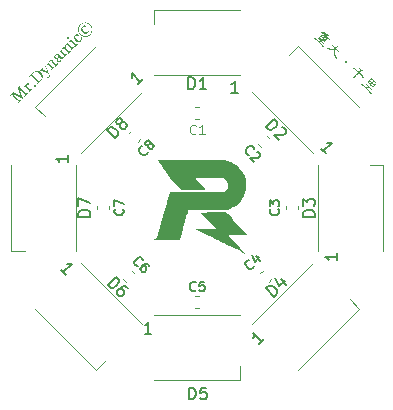
<source format=gbr>
%TF.GenerationSoftware,KiCad,Pcbnew,7.0.7*%
%TF.CreationDate,2023-10-08T01:12:48+08:00*%
%TF.ProjectId,RM_47mm,524d5f34-376d-46d2-9e6b-696361645f70,rev?*%
%TF.SameCoordinates,Original*%
%TF.FileFunction,Legend,Top*%
%TF.FilePolarity,Positive*%
%FSLAX46Y46*%
G04 Gerber Fmt 4.6, Leading zero omitted, Abs format (unit mm)*
G04 Created by KiCad (PCBNEW 7.0.7) date 2023-10-08 01:12:48*
%MOMM*%
%LPD*%
G01*
G04 APERTURE LIST*
%ADD10C,0.150000*%
%ADD11C,0.300000*%
%ADD12C,0.125000*%
%ADD13C,0.120000*%
G04 APERTURE END LIST*
D10*
G36*
X160547823Y-85108599D02*
G01*
X160557437Y-85111433D01*
X160567980Y-85114540D01*
X160577433Y-85117326D01*
X160585769Y-85120157D01*
X160596439Y-85124978D01*
X160605175Y-85129861D01*
X160614090Y-85135656D01*
X160623182Y-85142363D01*
X160632453Y-85149983D01*
X160641902Y-85158514D01*
X160649106Y-85165511D01*
X160646766Y-85168144D01*
X160652269Y-85176647D01*
X160658788Y-85184779D01*
X160665710Y-85192844D01*
X160674148Y-85202297D01*
X160679206Y-85207786D01*
X160688519Y-85217578D01*
X160695878Y-85225144D01*
X160704157Y-85233542D01*
X160713357Y-85242771D01*
X160723476Y-85252831D01*
X160734516Y-85263723D01*
X160746476Y-85275445D01*
X160759356Y-85287999D01*
X160773156Y-85301383D01*
X160780401Y-85308387D01*
X160787876Y-85315599D01*
X160795582Y-85323019D01*
X160803517Y-85330646D01*
X160811683Y-85338481D01*
X160820078Y-85346524D01*
X160828704Y-85354775D01*
X160837559Y-85363234D01*
X160846645Y-85371900D01*
X160855960Y-85380774D01*
X160865506Y-85389856D01*
X160868483Y-85386879D01*
X160875717Y-85379645D01*
X160883363Y-85371999D01*
X160890967Y-85364395D01*
X160899894Y-85355468D01*
X160907457Y-85347905D01*
X160915763Y-85339598D01*
X160915763Y-85336864D01*
X160915763Y-85326581D01*
X160915763Y-85316456D01*
X160913860Y-85315911D01*
X160905701Y-85310401D01*
X160896686Y-85302833D01*
X160887561Y-85294598D01*
X160879601Y-85287151D01*
X160870685Y-85278613D01*
X160860813Y-85268986D01*
X160853701Y-85261962D01*
X160846163Y-85254455D01*
X160837579Y-85248104D01*
X160829170Y-85239955D01*
X160821077Y-85231269D01*
X160814211Y-85223489D01*
X160806661Y-85214626D01*
X160798429Y-85204679D01*
X160789513Y-85193649D01*
X160783189Y-85185693D01*
X160776563Y-85177255D01*
X160773913Y-85175900D01*
X160768877Y-85167497D01*
X160767969Y-85156923D01*
X160768964Y-85146168D01*
X160775673Y-85145555D01*
X160785706Y-85147633D01*
X160796078Y-85150140D01*
X160796918Y-85151836D01*
X160804066Y-85159920D01*
X160812690Y-85167805D01*
X160821185Y-85175029D01*
X160831416Y-85183377D01*
X160839201Y-85189566D01*
X160847758Y-85196254D01*
X160857087Y-85203442D01*
X160867187Y-85211128D01*
X160878060Y-85219314D01*
X160889704Y-85227999D01*
X160902120Y-85237184D01*
X160915011Y-85246439D01*
X160928036Y-85255377D01*
X160941197Y-85264001D01*
X160954493Y-85272308D01*
X160967923Y-85280300D01*
X160981489Y-85287976D01*
X160995189Y-85295336D01*
X161009025Y-85302380D01*
X161022995Y-85309109D01*
X161037100Y-85315522D01*
X161051340Y-85321620D01*
X161065715Y-85327401D01*
X161080225Y-85332867D01*
X161094870Y-85338017D01*
X161109650Y-85342852D01*
X161124565Y-85347370D01*
X161130932Y-85353737D01*
X161138036Y-85360841D01*
X161142539Y-85366704D01*
X161146635Y-85376846D01*
X161148431Y-85387897D01*
X161148641Y-85398988D01*
X161147880Y-85409372D01*
X161147631Y-85409624D01*
X161141144Y-85417057D01*
X161134775Y-85424795D01*
X161128537Y-85432514D01*
X161122226Y-85438489D01*
X161112112Y-85442677D01*
X161101669Y-85442800D01*
X161091533Y-85440274D01*
X161082252Y-85436314D01*
X161074391Y-85434363D01*
X161065297Y-85428671D01*
X161056767Y-85422551D01*
X161048723Y-85416423D01*
X161039593Y-85409199D01*
X161038147Y-85407752D01*
X161030915Y-85400520D01*
X161023683Y-85393288D01*
X161016451Y-85386056D01*
X161010826Y-85382283D01*
X161000842Y-85381366D01*
X160991203Y-85384420D01*
X160981564Y-85389856D01*
X160980372Y-85391049D01*
X160973141Y-85398280D01*
X160966141Y-85405280D01*
X160958422Y-85412998D01*
X160953645Y-85417775D01*
X160945572Y-85425848D01*
X160937863Y-85433557D01*
X160930517Y-85440903D01*
X160923535Y-85447885D01*
X160926004Y-85452076D01*
X160933242Y-85460965D01*
X160939799Y-85468245D01*
X160948017Y-85476986D01*
X160957895Y-85487187D01*
X160965403Y-85494799D01*
X160973649Y-85503060D01*
X160982633Y-85511970D01*
X160992355Y-85521528D01*
X161002815Y-85531736D01*
X161014013Y-85542593D01*
X161025950Y-85554099D01*
X161038179Y-85565807D01*
X161050212Y-85577228D01*
X161062050Y-85588362D01*
X161073692Y-85599208D01*
X161085139Y-85609766D01*
X161096389Y-85620038D01*
X161107445Y-85630021D01*
X161118304Y-85639718D01*
X161128968Y-85649127D01*
X161139436Y-85658249D01*
X161149709Y-85667083D01*
X161159786Y-85675630D01*
X161169667Y-85683889D01*
X161179353Y-85691862D01*
X161188843Y-85699546D01*
X161198137Y-85706944D01*
X161204725Y-85714674D01*
X161207494Y-85724800D01*
X161208793Y-85734513D01*
X161209528Y-85746291D01*
X161209709Y-85757201D01*
X161208394Y-85758213D01*
X161199091Y-85762359D01*
X161189541Y-85765562D01*
X161178794Y-85768772D01*
X161168632Y-85770187D01*
X161158483Y-85768602D01*
X161148345Y-85764018D01*
X161139906Y-85757907D01*
X161131476Y-85749713D01*
X161124737Y-85741657D01*
X161119183Y-85735739D01*
X161112513Y-85728535D01*
X161105843Y-85721309D01*
X161097743Y-85712518D01*
X161088213Y-85702165D01*
X161081065Y-85694393D01*
X161073282Y-85685927D01*
X161064863Y-85676767D01*
X161055809Y-85666911D01*
X161046119Y-85656360D01*
X161035794Y-85645115D01*
X161035113Y-85644367D01*
X161027785Y-85636631D01*
X161019672Y-85628095D01*
X161012715Y-85620782D01*
X161004520Y-85612171D01*
X160995086Y-85602262D01*
X160984413Y-85591055D01*
X160972502Y-85578550D01*
X160959352Y-85564747D01*
X160952312Y-85557359D01*
X160944963Y-85549646D01*
X160937304Y-85541609D01*
X160929336Y-85533247D01*
X160921058Y-85524561D01*
X160912470Y-85515550D01*
X160903573Y-85506215D01*
X160894366Y-85496555D01*
X160884849Y-85486571D01*
X160834592Y-85536828D01*
X160840903Y-85543882D01*
X160848291Y-85551983D01*
X160855657Y-85560038D01*
X160864586Y-85569791D01*
X160871407Y-85577236D01*
X160878923Y-85585434D01*
X160887134Y-85594387D01*
X160896040Y-85604095D01*
X160905641Y-85614556D01*
X160915936Y-85625772D01*
X160918365Y-85628201D01*
X160925651Y-85635487D01*
X160933207Y-85643042D01*
X160941111Y-85650583D01*
X160949560Y-85657942D01*
X160957237Y-85664104D01*
X160965314Y-85670134D01*
X160973793Y-85676029D01*
X160978340Y-85683311D01*
X160983125Y-85692684D01*
X160987443Y-85701635D01*
X160992512Y-85712468D01*
X160997108Y-85722487D01*
X161000156Y-85730352D01*
X161002422Y-85740521D01*
X161002362Y-85752724D01*
X160999089Y-85764362D01*
X160994158Y-85773266D01*
X160987170Y-85781808D01*
X160978126Y-85789989D01*
X160969993Y-85795887D01*
X160963096Y-85798783D01*
X160954104Y-85805041D01*
X160945739Y-85811655D01*
X160937881Y-85818234D01*
X160928986Y-85825957D01*
X160921635Y-85832501D01*
X160916539Y-85837137D01*
X160908809Y-85844233D01*
X160900976Y-85851498D01*
X160893039Y-85858934D01*
X160884999Y-85866540D01*
X160876856Y-85874316D01*
X160868609Y-85882262D01*
X160860260Y-85890377D01*
X160851807Y-85898663D01*
X160843251Y-85907119D01*
X160834592Y-85915745D01*
X160829381Y-85918497D01*
X160819588Y-85921975D01*
X160809055Y-85925222D01*
X160798191Y-85928344D01*
X160788134Y-85931116D01*
X160785482Y-85931800D01*
X160774950Y-85933555D01*
X160764536Y-85933733D01*
X160754241Y-85932335D01*
X160744065Y-85929361D01*
X160734008Y-85924811D01*
X160724069Y-85918686D01*
X160714249Y-85910984D01*
X160706962Y-85904174D01*
X160706096Y-85904666D01*
X160697169Y-85900525D01*
X160689273Y-85893816D01*
X160681920Y-85886730D01*
X160675732Y-85880543D01*
X160667790Y-85872601D01*
X160660683Y-85865493D01*
X160652589Y-85857399D01*
X160643508Y-85848319D01*
X160633441Y-85838251D01*
X160626181Y-85830992D01*
X160618483Y-85823293D01*
X160610346Y-85815157D01*
X160601771Y-85806581D01*
X160592757Y-85797568D01*
X160583305Y-85788115D01*
X160521476Y-85849944D01*
X160714734Y-86035603D01*
X160716354Y-86040884D01*
X160716761Y-86050693D01*
X160716429Y-86061209D01*
X160715735Y-86072041D01*
X160714907Y-86082061D01*
X160713429Y-86083437D01*
X160705528Y-86089654D01*
X160697291Y-86095532D01*
X160693769Y-86097315D01*
X160683619Y-86096226D01*
X160675370Y-86090747D01*
X160667550Y-86082959D01*
X160660504Y-86074289D01*
X160658737Y-86072521D01*
X160651709Y-86065493D01*
X160643622Y-86057407D01*
X160635314Y-86049098D01*
X160628009Y-86041793D01*
X160619784Y-86033569D01*
X160610640Y-86024424D01*
X160600575Y-86014360D01*
X160593542Y-86007327D01*
X160586432Y-86000217D01*
X160579246Y-85993030D01*
X160571982Y-85985766D01*
X160564641Y-85978426D01*
X160557224Y-85971008D01*
X160549729Y-85963514D01*
X160542158Y-85955942D01*
X160534509Y-85948294D01*
X160526784Y-85940569D01*
X160518982Y-85932767D01*
X160511103Y-85924888D01*
X160503147Y-85916932D01*
X160495114Y-85908899D01*
X160487004Y-85900789D01*
X160478818Y-85892602D01*
X160471169Y-85899888D01*
X160462538Y-85907814D01*
X160453732Y-85915788D01*
X160446020Y-85922721D01*
X160437357Y-85930471D01*
X160427744Y-85939038D01*
X160417181Y-85948421D01*
X160409611Y-85955131D01*
X160401618Y-85962203D01*
X160398990Y-85963336D01*
X160394683Y-85972247D01*
X160397819Y-85981546D01*
X160402537Y-85986643D01*
X160409897Y-85994596D01*
X160416692Y-86001937D01*
X160424996Y-86010908D01*
X160434810Y-86021512D01*
X160446133Y-86033746D01*
X160458967Y-86047612D01*
X160465950Y-86055156D01*
X160473310Y-86063109D01*
X160481048Y-86071469D01*
X160489163Y-86080237D01*
X160497656Y-86089413D01*
X160506526Y-86098997D01*
X160515774Y-86108988D01*
X160525399Y-86119387D01*
X160535402Y-86130194D01*
X160545782Y-86141409D01*
X160556539Y-86153032D01*
X160567674Y-86165063D01*
X160579187Y-86177501D01*
X160591077Y-86190347D01*
X160597654Y-86196924D01*
X160605145Y-86204415D01*
X160613111Y-86212381D01*
X160620236Y-86219507D01*
X160628349Y-86227619D01*
X160637448Y-86236718D01*
X160647533Y-86246804D01*
X160654805Y-86254076D01*
X160658537Y-86257808D01*
X160665923Y-86265194D01*
X160673204Y-86272474D01*
X160680379Y-86279650D01*
X160687449Y-86286720D01*
X160694414Y-86293685D01*
X160704664Y-86303935D01*
X160714678Y-86313948D01*
X160724454Y-86323725D01*
X160733994Y-86333264D01*
X160743296Y-86342567D01*
X160752363Y-86351633D01*
X160761192Y-86360462D01*
X160766420Y-86367209D01*
X160771760Y-86376510D01*
X160776329Y-86385861D01*
X160780535Y-86395349D01*
X160773487Y-86399650D01*
X160763692Y-86403309D01*
X160752616Y-86407212D01*
X160741849Y-86410892D01*
X160738336Y-86410699D01*
X160728209Y-86409811D01*
X160716972Y-86408678D01*
X160705224Y-86407427D01*
X160694266Y-86406227D01*
X160681920Y-86404848D01*
X160669234Y-86402605D01*
X160657342Y-86398727D01*
X160646243Y-86393214D01*
X160635937Y-86386066D01*
X160626425Y-86377282D01*
X160619811Y-86369621D01*
X160613644Y-86361040D01*
X160607923Y-86351540D01*
X160602648Y-86341119D01*
X160602173Y-86336456D01*
X160596862Y-86326353D01*
X160589706Y-86315205D01*
X160583424Y-86306073D01*
X160575932Y-86295582D01*
X160567232Y-86283730D01*
X160557323Y-86270518D01*
X160546205Y-86255946D01*
X160540193Y-86248150D01*
X160533879Y-86240013D01*
X160527262Y-86231537D01*
X160520343Y-86222721D01*
X160513122Y-86213565D01*
X160505598Y-86204069D01*
X160497772Y-86194233D01*
X160489644Y-86184057D01*
X160481214Y-86173541D01*
X160472482Y-86162684D01*
X160463447Y-86151488D01*
X160454020Y-86140034D01*
X160444109Y-86128360D01*
X160433714Y-86116466D01*
X160422837Y-86104353D01*
X160411476Y-86092020D01*
X160399632Y-86079468D01*
X160387304Y-86066696D01*
X160374493Y-86053704D01*
X160361198Y-86040493D01*
X160347420Y-86027063D01*
X160333159Y-86013412D01*
X160318415Y-85999542D01*
X160303187Y-85985453D01*
X160287475Y-85971144D01*
X160271281Y-85956615D01*
X160254603Y-85941867D01*
X160237441Y-85926899D01*
X160219796Y-85911711D01*
X160201668Y-85896304D01*
X160183056Y-85880678D01*
X160163962Y-85864831D01*
X160144383Y-85848765D01*
X160124322Y-85832480D01*
X160103776Y-85815975D01*
X160082748Y-85799250D01*
X160061236Y-85782306D01*
X160039241Y-85765142D01*
X160016762Y-85747759D01*
X159993800Y-85730156D01*
X159970355Y-85712333D01*
X159946426Y-85694291D01*
X159922014Y-85676029D01*
X159918333Y-85672649D01*
X159910622Y-85665977D01*
X159902957Y-85659480D01*
X159894900Y-85652714D01*
X159890797Y-85649157D01*
X159883067Y-85641400D01*
X159876916Y-85632545D01*
X159875557Y-85621972D01*
X159877621Y-85614862D01*
X159885401Y-85608329D01*
X159891606Y-85605042D01*
X159901762Y-85602067D01*
X159912966Y-85600253D01*
X159924065Y-85599262D01*
X159934098Y-85598808D01*
X159945157Y-85598657D01*
X159947942Y-85599262D01*
X159957732Y-85601387D01*
X159968176Y-85603653D01*
X159979272Y-85606062D01*
X159989715Y-85608329D01*
X160000760Y-85611321D01*
X160011616Y-85615464D01*
X160022284Y-85620755D01*
X160032762Y-85627197D01*
X160043051Y-85634788D01*
X160050645Y-85641235D01*
X160058132Y-85648330D01*
X160065512Y-85656070D01*
X160072787Y-85664458D01*
X160075733Y-85673153D01*
X160082065Y-85681908D01*
X160089291Y-85691085D01*
X160095972Y-85699237D01*
X160103734Y-85708475D01*
X160112576Y-85718800D01*
X160119072Y-85726287D01*
X160126243Y-85734288D01*
X160134200Y-85742834D01*
X160142942Y-85751925D01*
X160152469Y-85761562D01*
X160162781Y-85771743D01*
X160173879Y-85782470D01*
X160185762Y-85793742D01*
X160198430Y-85805559D01*
X160211884Y-85817921D01*
X160226122Y-85830828D01*
X160233536Y-85837486D01*
X160241146Y-85844280D01*
X160248953Y-85851210D01*
X160256956Y-85858277D01*
X160265155Y-85865480D01*
X160273550Y-85872819D01*
X160282142Y-85880295D01*
X160290930Y-85887907D01*
X160299915Y-85895655D01*
X160309095Y-85903539D01*
X160318472Y-85911560D01*
X160328046Y-85919717D01*
X160331300Y-85923279D01*
X160341063Y-85922567D01*
X160351188Y-85919717D01*
X160349396Y-85913023D01*
X160354988Y-85904174D01*
X160362159Y-85895902D01*
X160369770Y-85888193D01*
X160377353Y-85880945D01*
X160386264Y-85872736D01*
X160393818Y-85865949D01*
X160402119Y-85858621D01*
X160411167Y-85850753D01*
X160420961Y-85842345D01*
X160413200Y-85835318D01*
X160404414Y-85827736D01*
X160395205Y-85819903D01*
X160387027Y-85812998D01*
X160377759Y-85805210D01*
X160367402Y-85796538D01*
X160359891Y-85790266D01*
X160351896Y-85783601D01*
X160343417Y-85776544D01*
X160334828Y-85769426D01*
X160326418Y-85762579D01*
X160318189Y-85756004D01*
X160310138Y-85749699D01*
X160298399Y-85740751D01*
X160287064Y-85732413D01*
X160276132Y-85724685D01*
X160265604Y-85717568D01*
X160255480Y-85711060D01*
X160245760Y-85705163D01*
X160236444Y-85699876D01*
X160227531Y-85695200D01*
X160219934Y-85692746D01*
X160211502Y-85686618D01*
X160204216Y-85679829D01*
X160201537Y-85676947D01*
X160195942Y-85668301D01*
X160194019Y-85658694D01*
X160196617Y-85649087D01*
X160193994Y-85643416D01*
X160201938Y-85636357D01*
X160211815Y-85630980D01*
X160222436Y-85626144D01*
X160231989Y-85622206D01*
X160242902Y-85618000D01*
X160243199Y-85617326D01*
X160252948Y-85616389D01*
X160263272Y-85620884D01*
X160272118Y-85625844D01*
X160282534Y-85632375D01*
X160291377Y-85638303D01*
X160301104Y-85645115D01*
X160303435Y-85647446D01*
X160310721Y-85654733D01*
X160317845Y-85661857D01*
X160326783Y-85670794D01*
X160334676Y-85678687D01*
X160343589Y-85687601D01*
X160345424Y-85691055D01*
X160353000Y-85699623D01*
X160360363Y-85707030D01*
X160369839Y-85716138D01*
X160377330Y-85723154D01*
X160385760Y-85730925D01*
X160395130Y-85739453D01*
X160405438Y-85748736D01*
X160416686Y-85758774D01*
X160428872Y-85769568D01*
X160441998Y-85781118D01*
X160456062Y-85793423D01*
X160463447Y-85799859D01*
X160513877Y-85749429D01*
X160621991Y-85749429D01*
X160622304Y-85753218D01*
X160628152Y-85761790D01*
X160635285Y-85770039D01*
X160643204Y-85778463D01*
X160650833Y-85786216D01*
X160652911Y-85788271D01*
X160661567Y-85796376D01*
X160670768Y-85804293D01*
X160680513Y-85812020D01*
X160690804Y-85819558D01*
X160698880Y-85825088D01*
X160707263Y-85830511D01*
X160715952Y-85835829D01*
X160724947Y-85841040D01*
X160734250Y-85846144D01*
X160734952Y-85850901D01*
X160743748Y-85855989D01*
X160750164Y-85857838D01*
X160760877Y-85858242D01*
X160770759Y-85856672D01*
X160780362Y-85853916D01*
X160785306Y-85849251D01*
X160793580Y-85842219D01*
X160802396Y-85835304D01*
X160811123Y-85828811D01*
X160819221Y-85823002D01*
X160824491Y-85815546D01*
X160828341Y-85805852D01*
X160830792Y-85795887D01*
X160824947Y-85792231D01*
X160817020Y-85786122D01*
X160809178Y-85779467D01*
X160800003Y-85771242D01*
X160792247Y-85764043D01*
X160783741Y-85755960D01*
X160774485Y-85746993D01*
X160764479Y-85737144D01*
X160757392Y-85730086D01*
X160753954Y-85726648D01*
X160746753Y-85719447D01*
X160738879Y-85711573D01*
X160731352Y-85704046D01*
X160722736Y-85695430D01*
X160715558Y-85688252D01*
X160707767Y-85680461D01*
X160699363Y-85672057D01*
X160621991Y-85749429D01*
X160513877Y-85749429D01*
X160529248Y-85734058D01*
X160522033Y-85727951D01*
X160514524Y-85721595D01*
X160504365Y-85712995D01*
X160496119Y-85706015D01*
X160486696Y-85698038D01*
X160476095Y-85689064D01*
X160464316Y-85679093D01*
X160451359Y-85668125D01*
X160437224Y-85656160D01*
X160429715Y-85649803D01*
X160421911Y-85643197D01*
X160413813Y-85636342D01*
X160405420Y-85629238D01*
X160396733Y-85621884D01*
X160387752Y-85614281D01*
X160378476Y-85606429D01*
X160369798Y-85601640D01*
X160362247Y-85593933D01*
X160355479Y-85585773D01*
X160349116Y-85577414D01*
X160345794Y-85571856D01*
X160343050Y-85562065D01*
X160343269Y-85559000D01*
X160422907Y-85559000D01*
X160425363Y-85568714D01*
X160431651Y-85576486D01*
X160440304Y-85583286D01*
X160439058Y-85586507D01*
X160445870Y-85593768D01*
X160453775Y-85600557D01*
X160462067Y-85607568D01*
X160471080Y-85615423D01*
X160479228Y-85622625D01*
X160488566Y-85630951D01*
X160499095Y-85640399D01*
X160506775Y-85647322D01*
X160514983Y-85654745D01*
X160523721Y-85662666D01*
X160532988Y-85671087D01*
X160542784Y-85680007D01*
X160553108Y-85689426D01*
X160563962Y-85699345D01*
X160621491Y-85641815D01*
X160737130Y-85641815D01*
X160740595Y-85651246D01*
X160746377Y-85660757D01*
X160752896Y-85669446D01*
X160761100Y-85679096D01*
X160768358Y-85686964D01*
X160776563Y-85695372D01*
X160779459Y-85698261D01*
X160788056Y-85706741D01*
X160796516Y-85714946D01*
X160804840Y-85722874D01*
X160813027Y-85730526D01*
X160821077Y-85737901D01*
X160828991Y-85745000D01*
X160836769Y-85751824D01*
X160844409Y-85758370D01*
X160851914Y-85764641D01*
X160861707Y-85772572D01*
X160861426Y-85773824D01*
X160871097Y-85771924D01*
X160881050Y-85768772D01*
X160885525Y-85764297D01*
X160892727Y-85757095D01*
X160900353Y-85749469D01*
X160908164Y-85741657D01*
X160912166Y-85738241D01*
X160915007Y-85728443D01*
X160914263Y-85717595D01*
X160911759Y-85706264D01*
X160908523Y-85695699D01*
X160904192Y-85683801D01*
X160902647Y-85682062D01*
X160895638Y-85674471D01*
X160888809Y-85667107D01*
X160880013Y-85657636D01*
X160873057Y-85650152D01*
X160865225Y-85641731D01*
X160856520Y-85632374D01*
X160846940Y-85622080D01*
X160836486Y-85610850D01*
X160825158Y-85598684D01*
X160812955Y-85585581D01*
X160799878Y-85571542D01*
X160737876Y-85633544D01*
X160737130Y-85641815D01*
X160621491Y-85641815D01*
X160645306Y-85618000D01*
X160643474Y-85616204D01*
X160636283Y-85609382D01*
X160628647Y-85602252D01*
X160621039Y-85595194D01*
X160612097Y-85586932D01*
X160604516Y-85579946D01*
X160596185Y-85572283D01*
X160587104Y-85563943D01*
X160580883Y-85558212D01*
X160571778Y-85549897D01*
X160562947Y-85541923D01*
X160554389Y-85534289D01*
X160546104Y-85526995D01*
X160538093Y-85520041D01*
X160530354Y-85513427D01*
X160520462Y-85505137D01*
X160511054Y-85497452D01*
X160502133Y-85490371D01*
X160498952Y-85488003D01*
X160488660Y-85486864D01*
X160478991Y-85490371D01*
X160471595Y-85493249D01*
X160463868Y-85500182D01*
X160457402Y-85507814D01*
X160452883Y-85514009D01*
X160447429Y-85522796D01*
X160444104Y-85532856D01*
X160437243Y-85536452D01*
X160429989Y-85543706D01*
X160424761Y-85552199D01*
X160422907Y-85559000D01*
X160343269Y-85559000D01*
X160343797Y-85551617D01*
X160348035Y-85540511D01*
X160353939Y-85531152D01*
X160362078Y-85521373D01*
X160369649Y-85513762D01*
X160378476Y-85505914D01*
X160377124Y-85506683D01*
X160382103Y-85498142D01*
X160387916Y-85490485D01*
X160395023Y-85481838D01*
X160402482Y-85473014D01*
X160409110Y-85465283D01*
X160416625Y-85456600D01*
X160425026Y-85446963D01*
X160434314Y-85436373D01*
X160437441Y-85432822D01*
X160528805Y-85432822D01*
X160528946Y-85442833D01*
X160533047Y-85451857D01*
X160531086Y-85454753D01*
X160538415Y-85462048D01*
X160546518Y-85469128D01*
X160548176Y-85470536D01*
X160556426Y-85477562D01*
X160564318Y-85484294D01*
X160573670Y-85492279D01*
X160584482Y-85501519D01*
X160592501Y-85508375D01*
X160601170Y-85515789D01*
X160610487Y-85523759D01*
X160620453Y-85532287D01*
X160631069Y-85541373D01*
X160642333Y-85551015D01*
X160654246Y-85561215D01*
X160666809Y-85571972D01*
X160680020Y-85583286D01*
X160741849Y-85521458D01*
X160740343Y-85519952D01*
X160733206Y-85512815D01*
X160725563Y-85505172D01*
X160717432Y-85497041D01*
X160709774Y-85489383D01*
X160701090Y-85480699D01*
X160696491Y-85476099D01*
X160689505Y-85469114D01*
X160682416Y-85462025D01*
X160675224Y-85454833D01*
X160667929Y-85447538D01*
X160660531Y-85440140D01*
X160653029Y-85432638D01*
X160645425Y-85425033D01*
X160637717Y-85417325D01*
X160629905Y-85409514D01*
X160621991Y-85401600D01*
X160613183Y-85396678D01*
X160603978Y-85393074D01*
X160594703Y-85389856D01*
X160586484Y-85387895D01*
X160575636Y-85388528D01*
X160566563Y-85393450D01*
X160559990Y-85401427D01*
X160558466Y-85402951D01*
X160551034Y-85410383D01*
X160544057Y-85417359D01*
X160536847Y-85424570D01*
X160535913Y-85425067D01*
X160528805Y-85432822D01*
X160437441Y-85432822D01*
X160440998Y-85428783D01*
X160448076Y-85420770D01*
X160451855Y-85412468D01*
X160458319Y-85404103D01*
X160464869Y-85396661D01*
X160473029Y-85387997D01*
X160480718Y-85380184D01*
X160482754Y-85378147D01*
X160490406Y-85370496D01*
X160498855Y-85362047D01*
X160506064Y-85354838D01*
X160514075Y-85346827D01*
X160521303Y-85339598D01*
X160523311Y-85334563D01*
X160531192Y-85327918D01*
X160539482Y-85322121D01*
X160548246Y-85316456D01*
X160552177Y-85314249D01*
X160562400Y-85310580D01*
X160573188Y-85309550D01*
X160584541Y-85311160D01*
X160594031Y-85314348D01*
X160603882Y-85319226D01*
X160614094Y-85325793D01*
X160621991Y-85331827D01*
X160622423Y-85337602D01*
X160629714Y-85344595D01*
X160637189Y-85351170D01*
X160638981Y-85352699D01*
X160647884Y-85360485D01*
X160656381Y-85368073D01*
X160666439Y-85377162D01*
X160674011Y-85384054D01*
X160682276Y-85391612D01*
X160691235Y-85399837D01*
X160700888Y-85408729D01*
X160711234Y-85418287D01*
X160722274Y-85428512D01*
X160734007Y-85439403D01*
X160746434Y-85450961D01*
X160759554Y-85463185D01*
X160773368Y-85476076D01*
X160780535Y-85482772D01*
X160830792Y-85432514D01*
X160827673Y-85429513D01*
X160820464Y-85422787D01*
X160812050Y-85415026D01*
X160804196Y-85407817D01*
X160795017Y-85399418D01*
X160784515Y-85389829D01*
X160776778Y-85382775D01*
X160768454Y-85375192D01*
X160759540Y-85367080D01*
X160750039Y-85358440D01*
X160739949Y-85349270D01*
X160729572Y-85339905D01*
X160719208Y-85330677D01*
X160708858Y-85321587D01*
X160698521Y-85312635D01*
X160688198Y-85303820D01*
X160677888Y-85295143D01*
X160667592Y-85286603D01*
X160657309Y-85278202D01*
X160647040Y-85269937D01*
X160636784Y-85261811D01*
X160626542Y-85253822D01*
X160616313Y-85245970D01*
X160606098Y-85238257D01*
X160595896Y-85230680D01*
X160585708Y-85223242D01*
X160575533Y-85215941D01*
X160574790Y-85215198D01*
X160567761Y-85208169D01*
X160558366Y-85204321D01*
X160549383Y-85198128D01*
X160541044Y-85191571D01*
X160533047Y-85184854D01*
X160529754Y-85181961D01*
X160522169Y-85174729D01*
X160514292Y-85166051D01*
X160507751Y-85157372D01*
X160502546Y-85148694D01*
X160498161Y-85138569D01*
X160493840Y-85134718D01*
X160496261Y-85124925D01*
X160503507Y-85117450D01*
X160512833Y-85113342D01*
X160523617Y-85110557D01*
X160534569Y-85108756D01*
X160544619Y-85107655D01*
X160547823Y-85108599D01*
G37*
G36*
X161391568Y-86225061D02*
G01*
X161386560Y-86235676D01*
X161383627Y-86245718D01*
X161382846Y-86257012D01*
X161385052Y-86267479D01*
X161390246Y-86277121D01*
X161395367Y-86283090D01*
X161403505Y-86290961D01*
X161411634Y-86298103D01*
X161419923Y-86304054D01*
X161426282Y-86306405D01*
X161436828Y-86314119D01*
X161447222Y-86321803D01*
X161457466Y-86329458D01*
X161467558Y-86337082D01*
X161477500Y-86344677D01*
X161487290Y-86352243D01*
X161496929Y-86359778D01*
X161506417Y-86367284D01*
X161515754Y-86374760D01*
X161524940Y-86382207D01*
X161533975Y-86389624D01*
X161542858Y-86397011D01*
X161551591Y-86404369D01*
X161560172Y-86411697D01*
X161568602Y-86418995D01*
X161576881Y-86426263D01*
X161584900Y-86433320D01*
X161592465Y-86439985D01*
X161602960Y-86449246D01*
X161612431Y-86457623D01*
X161620879Y-86465117D01*
X161628304Y-86471728D01*
X161636613Y-86479168D01*
X161644441Y-86486259D01*
X161650626Y-86492064D01*
X161638499Y-86498122D01*
X161626294Y-86503773D01*
X161614012Y-86509018D01*
X161601654Y-86513857D01*
X161589218Y-86518290D01*
X161576706Y-86522317D01*
X161564116Y-86525938D01*
X161551450Y-86529153D01*
X161538707Y-86531961D01*
X161525887Y-86534363D01*
X161512990Y-86536360D01*
X161500016Y-86537950D01*
X161486966Y-86539134D01*
X161473838Y-86539912D01*
X161460633Y-86540283D01*
X161447352Y-86540249D01*
X161434104Y-86539906D01*
X161420914Y-86539350D01*
X161407783Y-86538583D01*
X161394709Y-86537604D01*
X161381693Y-86536414D01*
X161368736Y-86535011D01*
X161355836Y-86533397D01*
X161342994Y-86531571D01*
X161330211Y-86529532D01*
X161317485Y-86527283D01*
X161304818Y-86524821D01*
X161292208Y-86522147D01*
X161279657Y-86519262D01*
X161267163Y-86516165D01*
X161254728Y-86512856D01*
X161242350Y-86509335D01*
X161230180Y-86505708D01*
X161218279Y-86502081D01*
X161206649Y-86498454D01*
X161195288Y-86494827D01*
X161184197Y-86491201D01*
X161173376Y-86487574D01*
X161162824Y-86483947D01*
X161152543Y-86480320D01*
X161142532Y-86476693D01*
X161132790Y-86473066D01*
X161123318Y-86469440D01*
X161114116Y-86465813D01*
X161100819Y-86460373D01*
X161088129Y-86454932D01*
X161080007Y-86451306D01*
X161068682Y-86446087D01*
X161058541Y-86441312D01*
X161049584Y-86436979D01*
X161039484Y-86431893D01*
X161029818Y-86426642D01*
X161021194Y-86420803D01*
X161020250Y-86418491D01*
X161009964Y-86413341D01*
X160999245Y-86409519D01*
X160988981Y-86408315D01*
X160979330Y-86411916D01*
X160975692Y-86416419D01*
X160971054Y-86425989D01*
X160969036Y-86435757D01*
X160969993Y-86437662D01*
X160965486Y-86448335D01*
X160962132Y-86458528D01*
X160959932Y-86468242D01*
X160958793Y-86480447D01*
X160959706Y-86491800D01*
X160962669Y-86502300D01*
X160967682Y-86511947D01*
X160974747Y-86520742D01*
X160981392Y-86526778D01*
X160990680Y-86533961D01*
X160999116Y-86540055D01*
X161008461Y-86546138D01*
X161017917Y-86551190D01*
X161027539Y-86554110D01*
X161031822Y-86553720D01*
X161043418Y-86557995D01*
X161054999Y-86562119D01*
X161066564Y-86566092D01*
X161078115Y-86569914D01*
X161089650Y-86573585D01*
X161101171Y-86577106D01*
X161112676Y-86580476D01*
X161124165Y-86583695D01*
X161135640Y-86586764D01*
X161147099Y-86589681D01*
X161158544Y-86592448D01*
X161169973Y-86595064D01*
X161181387Y-86597529D01*
X161192786Y-86599844D01*
X161204169Y-86602008D01*
X161215537Y-86604021D01*
X161226891Y-86605883D01*
X161238229Y-86607594D01*
X161249552Y-86609155D01*
X161260859Y-86610565D01*
X161272152Y-86611824D01*
X161283429Y-86612932D01*
X161294691Y-86613889D01*
X161305938Y-86614696D01*
X161317170Y-86615352D01*
X161328387Y-86615857D01*
X161339588Y-86616211D01*
X161350774Y-86616415D01*
X161361945Y-86616468D01*
X161373101Y-86616370D01*
X161384242Y-86616121D01*
X161395367Y-86615721D01*
X161406327Y-86615246D01*
X161416969Y-86614770D01*
X161427294Y-86614294D01*
X161437302Y-86613816D01*
X161456368Y-86612860D01*
X161474164Y-86611900D01*
X161490693Y-86610938D01*
X161505953Y-86609974D01*
X161519945Y-86609006D01*
X161532668Y-86608036D01*
X161544124Y-86607063D01*
X161554311Y-86606088D01*
X161567213Y-86604619D01*
X161577262Y-86603145D01*
X161587668Y-86600674D01*
X161588798Y-86600178D01*
X161588362Y-86610481D01*
X161588048Y-86621054D01*
X161587855Y-86631896D01*
X161587783Y-86643009D01*
X161587833Y-86654391D01*
X161588004Y-86666044D01*
X161588297Y-86677966D01*
X161588711Y-86690158D01*
X161589247Y-86702619D01*
X161589904Y-86715351D01*
X161590683Y-86728353D01*
X161591583Y-86741624D01*
X161592604Y-86755165D01*
X161593747Y-86768976D01*
X161595011Y-86783057D01*
X161596397Y-86797408D01*
X161597849Y-86811552D01*
X161599268Y-86824971D01*
X161600655Y-86837663D01*
X161602010Y-86849630D01*
X161603332Y-86860871D01*
X161604622Y-86871385D01*
X161605880Y-86881174D01*
X161607705Y-86894497D01*
X161609458Y-86906186D01*
X161611138Y-86916241D01*
X161613264Y-86927108D01*
X161615740Y-86936609D01*
X161615799Y-86950062D01*
X161615932Y-86963348D01*
X161616139Y-86976469D01*
X161616420Y-86989424D01*
X161616775Y-87002213D01*
X161617205Y-87014836D01*
X161617709Y-87027293D01*
X161618287Y-87039585D01*
X161618940Y-87051710D01*
X161619666Y-87063669D01*
X161620467Y-87075462D01*
X161621342Y-87087089D01*
X161622291Y-87098551D01*
X161623315Y-87109846D01*
X161624412Y-87120976D01*
X161625584Y-87131939D01*
X161626770Y-87142494D01*
X161627910Y-87152399D01*
X161629534Y-87166037D01*
X161631055Y-87178212D01*
X161632473Y-87188923D01*
X161634203Y-87200929D01*
X161636107Y-87212278D01*
X161638557Y-87221982D01*
X161639055Y-87222782D01*
X161640328Y-87233259D01*
X161642204Y-87243402D01*
X161644684Y-87253211D01*
X161647766Y-87262688D01*
X161651452Y-87271831D01*
X161655740Y-87280641D01*
X161660632Y-87289118D01*
X161666127Y-87297262D01*
X161672225Y-87305072D01*
X161678926Y-87312549D01*
X161686230Y-87319692D01*
X161694138Y-87326503D01*
X161702648Y-87332980D01*
X161711762Y-87339124D01*
X161721478Y-87344934D01*
X161731798Y-87350412D01*
X161742148Y-87355557D01*
X161751956Y-87360369D01*
X161761222Y-87364850D01*
X161774103Y-87370949D01*
X161785763Y-87376301D01*
X161796204Y-87380907D01*
X161805423Y-87384765D01*
X161815818Y-87388748D01*
X161825761Y-87391860D01*
X161832313Y-87392897D01*
X161843001Y-87391227D01*
X161853513Y-87389055D01*
X161862957Y-87385374D01*
X161863227Y-87385126D01*
X161864934Y-87374628D01*
X161864585Y-87364448D01*
X161863227Y-87361983D01*
X161854646Y-87349305D01*
X161846259Y-87336401D01*
X161838066Y-87323270D01*
X161830068Y-87309912D01*
X161822264Y-87296328D01*
X161814654Y-87282517D01*
X161807238Y-87268479D01*
X161800017Y-87254215D01*
X161792990Y-87239724D01*
X161786157Y-87225006D01*
X161779519Y-87210061D01*
X161773075Y-87194890D01*
X161766825Y-87179492D01*
X161760770Y-87163868D01*
X161754908Y-87148017D01*
X161749241Y-87131939D01*
X161743747Y-87115763D01*
X161738404Y-87099616D01*
X161733212Y-87083499D01*
X161728171Y-87067412D01*
X161723282Y-87051354D01*
X161718543Y-87035326D01*
X161713956Y-87019328D01*
X161709519Y-87003360D01*
X161705234Y-86987421D01*
X161701100Y-86971511D01*
X161697117Y-86955632D01*
X161693285Y-86939782D01*
X161689604Y-86923962D01*
X161686074Y-86908172D01*
X161682696Y-86892411D01*
X161679468Y-86876680D01*
X161676398Y-86861150D01*
X161673448Y-86845952D01*
X161670618Y-86831083D01*
X161667908Y-86816546D01*
X161665318Y-86802339D01*
X161662848Y-86788462D01*
X161660498Y-86774916D01*
X161658269Y-86761701D01*
X161656159Y-86748816D01*
X161654170Y-86736262D01*
X161652300Y-86724038D01*
X161650551Y-86712145D01*
X161648922Y-86700583D01*
X161647413Y-86689351D01*
X161646023Y-86678449D01*
X161644755Y-86667879D01*
X161643598Y-86657783D01*
X161642061Y-86643804D01*
X161640761Y-86631222D01*
X161639697Y-86620036D01*
X161638870Y-86610246D01*
X161638136Y-86599366D01*
X161637811Y-86589256D01*
X161638883Y-86580835D01*
X161704683Y-86546121D01*
X161714762Y-86556260D01*
X161724704Y-86566384D01*
X161734510Y-86576494D01*
X161744179Y-86586588D01*
X161753712Y-86596668D01*
X161763109Y-86606733D01*
X161772370Y-86616783D01*
X161781494Y-86626818D01*
X161790482Y-86636838D01*
X161799334Y-86646844D01*
X161808050Y-86656834D01*
X161816629Y-86666810D01*
X161825072Y-86676771D01*
X161833379Y-86686717D01*
X161841549Y-86696648D01*
X161849584Y-86706565D01*
X161857372Y-86716194D01*
X161864720Y-86725263D01*
X161871626Y-86733772D01*
X161878091Y-86741721D01*
X161886961Y-86752595D01*
X161894839Y-86762209D01*
X161901723Y-86770563D01*
X161909359Y-86779742D01*
X161916421Y-86788066D01*
X161921256Y-86793436D01*
X161928124Y-86803466D01*
X161935170Y-86812228D01*
X161942394Y-86819722D01*
X161951674Y-86827306D01*
X161961233Y-86832908D01*
X161971070Y-86836528D01*
X161981185Y-86838166D01*
X161992663Y-86838812D01*
X162003797Y-86839396D01*
X162014543Y-86839881D01*
X162021771Y-86840066D01*
X162030848Y-86836302D01*
X162039214Y-86830395D01*
X162044394Y-86821541D01*
X162044914Y-86816924D01*
X162044914Y-86806860D01*
X162044914Y-86801380D01*
X162037863Y-86794269D01*
X162030266Y-86786495D01*
X162022125Y-86778057D01*
X162013438Y-86768955D01*
X162006566Y-86761692D01*
X161999386Y-86754057D01*
X161991900Y-86746048D01*
X161984108Y-86737665D01*
X161976009Y-86728909D01*
X161973241Y-86725908D01*
X161964915Y-86716807D01*
X161956515Y-86707640D01*
X161948043Y-86698406D01*
X161939498Y-86689105D01*
X161930881Y-86679738D01*
X161922190Y-86670303D01*
X161913427Y-86660802D01*
X161904590Y-86651234D01*
X161895681Y-86641599D01*
X161886699Y-86631898D01*
X161880671Y-86625393D01*
X161871705Y-86615749D01*
X161862943Y-86606374D01*
X161854385Y-86597270D01*
X161846030Y-86588437D01*
X161837878Y-86579873D01*
X161829929Y-86571580D01*
X161822185Y-86563556D01*
X161814643Y-86555803D01*
X161807305Y-86548320D01*
X161800170Y-86541108D01*
X161795527Y-86536449D01*
X161786967Y-86527766D01*
X161779681Y-86520107D01*
X161772365Y-86511976D01*
X161766212Y-86504334D01*
X161762713Y-86495691D01*
X161771443Y-86486994D01*
X161780276Y-86478261D01*
X161789212Y-86469492D01*
X161798252Y-86460686D01*
X161807395Y-86451843D01*
X161816641Y-86442964D01*
X161825991Y-86434049D01*
X161835443Y-86425097D01*
X161844999Y-86416109D01*
X161854658Y-86407085D01*
X161861155Y-86401048D01*
X161870604Y-86392406D01*
X161879265Y-86384614D01*
X161887136Y-86377672D01*
X161896402Y-86369738D01*
X161904266Y-86363316D01*
X161912122Y-86357413D01*
X161920738Y-86352738D01*
X161921256Y-86352691D01*
X161926017Y-86343454D01*
X161930131Y-86334591D01*
X161934611Y-86323354D01*
X161937941Y-86312781D01*
X161940121Y-86302872D01*
X161941230Y-86291420D01*
X161940543Y-86281004D01*
X161938700Y-86273419D01*
X161935413Y-86263558D01*
X161932088Y-86253584D01*
X161929028Y-86244404D01*
X161919119Y-86243866D01*
X161908050Y-86245478D01*
X161897509Y-86249504D01*
X161888896Y-86254876D01*
X161880671Y-86262020D01*
X161873585Y-86269373D01*
X161866876Y-86277269D01*
X161862735Y-86286197D01*
X161863227Y-86287062D01*
X161855141Y-86295148D01*
X161846816Y-86303474D01*
X161838250Y-86312040D01*
X161829444Y-86320845D01*
X161820399Y-86329890D01*
X161811114Y-86339176D01*
X161801589Y-86348701D01*
X161791824Y-86358465D01*
X161781820Y-86368470D01*
X161771575Y-86378714D01*
X161764612Y-86385677D01*
X161754577Y-86395712D01*
X161745456Y-86404833D01*
X161737249Y-86413041D01*
X161729955Y-86420335D01*
X161721652Y-86428638D01*
X161713557Y-86436733D01*
X161706489Y-86443801D01*
X161704683Y-86445606D01*
X161691005Y-86432818D01*
X161677990Y-86420575D01*
X161665638Y-86408877D01*
X161653951Y-86397724D01*
X161642928Y-86387116D01*
X161632568Y-86377053D01*
X161622872Y-86367535D01*
X161613840Y-86358563D01*
X161605472Y-86350135D01*
X161597768Y-86342253D01*
X161590727Y-86334915D01*
X161581411Y-86324931D01*
X161573589Y-86316174D01*
X161567260Y-86308643D01*
X161565483Y-86306405D01*
X161559287Y-86298229D01*
X161553060Y-86289541D01*
X161547176Y-86280240D01*
X161546140Y-86271519D01*
X161538924Y-86264500D01*
X161528242Y-86254852D01*
X161517729Y-86246261D01*
X161507387Y-86238726D01*
X161497215Y-86232247D01*
X161487213Y-86226825D01*
X161477381Y-86222460D01*
X161467719Y-86219150D01*
X161455101Y-86216382D01*
X161442785Y-86215491D01*
X161439753Y-86215562D01*
X161428459Y-86216126D01*
X161418672Y-86216868D01*
X161408555Y-86218046D01*
X161398344Y-86220163D01*
X161391568Y-86225061D01*
G37*
G36*
X162536089Y-87733300D02*
G01*
X162545692Y-87740553D01*
X162555159Y-87746855D01*
X162564490Y-87752206D01*
X162573685Y-87756605D01*
X162587221Y-87761420D01*
X162600451Y-87764095D01*
X162613374Y-87764630D01*
X162625990Y-87763025D01*
X162638300Y-87759279D01*
X162650304Y-87753393D01*
X162662000Y-87745367D01*
X162669627Y-87738827D01*
X162673390Y-87735200D01*
X162680420Y-87727626D01*
X162686529Y-87719886D01*
X162693965Y-87707965D01*
X162699326Y-87695670D01*
X162702615Y-87683002D01*
X162703829Y-87669961D01*
X162702971Y-87656546D01*
X162700039Y-87642757D01*
X162696932Y-87633358D01*
X162692904Y-87623792D01*
X162687954Y-87614061D01*
X162682083Y-87604163D01*
X162675290Y-87594100D01*
X162665226Y-87587307D01*
X162655329Y-87581435D01*
X162645597Y-87576486D01*
X162636032Y-87572457D01*
X162626632Y-87569351D01*
X162612844Y-87566419D01*
X162599429Y-87565560D01*
X162586387Y-87566775D01*
X162573719Y-87570063D01*
X162561425Y-87575425D01*
X162549503Y-87582860D01*
X162541763Y-87588969D01*
X162534189Y-87595999D01*
X162527174Y-87603559D01*
X162521109Y-87611254D01*
X162513797Y-87623053D01*
X162508624Y-87635158D01*
X162505592Y-87647570D01*
X162504700Y-87660289D01*
X162505948Y-87673314D01*
X162509336Y-87686646D01*
X162514865Y-87700285D01*
X162519740Y-87709548D01*
X162525566Y-87718946D01*
X162532344Y-87728482D01*
X162536089Y-87733300D01*
G37*
G36*
X163731040Y-88255390D02*
G01*
X163738769Y-88263059D01*
X163746497Y-88270610D01*
X163754226Y-88278041D01*
X163761955Y-88285354D01*
X163769683Y-88292549D01*
X163777412Y-88299624D01*
X163785140Y-88306581D01*
X163792869Y-88313419D01*
X163802010Y-88321181D01*
X163810005Y-88327627D01*
X163818084Y-88333626D01*
X163827106Y-88339072D01*
X163831555Y-88340361D01*
X163823754Y-88348255D01*
X163816693Y-88355524D01*
X163808904Y-88363640D01*
X163800386Y-88372603D01*
X163793519Y-88379881D01*
X163786243Y-88387636D01*
X163778557Y-88395868D01*
X163770461Y-88404576D01*
X163761955Y-88413761D01*
X163753617Y-88422778D01*
X163746027Y-88430981D01*
X163739183Y-88438370D01*
X163731219Y-88446956D01*
X163723132Y-88455656D01*
X163716166Y-88463112D01*
X163711524Y-88467991D01*
X163702182Y-88471634D01*
X163696326Y-88467991D01*
X163687433Y-88463238D01*
X163678239Y-88457529D01*
X163669814Y-88451652D01*
X163663340Y-88446748D01*
X163655208Y-88439852D01*
X163649124Y-88431820D01*
X163649696Y-88429305D01*
X163637258Y-88419722D01*
X163625072Y-88410317D01*
X163613140Y-88401090D01*
X163601460Y-88392041D01*
X163590032Y-88383169D01*
X163578857Y-88374475D01*
X163567935Y-88365959D01*
X163557266Y-88357621D01*
X163546849Y-88349461D01*
X163536685Y-88341478D01*
X163526773Y-88333673D01*
X163517114Y-88326046D01*
X163507708Y-88318596D01*
X163498555Y-88311324D01*
X163489654Y-88304231D01*
X163481005Y-88297314D01*
X163472610Y-88290576D01*
X163464467Y-88284015D01*
X163456577Y-88277632D01*
X163448939Y-88271427D01*
X163434421Y-88259550D01*
X163420915Y-88248385D01*
X163408418Y-88237930D01*
X163396933Y-88228186D01*
X163386458Y-88219154D01*
X163376993Y-88210832D01*
X163368386Y-88203114D01*
X163360397Y-88195893D01*
X163353026Y-88189168D01*
X163343129Y-88180012D01*
X163334621Y-88171973D01*
X163327504Y-88165051D01*
X163320178Y-88157560D01*
X163313823Y-88150048D01*
X163313438Y-88146931D01*
X163302098Y-88143015D01*
X163291266Y-88139946D01*
X163280940Y-88137725D01*
X163271122Y-88136350D01*
X163258819Y-88135834D01*
X163247418Y-88136825D01*
X163236918Y-88139321D01*
X163227320Y-88143323D01*
X163218622Y-88148831D01*
X163209262Y-88156187D01*
X163201689Y-88162499D01*
X163194091Y-88169578D01*
X163189608Y-88177845D01*
X163183848Y-88187519D01*
X163180903Y-88197394D01*
X163183092Y-88207855D01*
X163190680Y-88215044D01*
X163193407Y-88216531D01*
X163202864Y-88221048D01*
X163212837Y-88225253D01*
X163222308Y-88228054D01*
X163224494Y-88228275D01*
X163234129Y-88233123D01*
X163243710Y-88238017D01*
X163253240Y-88242957D01*
X163262716Y-88247942D01*
X163272140Y-88252973D01*
X163281511Y-88258051D01*
X163290830Y-88263174D01*
X163300096Y-88268343D01*
X163309310Y-88273558D01*
X163318470Y-88278819D01*
X163327579Y-88284125D01*
X163336634Y-88289478D01*
X163345637Y-88294876D01*
X163354588Y-88300321D01*
X163363485Y-88305811D01*
X163372330Y-88311347D01*
X163381123Y-88316929D01*
X163389863Y-88322556D01*
X163398550Y-88328230D01*
X163407185Y-88333950D01*
X163415767Y-88339715D01*
X163424296Y-88345526D01*
X163432773Y-88351383D01*
X163441197Y-88357286D01*
X163449568Y-88363235D01*
X163457887Y-88369230D01*
X163466153Y-88375271D01*
X163474367Y-88381357D01*
X163482528Y-88387490D01*
X163490637Y-88393668D01*
X163498692Y-88399892D01*
X163506695Y-88406162D01*
X163514570Y-88412357D01*
X163529637Y-88424227D01*
X163543796Y-88435402D01*
X163557047Y-88445881D01*
X163569390Y-88455666D01*
X163580825Y-88464756D01*
X163591352Y-88473151D01*
X163600971Y-88480852D01*
X163609682Y-88487857D01*
X163617485Y-88494167D01*
X163627486Y-88502330D01*
X163635445Y-88508930D01*
X163642878Y-88515297D01*
X163646069Y-88518248D01*
X163647839Y-88527877D01*
X163645896Y-88533619D01*
X163634914Y-88544601D01*
X163624203Y-88555312D01*
X163613763Y-88565752D01*
X163603594Y-88575921D01*
X163593697Y-88585819D01*
X163584070Y-88595445D01*
X163574715Y-88604800D01*
X163565631Y-88613884D01*
X163556819Y-88622697D01*
X163548277Y-88631238D01*
X163540007Y-88639509D01*
X163532008Y-88647508D01*
X163524280Y-88655236D01*
X163516823Y-88662692D01*
X163509638Y-88669878D01*
X163502723Y-88676792D01*
X163493063Y-88686453D01*
X163484352Y-88695163D01*
X163476592Y-88702923D01*
X163467723Y-88711792D01*
X163460544Y-88718971D01*
X163452942Y-88726573D01*
X163448666Y-88730849D01*
X163440057Y-88738538D01*
X163431628Y-88746106D01*
X163423380Y-88753553D01*
X163415313Y-88760878D01*
X163407426Y-88768082D01*
X163399720Y-88775164D01*
X163392196Y-88782125D01*
X163384852Y-88788965D01*
X163377688Y-88795682D01*
X163367282Y-88805532D01*
X163357283Y-88815108D01*
X163347691Y-88824411D01*
X163338506Y-88833440D01*
X163332608Y-88839308D01*
X163324336Y-88847580D01*
X163316878Y-88855038D01*
X163308200Y-88863716D01*
X163300968Y-88870948D01*
X163293962Y-88877955D01*
X163287046Y-88884870D01*
X163286323Y-88885593D01*
X163278828Y-88892273D01*
X163268465Y-88901920D01*
X163259154Y-88911121D01*
X163250897Y-88919876D01*
X163243694Y-88928185D01*
X163237543Y-88936047D01*
X163230982Y-88945836D01*
X163226293Y-88954832D01*
X163223066Y-88964960D01*
X163222594Y-88968665D01*
X163222030Y-88978665D01*
X163221938Y-88989259D01*
X163223217Y-88999282D01*
X163224494Y-89001652D01*
X163234185Y-89002987D01*
X163243999Y-89003109D01*
X163253938Y-89002016D01*
X163264001Y-88999709D01*
X163274188Y-88996187D01*
X163284499Y-88991451D01*
X163294934Y-88985501D01*
X163305493Y-88978336D01*
X163315613Y-88970969D01*
X163324642Y-88964326D01*
X163332581Y-88958405D01*
X163340972Y-88952021D01*
X163348792Y-88945853D01*
X163355923Y-88939650D01*
X163362694Y-88931945D01*
X163369448Y-88924285D01*
X163376187Y-88916671D01*
X163382909Y-88909103D01*
X163389614Y-88901581D01*
X163396304Y-88894105D01*
X163402978Y-88886674D01*
X163409635Y-88879290D01*
X163416276Y-88871951D01*
X163422901Y-88864658D01*
X163429509Y-88857411D01*
X163439392Y-88846627D01*
X163449238Y-88835946D01*
X163459048Y-88825368D01*
X163462310Y-88821865D01*
X163471699Y-88811863D01*
X163480309Y-88802842D01*
X163488138Y-88794802D01*
X163495186Y-88787742D01*
X163503371Y-88779854D01*
X163511651Y-88772446D01*
X163519603Y-88766650D01*
X163522239Y-88765736D01*
X163530878Y-88757096D01*
X163539396Y-88748578D01*
X163547793Y-88740182D01*
X163556068Y-88731907D01*
X163564221Y-88723753D01*
X163572253Y-88715721D01*
X163580164Y-88707810D01*
X163587954Y-88700021D01*
X163595621Y-88692353D01*
X163603168Y-88684807D01*
X163610593Y-88677382D01*
X163617896Y-88670078D01*
X163625079Y-88662896D01*
X163632139Y-88655835D01*
X163639078Y-88648896D01*
X163645896Y-88642078D01*
X163655655Y-88632387D01*
X163664593Y-88623649D01*
X163672712Y-88615864D01*
X163680011Y-88609032D01*
X163688468Y-88601406D01*
X163696991Y-88594257D01*
X163705097Y-88588696D01*
X163707725Y-88587849D01*
X163717922Y-88587767D01*
X163727241Y-88591821D01*
X163735625Y-88601670D01*
X163743873Y-88611422D01*
X163751986Y-88621075D01*
X163759963Y-88630631D01*
X163767805Y-88640089D01*
X163775511Y-88649449D01*
X163783081Y-88658712D01*
X163790516Y-88667876D01*
X163797815Y-88676943D01*
X163804979Y-88685912D01*
X163812007Y-88694783D01*
X163818899Y-88703556D01*
X163825656Y-88712232D01*
X163832277Y-88720809D01*
X163838762Y-88729289D01*
X163845112Y-88737671D01*
X163851327Y-88745955D01*
X163857406Y-88754141D01*
X163863349Y-88762230D01*
X163869156Y-88770221D01*
X163880365Y-88785908D01*
X163891031Y-88801205D01*
X163901154Y-88816110D01*
X163910735Y-88830624D01*
X163919774Y-88844747D01*
X163928270Y-88858479D01*
X163936253Y-88871606D01*
X163943752Y-88883918D01*
X163950766Y-88895413D01*
X163957296Y-88906091D01*
X163963341Y-88915954D01*
X163968902Y-88925000D01*
X163976335Y-88937039D01*
X163982679Y-88947241D01*
X163987932Y-88955606D01*
X163993242Y-88963902D01*
X163997871Y-88970565D01*
X164001888Y-88980852D01*
X164006685Y-88989952D01*
X164014295Y-89000238D01*
X164023291Y-89008415D01*
X164033675Y-89014481D01*
X164045446Y-89018437D01*
X164055185Y-89020019D01*
X164065704Y-89020415D01*
X164077002Y-89019623D01*
X164080942Y-89019095D01*
X164092464Y-89017332D01*
X164103065Y-89015668D01*
X164112747Y-89014106D01*
X164124225Y-89012177D01*
X164134068Y-89010427D01*
X164144072Y-89008490D01*
X164153785Y-89006246D01*
X164156415Y-89005451D01*
X164166450Y-89004169D01*
X164171785Y-88997679D01*
X164168824Y-88988298D01*
X164166086Y-88978423D01*
X164164253Y-88968499D01*
X164164186Y-88966938D01*
X164156236Y-88958988D01*
X164147930Y-88950682D01*
X164139268Y-88942020D01*
X164130250Y-88933001D01*
X164123252Y-88926004D01*
X164116054Y-88918806D01*
X164108656Y-88911407D01*
X164101057Y-88903808D01*
X164093258Y-88896009D01*
X164090614Y-88893365D01*
X164083021Y-88885703D01*
X164076175Y-88878647D01*
X164068209Y-88870185D01*
X164061571Y-88862802D01*
X164055140Y-88855091D01*
X164049165Y-88846261D01*
X164048128Y-88842935D01*
X164038791Y-88833124D01*
X164029628Y-88823485D01*
X164020638Y-88814021D01*
X164011822Y-88804729D01*
X164003179Y-88795611D01*
X163994709Y-88786667D01*
X163986413Y-88777895D01*
X163978290Y-88769298D01*
X163970341Y-88760873D01*
X163962564Y-88752622D01*
X163954962Y-88744544D01*
X163947532Y-88736640D01*
X163940276Y-88728909D01*
X163933194Y-88721352D01*
X163926284Y-88713967D01*
X163919549Y-88706757D01*
X163906597Y-88692855D01*
X163894339Y-88679647D01*
X163882774Y-88667133D01*
X163871903Y-88655312D01*
X163861726Y-88644184D01*
X163852242Y-88633751D01*
X163843451Y-88624010D01*
X163835355Y-88614963D01*
X163827903Y-88606550D01*
X163820963Y-88598710D01*
X163811512Y-88588026D01*
X163803212Y-88578631D01*
X163796062Y-88570527D01*
X163788318Y-88561728D01*
X163781516Y-88553956D01*
X163777498Y-88549163D01*
X163771805Y-88540145D01*
X163767515Y-88531105D01*
X163769554Y-88526020D01*
X163782672Y-88514784D01*
X163794912Y-88504305D01*
X163806273Y-88494583D01*
X163816756Y-88485618D01*
X163826361Y-88477409D01*
X163835087Y-88469958D01*
X163842935Y-88463264D01*
X163853060Y-88454641D01*
X163861209Y-88447722D01*
X163869000Y-88441146D01*
X163874041Y-88437076D01*
X163878207Y-88427346D01*
X163883125Y-88415633D01*
X163887315Y-88405361D01*
X163891527Y-88394548D01*
X163895079Y-88384544D01*
X163897356Y-88375075D01*
X163906810Y-88380731D01*
X163915873Y-88386085D01*
X163924545Y-88391137D01*
X163936819Y-88398148D01*
X163948212Y-88404478D01*
X163958725Y-88410129D01*
X163968358Y-88415100D01*
X163979832Y-88420669D01*
X163989741Y-88425030D01*
X163999927Y-88428781D01*
X164001670Y-88429305D01*
X164012417Y-88432151D01*
X164022956Y-88434184D01*
X164032585Y-88433277D01*
X164042871Y-88429093D01*
X164051926Y-88423879D01*
X164059750Y-88417637D01*
X164066343Y-88410366D01*
X164071705Y-88402067D01*
X164075835Y-88392738D01*
X164077143Y-88388719D01*
X164080022Y-88379173D01*
X164083098Y-88369588D01*
X164086557Y-88359981D01*
X164090614Y-88352105D01*
X164085710Y-88343103D01*
X164079703Y-88334182D01*
X164072526Y-88326367D01*
X164064101Y-88320857D01*
X164057627Y-88319118D01*
X164047661Y-88318414D01*
X164044329Y-88321018D01*
X164032501Y-88322446D01*
X164020247Y-88322842D01*
X164007566Y-88322208D01*
X163997776Y-88321056D01*
X163987746Y-88319324D01*
X163977477Y-88317012D01*
X163966967Y-88314121D01*
X163956218Y-88310649D01*
X163945228Y-88306598D01*
X163937769Y-88303575D01*
X163926532Y-88298743D01*
X163915296Y-88293638D01*
X163904059Y-88288259D01*
X163892822Y-88282607D01*
X163881586Y-88276682D01*
X163870349Y-88270484D01*
X163859112Y-88264013D01*
X163847876Y-88257268D01*
X163836639Y-88250250D01*
X163825402Y-88242959D01*
X163817911Y-88237947D01*
X163806874Y-88230408D01*
X163796171Y-88223075D01*
X163785801Y-88215949D01*
X163775766Y-88209029D01*
X163766064Y-88202316D01*
X163756696Y-88195809D01*
X163747663Y-88189509D01*
X163738963Y-88183415D01*
X163730597Y-88177527D01*
X163722566Y-88171846D01*
X163717396Y-88168174D01*
X163707946Y-88161352D01*
X163699888Y-88155307D01*
X163691774Y-88148844D01*
X163684070Y-88141836D01*
X163680783Y-88135360D01*
X163670972Y-88132216D01*
X163660722Y-88129401D01*
X163653841Y-88131560D01*
X163653091Y-88141615D01*
X163652836Y-88152468D01*
X163653532Y-88162976D01*
X163656160Y-88172718D01*
X163661440Y-88177845D01*
X163668067Y-88186325D01*
X163674390Y-88194320D01*
X163683306Y-88205404D01*
X163691539Y-88215399D01*
X163699088Y-88224303D01*
X163705955Y-88232118D01*
X163714048Y-88240842D01*
X163722456Y-88249023D01*
X163731040Y-88255390D01*
G37*
G36*
X164754262Y-89028353D02*
G01*
X164764043Y-89032268D01*
X164774288Y-89038165D01*
X164782818Y-89044310D01*
X164786618Y-89048110D01*
X164788035Y-89049526D01*
X164795472Y-89056964D01*
X164802607Y-89064098D01*
X164811745Y-89073236D01*
X164818950Y-89080441D01*
X164827045Y-89088537D01*
X164836031Y-89097523D01*
X164845908Y-89107400D01*
X164856675Y-89118167D01*
X164868333Y-89129824D01*
X164880881Y-89142372D01*
X164894320Y-89155811D01*
X164901373Y-89162864D01*
X164908649Y-89170140D01*
X164916147Y-89177639D01*
X164923752Y-89185243D01*
X164931345Y-89192836D01*
X164938927Y-89200418D01*
X164946498Y-89207989D01*
X164954057Y-89215549D01*
X164961606Y-89223098D01*
X164969143Y-89230635D01*
X164976670Y-89238161D01*
X164984185Y-89245677D01*
X164991689Y-89253181D01*
X164999182Y-89260674D01*
X165006664Y-89268156D01*
X165014135Y-89275626D01*
X165021594Y-89283086D01*
X165029043Y-89290534D01*
X165036480Y-89297972D01*
X165043906Y-89305398D01*
X165051321Y-89312813D01*
X165058725Y-89320217D01*
X165066118Y-89327610D01*
X165073500Y-89334991D01*
X165080870Y-89342362D01*
X165088230Y-89349721D01*
X165095578Y-89357069D01*
X165102915Y-89364406D01*
X165110241Y-89371732D01*
X165117556Y-89379047D01*
X165124859Y-89386351D01*
X165132152Y-89393644D01*
X165139434Y-89400925D01*
X165146704Y-89408195D01*
X165153963Y-89415455D01*
X165158301Y-89422828D01*
X165162685Y-89431948D01*
X165167358Y-89442238D01*
X165171765Y-89452231D01*
X165176765Y-89463788D01*
X165180905Y-89473484D01*
X165182306Y-89476844D01*
X165185827Y-89486696D01*
X165188936Y-89499303D01*
X165190231Y-89511306D01*
X165189713Y-89522705D01*
X165187382Y-89533499D01*
X165183237Y-89543689D01*
X165177278Y-89553274D01*
X165169507Y-89562255D01*
X165159737Y-89563613D01*
X165148846Y-89569193D01*
X165138379Y-89575833D01*
X165130306Y-89581428D01*
X165121358Y-89587959D01*
X165111534Y-89595424D01*
X165100834Y-89603825D01*
X165089259Y-89613160D01*
X165076808Y-89623431D01*
X165063481Y-89634637D01*
X165049279Y-89646777D01*
X165041849Y-89653198D01*
X165034201Y-89659853D01*
X165026334Y-89666742D01*
X165024839Y-89668177D01*
X165017489Y-89674959D01*
X165009523Y-89682213D01*
X165001011Y-89689927D01*
X164992974Y-89697192D01*
X164983848Y-89705428D01*
X164979063Y-89709692D01*
X164969666Y-89717771D01*
X164960502Y-89725252D01*
X164951570Y-89732133D01*
X164942870Y-89738415D01*
X164934402Y-89744098D01*
X164924144Y-89750360D01*
X164914248Y-89755685D01*
X164913726Y-89756169D01*
X164904558Y-89760804D01*
X164893865Y-89763827D01*
X164884072Y-89765876D01*
X164872482Y-89767831D01*
X164861918Y-89769329D01*
X164851094Y-89770001D01*
X164840815Y-89769167D01*
X164831082Y-89766827D01*
X164821893Y-89762982D01*
X164813250Y-89757631D01*
X164805151Y-89750774D01*
X164797598Y-89742411D01*
X164790590Y-89732543D01*
X164787200Y-89724221D01*
X164781912Y-89716006D01*
X164775640Y-89707314D01*
X164769403Y-89699152D01*
X164762080Y-89689917D01*
X164755876Y-89682285D01*
X164755875Y-89682284D01*
X164748897Y-89675306D01*
X164741603Y-89668012D01*
X164734468Y-89660876D01*
X164725905Y-89652314D01*
X164715917Y-89642325D01*
X164708465Y-89634873D01*
X164700378Y-89626787D01*
X164691658Y-89618067D01*
X164682304Y-89608712D01*
X164577817Y-89713199D01*
X164582048Y-89717668D01*
X164588990Y-89725000D01*
X164596924Y-89733379D01*
X164604262Y-89741129D01*
X164612791Y-89750137D01*
X164622510Y-89760401D01*
X164629650Y-89767942D01*
X164637319Y-89776041D01*
X164645517Y-89784700D01*
X164654093Y-89793736D01*
X164662896Y-89802969D01*
X164671925Y-89812399D01*
X164681181Y-89822026D01*
X164690664Y-89831850D01*
X164700373Y-89841871D01*
X164710309Y-89852089D01*
X164720472Y-89862504D01*
X164730861Y-89873116D01*
X164741477Y-89883925D01*
X164752320Y-89894930D01*
X164763389Y-89906133D01*
X164774685Y-89917533D01*
X164786208Y-89929130D01*
X164797957Y-89940924D01*
X164809933Y-89952915D01*
X164811401Y-89958247D01*
X164807272Y-89967704D01*
X164801120Y-89976042D01*
X164793915Y-89984234D01*
X164786791Y-89991601D01*
X164784318Y-89992247D01*
X164773660Y-89993382D01*
X164763852Y-89993471D01*
X164754027Y-89993137D01*
X164742702Y-89992432D01*
X164732561Y-89991601D01*
X164729936Y-89991318D01*
X164720039Y-89989280D01*
X164709026Y-89984690D01*
X164699523Y-89977831D01*
X164691530Y-89968704D01*
X164686222Y-89959769D01*
X164681880Y-89949383D01*
X164678504Y-89937544D01*
X164674348Y-89932417D01*
X164668384Y-89924449D01*
X164661549Y-89915110D01*
X164654861Y-89905871D01*
X164649133Y-89897912D01*
X164642794Y-89889069D01*
X164635846Y-89879342D01*
X164630925Y-89872539D01*
X164623144Y-89862163D01*
X164614884Y-89851580D01*
X164606143Y-89840791D01*
X164596924Y-89829795D01*
X164590511Y-89822350D01*
X164583884Y-89814813D01*
X164577045Y-89807184D01*
X164569992Y-89799463D01*
X164562726Y-89791651D01*
X164555248Y-89783747D01*
X164547555Y-89775751D01*
X164539650Y-89767664D01*
X164531532Y-89759485D01*
X164396130Y-89887287D01*
X164398699Y-89893418D01*
X164404843Y-89901547D01*
X164412272Y-89910431D01*
X164419311Y-89918482D01*
X164427605Y-89927723D01*
X164437157Y-89938154D01*
X164444223Y-89945769D01*
X164451848Y-89953914D01*
X164460031Y-89962587D01*
X164468577Y-89971592D01*
X164477288Y-89980734D01*
X164486166Y-89990012D01*
X164495209Y-89999427D01*
X164504419Y-90008978D01*
X164513794Y-90018665D01*
X164523335Y-90028488D01*
X164533043Y-90038448D01*
X164542916Y-90048543D01*
X164552955Y-90058776D01*
X164563160Y-90069144D01*
X164573531Y-90079649D01*
X164584068Y-90090290D01*
X164594772Y-90101067D01*
X164605640Y-90111980D01*
X164616675Y-90123030D01*
X164621500Y-90129798D01*
X164627532Y-90138258D01*
X164633638Y-90146824D01*
X164641102Y-90157293D01*
X164646832Y-90165330D01*
X164653164Y-90174213D01*
X164660100Y-90183941D01*
X164667639Y-90194516D01*
X164675781Y-90205937D01*
X164684527Y-90218204D01*
X164693875Y-90231317D01*
X164694145Y-90234911D01*
X164699635Y-90243006D01*
X164706346Y-90250786D01*
X164713804Y-90258726D01*
X164720990Y-90266031D01*
X164728721Y-90273762D01*
X164736458Y-90281499D01*
X164744200Y-90289241D01*
X164751947Y-90296988D01*
X164759700Y-90304741D01*
X164767458Y-90312499D01*
X164775222Y-90320263D01*
X164782991Y-90328032D01*
X164783685Y-90330247D01*
X164786618Y-90339603D01*
X164787154Y-90344082D01*
X164783186Y-90353019D01*
X164776275Y-90360108D01*
X164767448Y-90366718D01*
X164761750Y-90367943D01*
X164751834Y-90368865D01*
X164740533Y-90369221D01*
X164729139Y-90369212D01*
X164718731Y-90369004D01*
X164707173Y-90368618D01*
X164704175Y-90368459D01*
X164692444Y-90367029D01*
X164681135Y-90364325D01*
X164670246Y-90360348D01*
X164659779Y-90355096D01*
X164649732Y-90348571D01*
X164640106Y-90340772D01*
X164630902Y-90331700D01*
X164624275Y-90324060D01*
X164624452Y-90323728D01*
X164621521Y-90314272D01*
X164617157Y-90305011D01*
X164612617Y-90296081D01*
X164606989Y-90285452D01*
X164600275Y-90273122D01*
X164595195Y-90263958D01*
X164589632Y-90254038D01*
X164583586Y-90243363D01*
X164577057Y-90231932D01*
X164570045Y-90219745D01*
X164566334Y-90213377D01*
X164558347Y-90200190D01*
X164549604Y-90186400D01*
X164540105Y-90172009D01*
X164529850Y-90157016D01*
X164518840Y-90141421D01*
X164513052Y-90133398D01*
X164507075Y-90125224D01*
X164500909Y-90116901D01*
X164494554Y-90108426D01*
X164488010Y-90099801D01*
X164481277Y-90091026D01*
X164474355Y-90082100D01*
X164467244Y-90073024D01*
X164459945Y-90063798D01*
X164452457Y-90054421D01*
X164444779Y-90044893D01*
X164436913Y-90035215D01*
X164428858Y-90025387D01*
X164420614Y-90015408D01*
X164412181Y-90005279D01*
X164403559Y-89994999D01*
X164394749Y-89984569D01*
X164385749Y-89973988D01*
X164376560Y-89963257D01*
X164367183Y-89952376D01*
X164357617Y-89941344D01*
X164356764Y-89940510D01*
X164348932Y-89933339D01*
X164341380Y-89926637D01*
X164331687Y-89918134D01*
X164324036Y-89911465D01*
X164315433Y-89903996D01*
X164305880Y-89895727D01*
X164295375Y-89886658D01*
X164283919Y-89876789D01*
X164271512Y-89866120D01*
X164258154Y-89854650D01*
X164243844Y-89842381D01*
X164236333Y-89835946D01*
X164228583Y-89829311D01*
X164220596Y-89822476D01*
X164212371Y-89815441D01*
X164204044Y-89808342D01*
X164195727Y-89801291D01*
X164187422Y-89794289D01*
X164179128Y-89787336D01*
X164170845Y-89780432D01*
X164162573Y-89773577D01*
X164154313Y-89766771D01*
X164146063Y-89760014D01*
X164137825Y-89753305D01*
X164129597Y-89746646D01*
X164121381Y-89740035D01*
X164113176Y-89733473D01*
X164104982Y-89726961D01*
X164096799Y-89720497D01*
X164088628Y-89714082D01*
X164080467Y-89707716D01*
X164072318Y-89701399D01*
X164064180Y-89695131D01*
X164056052Y-89688912D01*
X164047936Y-89682741D01*
X164039832Y-89676620D01*
X164031738Y-89670547D01*
X164023655Y-89664524D01*
X164015584Y-89658549D01*
X164007523Y-89652623D01*
X163999474Y-89646746D01*
X163991436Y-89640918D01*
X163983409Y-89635139D01*
X163975393Y-89629409D01*
X163967389Y-89623728D01*
X163951413Y-89612512D01*
X163944309Y-89609793D01*
X163934971Y-89605660D01*
X163924898Y-89600945D01*
X163915340Y-89596342D01*
X163904448Y-89590999D01*
X163895405Y-89586506D01*
X163885612Y-89581598D01*
X163879127Y-89578224D01*
X163870418Y-89573221D01*
X163860710Y-89566660D01*
X163853177Y-89560222D01*
X163846820Y-89552350D01*
X163843629Y-89541655D01*
X163847099Y-89531340D01*
X163852172Y-89523855D01*
X163860338Y-89517945D01*
X163868984Y-89512861D01*
X163877840Y-89508198D01*
X163888495Y-89503910D01*
X163898373Y-89501299D01*
X163909455Y-89499417D01*
X163921740Y-89498263D01*
X163931743Y-89497876D01*
X163942424Y-89497899D01*
X163953781Y-89498331D01*
X163965816Y-89499174D01*
X163978528Y-89500426D01*
X163978406Y-89506214D01*
X163983607Y-89514817D01*
X163989700Y-89523320D01*
X163996001Y-89531537D01*
X164003570Y-89541012D01*
X164005713Y-89543592D01*
X164013112Y-89551854D01*
X164021969Y-89560900D01*
X164032282Y-89570729D01*
X164039968Y-89577717D01*
X164048301Y-89585053D01*
X164057281Y-89592737D01*
X164066910Y-89600769D01*
X164077186Y-89609150D01*
X164088109Y-89617878D01*
X164099681Y-89626955D01*
X164111900Y-89636379D01*
X164124766Y-89646152D01*
X164138280Y-89656273D01*
X164152442Y-89666742D01*
X164153063Y-89668900D01*
X164159884Y-89676672D01*
X164168357Y-89684876D01*
X164176773Y-89692615D01*
X164186957Y-89701715D01*
X164194727Y-89708536D01*
X164203283Y-89715963D01*
X164212624Y-89723994D01*
X164222750Y-89732629D01*
X164233661Y-89741869D01*
X164245358Y-89751713D01*
X164245380Y-89754649D01*
X164251520Y-89763001D01*
X164258652Y-89770360D01*
X164266571Y-89777837D01*
X164274200Y-89784700D01*
X164280396Y-89790088D01*
X164288591Y-89797113D01*
X164296711Y-89803953D01*
X164304756Y-89810611D01*
X164312724Y-89817084D01*
X164320618Y-89823375D01*
X164328435Y-89829481D01*
X164338101Y-89836857D01*
X164473502Y-89701455D01*
X164469939Y-89697994D01*
X164462670Y-89691113D01*
X164454116Y-89683105D01*
X164445640Y-89675212D01*
X164438330Y-89668425D01*
X164430204Y-89660893D01*
X164421261Y-89652618D01*
X164411501Y-89643599D01*
X164408134Y-89640481D01*
X164398165Y-89631396D01*
X164388397Y-89622719D01*
X164378829Y-89614448D01*
X164369461Y-89606584D01*
X164360294Y-89599127D01*
X164351327Y-89592077D01*
X164342560Y-89585434D01*
X164333994Y-89579197D01*
X164325628Y-89573367D01*
X164314786Y-89566227D01*
X164309339Y-89564322D01*
X164300023Y-89560888D01*
X164289499Y-89556905D01*
X164278939Y-89552853D01*
X164269318Y-89549132D01*
X164258656Y-89544984D01*
X164255937Y-89543892D01*
X164246156Y-89539487D01*
X164236397Y-89533896D01*
X164228303Y-89527066D01*
X164223651Y-89517750D01*
X164226015Y-89508198D01*
X164228023Y-89503162D01*
X164235904Y-89496517D01*
X164244194Y-89490720D01*
X164252957Y-89485055D01*
X164263705Y-89480145D01*
X164273791Y-89477850D01*
X164285199Y-89477006D01*
X164297929Y-89477615D01*
X164308344Y-89479024D01*
X164319504Y-89481250D01*
X164331407Y-89484292D01*
X164344053Y-89488151D01*
X164357444Y-89492827D01*
X164358167Y-89493550D01*
X164365083Y-89500466D01*
X164372089Y-89507472D01*
X164379321Y-89514704D01*
X164388000Y-89523382D01*
X164395458Y-89530840D01*
X164403729Y-89539112D01*
X164412643Y-89548026D01*
X164421965Y-89557347D01*
X164431692Y-89567075D01*
X164441827Y-89577210D01*
X164448809Y-89584192D01*
X164455973Y-89591356D01*
X164463317Y-89598700D01*
X164470842Y-89606224D01*
X164478547Y-89613930D01*
X164486434Y-89621817D01*
X164494501Y-89629884D01*
X164502749Y-89638132D01*
X164511178Y-89646561D01*
X164519788Y-89655170D01*
X164612703Y-89562255D01*
X164728762Y-89562255D01*
X164732692Y-89566185D01*
X164739696Y-89573189D01*
X164747741Y-89581234D01*
X164755198Y-89588691D01*
X164763875Y-89597368D01*
X164773773Y-89607266D01*
X164781050Y-89614543D01*
X164788869Y-89622362D01*
X164797230Y-89630723D01*
X164806134Y-89639627D01*
X164810654Y-89644147D01*
X164817705Y-89651198D01*
X164823491Y-89656509D01*
X164831446Y-89662260D01*
X164840848Y-89666742D01*
X164841174Y-89670048D01*
X164849137Y-89675744D01*
X164858118Y-89680213D01*
X164862250Y-89681773D01*
X164872801Y-89683441D01*
X164882858Y-89682674D01*
X164893850Y-89679879D01*
X164903724Y-89676000D01*
X164914248Y-89670714D01*
X164915288Y-89669673D01*
X164922574Y-89662387D01*
X164929844Y-89655117D01*
X164937563Y-89647399D01*
X164938523Y-89646438D01*
X164945503Y-89639458D01*
X164952934Y-89632028D01*
X164958756Y-89626472D01*
X164966501Y-89619915D01*
X164975188Y-89613699D01*
X164983848Y-89608712D01*
X164833076Y-89457940D01*
X164728762Y-89562255D01*
X164612703Y-89562255D01*
X164624275Y-89550683D01*
X164615805Y-89547030D01*
X164607037Y-89540902D01*
X164599165Y-89534713D01*
X164589952Y-89527015D01*
X164581616Y-89519769D01*
X164572997Y-89512040D01*
X164564497Y-89504312D01*
X164556115Y-89496583D01*
X164547852Y-89488855D01*
X164539708Y-89481126D01*
X164531683Y-89473397D01*
X164523776Y-89465669D01*
X164515988Y-89457940D01*
X164513947Y-89457797D01*
X164503828Y-89454348D01*
X164494184Y-89448744D01*
X164484802Y-89442098D01*
X164476417Y-89435488D01*
X164467248Y-89427728D01*
X164459859Y-89421154D01*
X164455161Y-89416463D01*
X164447891Y-89406398D01*
X164443455Y-89395420D01*
X164441852Y-89383530D01*
X164443083Y-89370729D01*
X164445865Y-89360529D01*
X164450241Y-89349816D01*
X164451864Y-89346764D01*
X164527406Y-89346764D01*
X164528428Y-89356740D01*
X164532699Y-89365738D01*
X164538651Y-89373552D01*
X164546778Y-89381653D01*
X164554847Y-89388340D01*
X164559728Y-89393222D01*
X164567085Y-89400578D01*
X164574373Y-89407866D01*
X164581425Y-89414918D01*
X164589561Y-89423054D01*
X164591752Y-89425245D01*
X164600741Y-89434234D01*
X164607716Y-89441209D01*
X164614892Y-89448385D01*
X164622268Y-89455761D01*
X164629845Y-89463338D01*
X164637621Y-89471115D01*
X164645599Y-89479092D01*
X164653776Y-89487269D01*
X164662154Y-89495647D01*
X164670732Y-89504225D01*
X164759503Y-89415455D01*
X164875561Y-89415455D01*
X165030306Y-89570199D01*
X165031028Y-89569477D01*
X165038438Y-89562066D01*
X165046742Y-89553763D01*
X165055419Y-89545085D01*
X165063114Y-89537391D01*
X165071825Y-89528680D01*
X165081554Y-89518951D01*
X165088604Y-89511901D01*
X165096107Y-89504398D01*
X165096463Y-89503070D01*
X165099051Y-89493424D01*
X165101806Y-89483155D01*
X165102685Y-89479022D01*
X165103014Y-89468455D01*
X165101374Y-89458372D01*
X165097962Y-89447342D01*
X165093764Y-89437426D01*
X165088335Y-89426853D01*
X165083585Y-89422103D01*
X165076566Y-89415084D01*
X165069318Y-89407836D01*
X165060618Y-89399136D01*
X165053140Y-89391658D01*
X165044845Y-89383364D01*
X165035734Y-89374253D01*
X165025807Y-89364325D01*
X165018734Y-89357253D01*
X165016047Y-89355128D01*
X165007684Y-89349918D01*
X164998423Y-89344694D01*
X164989720Y-89339982D01*
X164983508Y-89337127D01*
X164973078Y-89334598D01*
X164963211Y-89335210D01*
X164953905Y-89338962D01*
X164945162Y-89345854D01*
X164940881Y-89350135D01*
X164933770Y-89357246D01*
X164926104Y-89364912D01*
X164918047Y-89372969D01*
X164913741Y-89377275D01*
X164906713Y-89384303D01*
X164898525Y-89392492D01*
X164890603Y-89400413D01*
X164882949Y-89408067D01*
X164875561Y-89415455D01*
X164759503Y-89415455D01*
X164771247Y-89403711D01*
X164766186Y-89398978D01*
X164758208Y-89391708D01*
X164750343Y-89384592D01*
X164742752Y-89377746D01*
X164734006Y-89369874D01*
X164726689Y-89363298D01*
X164724158Y-89361000D01*
X164716634Y-89354133D01*
X164709214Y-89347303D01*
X164701896Y-89340508D01*
X164694682Y-89333751D01*
X164687571Y-89327029D01*
X164678250Y-89318124D01*
X164669113Y-89309284D01*
X164660160Y-89300508D01*
X164651389Y-89291797D01*
X164650817Y-89291271D01*
X164642581Y-89285925D01*
X164633377Y-89280953D01*
X164624102Y-89276254D01*
X164614416Y-89272481D01*
X164604237Y-89271326D01*
X164593921Y-89274052D01*
X164585761Y-89280053D01*
X164585012Y-89280802D01*
X164577953Y-89287862D01*
X164570218Y-89295597D01*
X164562430Y-89303385D01*
X164555123Y-89310691D01*
X164547075Y-89318739D01*
X164540307Y-89322245D01*
X164534090Y-89330689D01*
X164529286Y-89339982D01*
X164527406Y-89346764D01*
X164451864Y-89346764D01*
X164456211Y-89338590D01*
X164463775Y-89326851D01*
X164469703Y-89318739D01*
X164468999Y-89316590D01*
X164474416Y-89308355D01*
X164481968Y-89298379D01*
X164488663Y-89289919D01*
X164496688Y-89280010D01*
X164506042Y-89268654D01*
X164516725Y-89255850D01*
X164528737Y-89241599D01*
X164535241Y-89233930D01*
X164542077Y-89225899D01*
X164549246Y-89217507D01*
X164556747Y-89208752D01*
X164558687Y-89206494D01*
X164661369Y-89206494D01*
X164664774Y-89216046D01*
X164670906Y-89225184D01*
X164678504Y-89233596D01*
X164683189Y-89238280D01*
X164690357Y-89245449D01*
X164698725Y-89253816D01*
X164706985Y-89262076D01*
X164714094Y-89269185D01*
X164721986Y-89277077D01*
X164730661Y-89285753D01*
X164736638Y-89291729D01*
X164745347Y-89300439D01*
X164753750Y-89308841D01*
X164761846Y-89316937D01*
X164769635Y-89324727D01*
X164777118Y-89332210D01*
X164784295Y-89339386D01*
X164793386Y-89348477D01*
X164801932Y-89357023D01*
X164809933Y-89365025D01*
X164816524Y-89358433D01*
X164824242Y-89350716D01*
X164831936Y-89343022D01*
X164841263Y-89333695D01*
X164848389Y-89326569D01*
X164856240Y-89318718D01*
X164864817Y-89310141D01*
X164874120Y-89300837D01*
X164884149Y-89290808D01*
X164894904Y-89280053D01*
X164896708Y-89275736D01*
X164900604Y-89266410D01*
X164902223Y-89259070D01*
X164900896Y-89249367D01*
X164896919Y-89239458D01*
X164891278Y-89229796D01*
X164886018Y-89224917D01*
X164878550Y-89218379D01*
X164870239Y-89211271D01*
X164862225Y-89204498D01*
X164852996Y-89196759D01*
X164845277Y-89190320D01*
X164836875Y-89183338D01*
X164831978Y-89178441D01*
X164824354Y-89170817D01*
X164816864Y-89163327D01*
X164809645Y-89156108D01*
X164801337Y-89147800D01*
X164794390Y-89140853D01*
X164793076Y-89139841D01*
X164783773Y-89135694D01*
X164774222Y-89132491D01*
X164763475Y-89129281D01*
X164760132Y-89128400D01*
X164749152Y-89126740D01*
X164739297Y-89127295D01*
X164729409Y-89130641D01*
X164720990Y-89136880D01*
X164716897Y-89140973D01*
X164709567Y-89148303D01*
X164701797Y-89156073D01*
X164694274Y-89163596D01*
X164685798Y-89172072D01*
X164678331Y-89179539D01*
X164675952Y-89179914D01*
X164668283Y-89186158D01*
X164662961Y-89194909D01*
X164662516Y-89195888D01*
X164661369Y-89206494D01*
X164558687Y-89206494D01*
X164564581Y-89199636D01*
X164572746Y-89190157D01*
X164581244Y-89180317D01*
X164590074Y-89170115D01*
X164599236Y-89159550D01*
X164608731Y-89148624D01*
X164609344Y-89146231D01*
X164614885Y-89137550D01*
X164621783Y-89129227D01*
X164629488Y-89120743D01*
X164636933Y-89112942D01*
X164645517Y-89104239D01*
X164654441Y-89095315D01*
X164662820Y-89086936D01*
X164670654Y-89079102D01*
X164677943Y-89071813D01*
X164686287Y-89063469D01*
X164693780Y-89055976D01*
X164701647Y-89048110D01*
X164704971Y-89041763D01*
X164713255Y-89036105D01*
X164722890Y-89030666D01*
X164732679Y-89027041D01*
X164743137Y-89026270D01*
X164754262Y-89028353D01*
G37*
G36*
X135712393Y-90305590D02*
G01*
X135407913Y-90610070D01*
X135372508Y-90574665D01*
X135379874Y-90566631D01*
X135386727Y-90558864D01*
X135394078Y-90550282D01*
X135400583Y-90542510D01*
X135407435Y-90534172D01*
X135411712Y-90528898D01*
X135418485Y-90520173D01*
X135424338Y-90512130D01*
X135430149Y-90503381D01*
X135435255Y-90494417D01*
X135439172Y-90484858D01*
X135441229Y-90474528D01*
X135442261Y-90464694D01*
X135442185Y-90454061D01*
X135440771Y-90444077D01*
X135440209Y-90441682D01*
X135436981Y-90432259D01*
X135432135Y-90422986D01*
X135425669Y-90413865D01*
X135418683Y-90406009D01*
X135417584Y-90404896D01*
X134918465Y-89905776D01*
X134911038Y-89913202D01*
X135261804Y-90734073D01*
X135237452Y-90758424D01*
X134416754Y-90385380D01*
X134410364Y-90391770D01*
X134819159Y-90800564D01*
X134826503Y-90807850D01*
X134833685Y-90814853D01*
X134844151Y-90824829D01*
X134854250Y-90834171D01*
X134863981Y-90842879D01*
X134873345Y-90850951D01*
X134882342Y-90858390D01*
X134890971Y-90865194D01*
X134899233Y-90871363D01*
X134909678Y-90878602D01*
X134917083Y-90883291D01*
X134926563Y-90888723D01*
X134935746Y-90893361D01*
X134946807Y-90898044D01*
X134957405Y-90901487D01*
X134967539Y-90903691D01*
X134979087Y-90904699D01*
X134984611Y-90904533D01*
X134994727Y-90903233D01*
X135005070Y-90900291D01*
X135014866Y-90896549D01*
X135025734Y-90891635D01*
X135035199Y-90886860D01*
X135045349Y-90881335D01*
X135047994Y-90879836D01*
X135058200Y-90873937D01*
X135067402Y-90868503D01*
X135077492Y-90862362D01*
X135086015Y-90856946D01*
X135094171Y-90851405D01*
X135101533Y-90845641D01*
X135136937Y-90881045D01*
X134858536Y-91159447D01*
X134823131Y-91124042D01*
X134829362Y-91116464D01*
X134835534Y-91108624D01*
X134841647Y-91100522D01*
X134847701Y-91092159D01*
X134853696Y-91083535D01*
X134859632Y-91074649D01*
X134861990Y-91071022D01*
X134867422Y-91061982D01*
X134872062Y-91053211D01*
X134876583Y-91043043D01*
X134879963Y-91033264D01*
X134882464Y-91022346D01*
X134883060Y-91017828D01*
X134883481Y-91006296D01*
X134882496Y-90996482D01*
X134880297Y-90986482D01*
X134876883Y-90976297D01*
X134872255Y-90965926D01*
X134866413Y-90955370D01*
X134865098Y-90953236D01*
X134859016Y-90944159D01*
X134851563Y-90934109D01*
X134845073Y-90925935D01*
X134837812Y-90917214D01*
X134829780Y-90907946D01*
X134820978Y-90898132D01*
X134811403Y-90887772D01*
X134804592Y-90880562D01*
X134797439Y-90873108D01*
X134789942Y-90865412D01*
X134782103Y-90857473D01*
X134778055Y-90853412D01*
X134428671Y-90504029D01*
X134421172Y-90496762D01*
X134413786Y-90490072D01*
X134404713Y-90482522D01*
X134395817Y-90475874D01*
X134387098Y-90470129D01*
X134378557Y-90465286D01*
X134371851Y-90462061D01*
X134361907Y-90458007D01*
X134352025Y-90454913D01*
X134342203Y-90452778D01*
X134332441Y-90451602D01*
X134321130Y-90451442D01*
X134319521Y-90451526D01*
X134309023Y-90452783D01*
X134298513Y-90454999D01*
X134287991Y-90458175D01*
X134277456Y-90462309D01*
X134266910Y-90467404D01*
X134263392Y-90469315D01*
X134254783Y-90474290D01*
X134246445Y-90479502D01*
X134236795Y-90486067D01*
X134227533Y-90492973D01*
X134218661Y-90500218D01*
X134212961Y-90505238D01*
X134177557Y-90469833D01*
X134412782Y-90234608D01*
X135122775Y-90550487D01*
X134862335Y-89952925D01*
X134857738Y-89942633D01*
X134852904Y-89932375D01*
X134847834Y-89922151D01*
X134842528Y-89911961D01*
X134836986Y-89901804D01*
X134831208Y-89891681D01*
X134828830Y-89887642D01*
X134823060Y-89878065D01*
X134817837Y-89869626D01*
X134812294Y-89861002D01*
X134806130Y-89852054D01*
X134801370Y-89846020D01*
X135026233Y-89621157D01*
X135061638Y-89656561D01*
X135054805Y-89664322D01*
X135048384Y-89672229D01*
X135041549Y-89681177D01*
X135035362Y-89689675D01*
X135031069Y-89695766D01*
X135024981Y-89704679D01*
X135018861Y-89714034D01*
X135013161Y-89723349D01*
X135008401Y-89732074D01*
X135007581Y-89733761D01*
X135003705Y-89743367D01*
X135001441Y-89754002D01*
X135001487Y-89764270D01*
X135003842Y-89774171D01*
X135004299Y-89775383D01*
X135008693Y-89784763D01*
X135014100Y-89793733D01*
X135020523Y-89802293D01*
X135027960Y-89810442D01*
X135520344Y-90302826D01*
X135527698Y-90309635D01*
X135536163Y-90316141D01*
X135544693Y-90321287D01*
X135554367Y-90325451D01*
X135564794Y-90327577D01*
X135575094Y-90327656D01*
X135584904Y-90326325D01*
X135595457Y-90323689D01*
X135597026Y-90323206D01*
X135606801Y-90319340D01*
X135616418Y-90314256D01*
X135626144Y-90308355D01*
X135635454Y-90302219D01*
X135637093Y-90301099D01*
X135646494Y-90294435D01*
X135655009Y-90288171D01*
X135663822Y-90281369D01*
X135671429Y-90275113D01*
X135676988Y-90270185D01*
X135712393Y-90305590D01*
G37*
G36*
X135739335Y-89448624D02*
G01*
X135746407Y-89456294D01*
X135752619Y-89464302D01*
X135757970Y-89472647D01*
X135762461Y-89481330D01*
X135766716Y-89492194D01*
X135769315Y-89501619D01*
X135769731Y-89503544D01*
X135771075Y-89514878D01*
X135770185Y-89525823D01*
X135767060Y-89536380D01*
X135761700Y-89546548D01*
X135755528Y-89554724D01*
X135751079Y-89559501D01*
X135742585Y-89567329D01*
X135734048Y-89573867D01*
X135725469Y-89579115D01*
X135715119Y-89583709D01*
X135704708Y-89586445D01*
X135695986Y-89587306D01*
X135685895Y-89586958D01*
X135675135Y-89585017D01*
X135665466Y-89581424D01*
X135656887Y-89576177D01*
X135651428Y-89571417D01*
X135644142Y-89563694D01*
X135637827Y-89556068D01*
X135634157Y-89551038D01*
X135628656Y-89542788D01*
X135623098Y-89534594D01*
X135620513Y-89530832D01*
X135613647Y-89538601D01*
X135607294Y-89547660D01*
X135601456Y-89558010D01*
X135597156Y-89567219D01*
X135593185Y-89577253D01*
X135589543Y-89588113D01*
X135586231Y-89599799D01*
X135585454Y-89602850D01*
X135582818Y-89615212D01*
X135580953Y-89627774D01*
X135579860Y-89640535D01*
X135579539Y-89653496D01*
X135579805Y-89663348D01*
X135580504Y-89673312D01*
X135581638Y-89683388D01*
X135583206Y-89693577D01*
X135585208Y-89703878D01*
X135585972Y-89707337D01*
X135861438Y-89982803D01*
X135868784Y-89989520D01*
X135877219Y-89995700D01*
X135886761Y-90000742D01*
X135895288Y-90003527D01*
X135905097Y-90004751D01*
X135915289Y-90003952D01*
X135925862Y-90001132D01*
X135931902Y-89998692D01*
X135941791Y-89993860D01*
X135951201Y-89988304D01*
X135959913Y-89982468D01*
X135969071Y-89975723D01*
X135970415Y-89974685D01*
X135978228Y-89968472D01*
X135986789Y-89961561D01*
X135994756Y-89955013D01*
X136003132Y-89947975D01*
X136007029Y-89944635D01*
X136040189Y-89977794D01*
X135787693Y-90230290D01*
X135754533Y-90197130D01*
X135760895Y-90189507D01*
X135767459Y-90181749D01*
X135774226Y-90173856D01*
X135775603Y-90172261D01*
X135781914Y-90164283D01*
X135787727Y-90155781D01*
X135792356Y-90147564D01*
X135796439Y-90137585D01*
X135798391Y-90127661D01*
X135798212Y-90117791D01*
X135797192Y-90112332D01*
X135793725Y-90102520D01*
X135788900Y-90093798D01*
X135782434Y-90085077D01*
X135775431Y-90077445D01*
X135480795Y-89782809D01*
X135472872Y-89775772D01*
X135464128Y-89769684D01*
X135454565Y-89764546D01*
X135445524Y-89760829D01*
X135444181Y-89760358D01*
X135434812Y-89757578D01*
X135424104Y-89755738D01*
X135413396Y-89755322D01*
X135402688Y-89756332D01*
X135401350Y-89756558D01*
X135391851Y-89759358D01*
X135382352Y-89763439D01*
X135373803Y-89768209D01*
X135370954Y-89770029D01*
X135362377Y-89775937D01*
X135353746Y-89782391D01*
X135346029Y-89788587D01*
X135340212Y-89793517D01*
X135307053Y-89760358D01*
X135455234Y-89590070D01*
X135468705Y-89590070D01*
X135540723Y-89662088D01*
X135543314Y-89659497D01*
X135541918Y-89646714D01*
X135540968Y-89634140D01*
X135540465Y-89621776D01*
X135540408Y-89609621D01*
X135540797Y-89597675D01*
X135541632Y-89585939D01*
X135542914Y-89574412D01*
X135544642Y-89563095D01*
X135546816Y-89551988D01*
X135549436Y-89541089D01*
X135551431Y-89533940D01*
X135554726Y-89523485D01*
X135558264Y-89513491D01*
X135562044Y-89503958D01*
X135566068Y-89494887D01*
X135571810Y-89483510D01*
X135577985Y-89472954D01*
X135584591Y-89463217D01*
X135591628Y-89454301D01*
X135599098Y-89446206D01*
X135606864Y-89439044D01*
X135614879Y-89432843D01*
X135623142Y-89427602D01*
X135633820Y-89422402D01*
X135644885Y-89418704D01*
X135656339Y-89416506D01*
X135668180Y-89415810D01*
X135680072Y-89416656D01*
X135691678Y-89419088D01*
X135702996Y-89423106D01*
X135711845Y-89427461D01*
X135720510Y-89432831D01*
X135728991Y-89439216D01*
X135737289Y-89446615D01*
X135739335Y-89448624D01*
G37*
G36*
X136316172Y-89614767D02*
G01*
X136324021Y-89623576D01*
X136330512Y-89632951D01*
X136335645Y-89642891D01*
X136339420Y-89653396D01*
X136341838Y-89664466D01*
X136342898Y-89676101D01*
X136342942Y-89680913D01*
X136342131Y-89692770D01*
X136340021Y-89704053D01*
X136336612Y-89714763D01*
X136331905Y-89724899D01*
X136325899Y-89734462D01*
X136318594Y-89743451D01*
X136315309Y-89746887D01*
X136306499Y-89754760D01*
X136297124Y-89761327D01*
X136287184Y-89766587D01*
X136276679Y-89770539D01*
X136265610Y-89773185D01*
X136253975Y-89774523D01*
X136249163Y-89774692D01*
X136237351Y-89774125D01*
X136226097Y-89772210D01*
X136215399Y-89768944D01*
X136205257Y-89764330D01*
X136195673Y-89758366D01*
X136186644Y-89751053D01*
X136183189Y-89747750D01*
X136175373Y-89738982D01*
X136168873Y-89729623D01*
X136163689Y-89719674D01*
X136159820Y-89709134D01*
X136157266Y-89698004D01*
X136156028Y-89686284D01*
X136155901Y-89681431D01*
X136156568Y-89669421D01*
X136158566Y-89658001D01*
X136161897Y-89647172D01*
X136166561Y-89636932D01*
X136172556Y-89627283D01*
X136179885Y-89618225D01*
X136183189Y-89614767D01*
X136191962Y-89606955D01*
X136201333Y-89600468D01*
X136211303Y-89595304D01*
X136221872Y-89591465D01*
X136233040Y-89588949D01*
X136244806Y-89587758D01*
X136249681Y-89587652D01*
X136261687Y-89588314D01*
X136273094Y-89590300D01*
X136283902Y-89593610D01*
X136294112Y-89598244D01*
X136303723Y-89604201D01*
X136312735Y-89611483D01*
X136316172Y-89614767D01*
G37*
G36*
X136465808Y-88394495D02*
G01*
X136478788Y-88394968D01*
X136491771Y-88395852D01*
X136504758Y-88397148D01*
X136517750Y-88398856D01*
X136530745Y-88400975D01*
X136543745Y-88403505D01*
X136556748Y-88406448D01*
X136569756Y-88409801D01*
X136582767Y-88413566D01*
X136595783Y-88417743D01*
X136608741Y-88422336D01*
X136621624Y-88427393D01*
X136634431Y-88432914D01*
X136647163Y-88438899D01*
X136659819Y-88445349D01*
X136672400Y-88452262D01*
X136684905Y-88459640D01*
X136697334Y-88467482D01*
X136709688Y-88475788D01*
X136721966Y-88484558D01*
X136734169Y-88493793D01*
X136746296Y-88503491D01*
X136758348Y-88513654D01*
X136770324Y-88524281D01*
X136782224Y-88535372D01*
X136794049Y-88546927D01*
X136804753Y-88557890D01*
X136815017Y-88568931D01*
X136824841Y-88580050D01*
X136834225Y-88591247D01*
X136843169Y-88602523D01*
X136851674Y-88613877D01*
X136859738Y-88625310D01*
X136867363Y-88636820D01*
X136874548Y-88648409D01*
X136881293Y-88660076D01*
X136887598Y-88671821D01*
X136893463Y-88683645D01*
X136898888Y-88695547D01*
X136903874Y-88707527D01*
X136908420Y-88719585D01*
X136912525Y-88731722D01*
X136916264Y-88743863D01*
X136919666Y-88755976D01*
X136922730Y-88768063D01*
X136925457Y-88780123D01*
X136927846Y-88792156D01*
X136929899Y-88804161D01*
X136931613Y-88816140D01*
X136932991Y-88828092D01*
X136934031Y-88840017D01*
X136934734Y-88851914D01*
X136935100Y-88863785D01*
X136935128Y-88875629D01*
X136934819Y-88887446D01*
X136934173Y-88899236D01*
X136933189Y-88910999D01*
X136931868Y-88922735D01*
X136930183Y-88934535D01*
X136928234Y-88946274D01*
X136926021Y-88957952D01*
X136923546Y-88969570D01*
X136920808Y-88981127D01*
X136917806Y-88992624D01*
X136914542Y-89004059D01*
X136911014Y-89015434D01*
X136907223Y-89026749D01*
X136903170Y-89038002D01*
X136898853Y-89049195D01*
X136894273Y-89060327D01*
X136889429Y-89071399D01*
X136884323Y-89082409D01*
X136878954Y-89093359D01*
X136873321Y-89104248D01*
X136867439Y-89115024D01*
X136861364Y-89125677D01*
X136855096Y-89136208D01*
X136848635Y-89146615D01*
X136841981Y-89156900D01*
X136835134Y-89167062D01*
X136828095Y-89177101D01*
X136820862Y-89187018D01*
X136813436Y-89196811D01*
X136805818Y-89206482D01*
X136798006Y-89216030D01*
X136790001Y-89225455D01*
X136781804Y-89234758D01*
X136773414Y-89243938D01*
X136764830Y-89252995D01*
X136756054Y-89261929D01*
X136470399Y-89547584D01*
X136434994Y-89512179D01*
X136442442Y-89504408D01*
X136449561Y-89496474D01*
X136456110Y-89488832D01*
X136463072Y-89480412D01*
X136469190Y-89472802D01*
X136476079Y-89463804D01*
X136481851Y-89455850D01*
X136487810Y-89446870D01*
X136492464Y-89438255D01*
X136493023Y-89436880D01*
X136496294Y-89426636D01*
X136497816Y-89416630D01*
X136497589Y-89406861D01*
X136495614Y-89397330D01*
X136492030Y-89388004D01*
X136486978Y-89378851D01*
X136480459Y-89369870D01*
X136473550Y-89362153D01*
X136472471Y-89361062D01*
X135979742Y-88868332D01*
X135972456Y-88861592D01*
X135963867Y-88854962D01*
X135954997Y-88849476D01*
X135945846Y-88845134D01*
X135944682Y-88844672D01*
X135935086Y-88841962D01*
X135924778Y-88841261D01*
X135913757Y-88842567D01*
X135903530Y-88845357D01*
X135902024Y-88845881D01*
X135892410Y-88849662D01*
X135882912Y-88854055D01*
X135873530Y-88859060D01*
X135864263Y-88864676D01*
X135859020Y-88868160D01*
X135850225Y-88874164D01*
X135842123Y-88879937D01*
X135833715Y-88886252D01*
X135825339Y-88892994D01*
X135824479Y-88893720D01*
X135789074Y-88858315D01*
X135941227Y-88706162D01*
X136024472Y-88706162D01*
X136550707Y-89232396D01*
X136558921Y-89240158D01*
X136567115Y-89246994D01*
X136575287Y-89252905D01*
X136586149Y-89259345D01*
X136596975Y-89264139D01*
X136607762Y-89267286D01*
X136618512Y-89268788D01*
X136629223Y-89268644D01*
X136637232Y-89267455D01*
X136648067Y-89264554D01*
X136659242Y-89260256D01*
X136670756Y-89254559D01*
X136679615Y-89249369D01*
X136688666Y-89243393D01*
X136697907Y-89236631D01*
X136707340Y-89229082D01*
X136716964Y-89220747D01*
X136726780Y-89211626D01*
X136733430Y-89205109D01*
X136740991Y-89197378D01*
X136748263Y-89189600D01*
X136755245Y-89181775D01*
X136761937Y-89173903D01*
X136768338Y-89165983D01*
X136774450Y-89158017D01*
X136780271Y-89150003D01*
X136785803Y-89141941D01*
X136793556Y-89129761D01*
X136800656Y-89117475D01*
X136807104Y-89105082D01*
X136812898Y-89092583D01*
X136818041Y-89079977D01*
X136819610Y-89075752D01*
X136823874Y-89063030D01*
X136827533Y-89050318D01*
X136830589Y-89037614D01*
X136833040Y-89024920D01*
X136834888Y-89012234D01*
X136836131Y-88999558D01*
X136836770Y-88986891D01*
X136836805Y-88974233D01*
X136836235Y-88961584D01*
X136835062Y-88948945D01*
X136833944Y-88940523D01*
X136831745Y-88927340D01*
X136829032Y-88914215D01*
X136825807Y-88901147D01*
X136822068Y-88888137D01*
X136817816Y-88875184D01*
X136813052Y-88862290D01*
X136807774Y-88849453D01*
X136801983Y-88836673D01*
X136795679Y-88823951D01*
X136788862Y-88811287D01*
X136784032Y-88802877D01*
X136778991Y-88794447D01*
X136773710Y-88785997D01*
X136768191Y-88777527D01*
X136762433Y-88769037D01*
X136756436Y-88760527D01*
X136750201Y-88751996D01*
X136743726Y-88743445D01*
X136737013Y-88734874D01*
X136730061Y-88726282D01*
X136722870Y-88717671D01*
X136715440Y-88709039D01*
X136707772Y-88700387D01*
X136699865Y-88691714D01*
X136691718Y-88683022D01*
X136683333Y-88674309D01*
X136674710Y-88665576D01*
X136666076Y-88657086D01*
X136657401Y-88648845D01*
X136648686Y-88640852D01*
X136639931Y-88633107D01*
X136631135Y-88625611D01*
X136622299Y-88618362D01*
X136613422Y-88611362D01*
X136604505Y-88604611D01*
X136595547Y-88598107D01*
X136586549Y-88591852D01*
X136577510Y-88585845D01*
X136568431Y-88580086D01*
X136559311Y-88574576D01*
X136550151Y-88569314D01*
X136540950Y-88564300D01*
X136531709Y-88559534D01*
X136522416Y-88554993D01*
X136513103Y-88550697D01*
X136503769Y-88546644D01*
X136494416Y-88542836D01*
X136485041Y-88539272D01*
X136475647Y-88535952D01*
X136466233Y-88532876D01*
X136456798Y-88530045D01*
X136447343Y-88527458D01*
X136433123Y-88524035D01*
X136418857Y-88521161D01*
X136404545Y-88518837D01*
X136390188Y-88517063D01*
X136380592Y-88516185D01*
X136366908Y-88515336D01*
X136353251Y-88515054D01*
X136339621Y-88515340D01*
X136326019Y-88516193D01*
X136312445Y-88517615D01*
X136298897Y-88519604D01*
X136285377Y-88522160D01*
X136271884Y-88525285D01*
X136258419Y-88528977D01*
X136244980Y-88533237D01*
X136236037Y-88536392D01*
X136222703Y-88541578D01*
X136209578Y-88547355D01*
X136196664Y-88553725D01*
X136183958Y-88560687D01*
X136171462Y-88568240D01*
X136163248Y-88573605D01*
X136155126Y-88579233D01*
X136147098Y-88585124D01*
X136139163Y-88591278D01*
X136131321Y-88597695D01*
X136123573Y-88604375D01*
X136115917Y-88611318D01*
X136108354Y-88618525D01*
X136104608Y-88622227D01*
X136097002Y-88629881D01*
X136089080Y-88637948D01*
X136082238Y-88644986D01*
X136075176Y-88652311D01*
X136067895Y-88659923D01*
X136060395Y-88667821D01*
X136053097Y-88675542D01*
X136045164Y-88683961D01*
X136038129Y-88691458D01*
X136031057Y-88699037D01*
X136024472Y-88706162D01*
X135941227Y-88706162D01*
X136090273Y-88557116D01*
X136098112Y-88549428D01*
X136106084Y-88541905D01*
X136114190Y-88534548D01*
X136122429Y-88527357D01*
X136130802Y-88520332D01*
X136139308Y-88513473D01*
X136147948Y-88506780D01*
X136156722Y-88500253D01*
X136165629Y-88493892D01*
X136174670Y-88487697D01*
X136183844Y-88481668D01*
X136193152Y-88475804D01*
X136202593Y-88470107D01*
X136212168Y-88464576D01*
X136221877Y-88459211D01*
X136231719Y-88454011D01*
X136241619Y-88448964D01*
X136251502Y-88444143D01*
X136261367Y-88439546D01*
X136271215Y-88435175D01*
X136281045Y-88431030D01*
X136290857Y-88427110D01*
X136300652Y-88423415D01*
X136310430Y-88419945D01*
X136320190Y-88416701D01*
X136329932Y-88413682D01*
X136339657Y-88410888D01*
X136349364Y-88408320D01*
X136359054Y-88405977D01*
X136368726Y-88403859D01*
X136378381Y-88401967D01*
X136388018Y-88400300D01*
X136400973Y-88398303D01*
X136413932Y-88396719D01*
X136426895Y-88395545D01*
X136439862Y-88394784D01*
X136452833Y-88394434D01*
X136465808Y-88394495D01*
G37*
G36*
X137328401Y-89017032D02*
G01*
X137321596Y-89009578D01*
X137314845Y-89000333D01*
X137309635Y-88990760D01*
X137305968Y-88980859D01*
X137303843Y-88970630D01*
X137303359Y-88965393D01*
X137303535Y-88955122D01*
X137305229Y-88945421D01*
X137309123Y-88934825D01*
X137314106Y-88926361D01*
X137320607Y-88918468D01*
X137321838Y-88917208D01*
X137329664Y-88910052D01*
X137337597Y-88904126D01*
X137346652Y-88898930D01*
X137353789Y-88895965D01*
X137363267Y-88893197D01*
X137372854Y-88891302D01*
X137383634Y-88890223D01*
X137387984Y-88890093D01*
X137398296Y-88890227D01*
X137408874Y-88891198D01*
X137419375Y-88892765D01*
X137421835Y-88893202D01*
X137432530Y-88895090D01*
X137443068Y-88897060D01*
X137453023Y-88899071D01*
X137454649Y-88899419D01*
X137456899Y-88889284D01*
X137458125Y-88877529D01*
X137458370Y-88867650D01*
X137458040Y-88856861D01*
X137457132Y-88845161D01*
X137455647Y-88832550D01*
X137453586Y-88819028D01*
X137450948Y-88804596D01*
X137448869Y-88794468D01*
X137446533Y-88783936D01*
X137443941Y-88772999D01*
X137441243Y-88761985D01*
X137438504Y-88751224D01*
X137435722Y-88740716D01*
X137432899Y-88730459D01*
X137430034Y-88720455D01*
X137427127Y-88710703D01*
X137424178Y-88701204D01*
X137419676Y-88687428D01*
X137415080Y-88674219D01*
X137410390Y-88661578D01*
X137405606Y-88649505D01*
X137400728Y-88638000D01*
X137395756Y-88627062D01*
X137385707Y-88622760D01*
X137375722Y-88618488D01*
X137365801Y-88614248D01*
X137355945Y-88610037D01*
X137346153Y-88605858D01*
X137336426Y-88601709D01*
X137326763Y-88597591D01*
X137317164Y-88593503D01*
X137307630Y-88589447D01*
X137298161Y-88585421D01*
X137288755Y-88581425D01*
X137279415Y-88577461D01*
X137270138Y-88573527D01*
X137260926Y-88569623D01*
X137251779Y-88565751D01*
X137242696Y-88561909D01*
X137233677Y-88558098D01*
X137215833Y-88550568D01*
X137198247Y-88543160D01*
X137180918Y-88535876D01*
X137163847Y-88528714D01*
X137147034Y-88521675D01*
X137130479Y-88514758D01*
X137114181Y-88507965D01*
X137106129Y-88504614D01*
X137090072Y-88497911D01*
X137073941Y-88491186D01*
X137057733Y-88484440D01*
X137041450Y-88477672D01*
X137025092Y-88470882D01*
X137008658Y-88464071D01*
X136992148Y-88457239D01*
X136975563Y-88450384D01*
X136958902Y-88443508D01*
X136942166Y-88436611D01*
X136925354Y-88429692D01*
X136908467Y-88422751D01*
X136891504Y-88415789D01*
X136874465Y-88408805D01*
X136857351Y-88401800D01*
X136840162Y-88394773D01*
X136830172Y-88391228D01*
X136820064Y-88388796D01*
X136809839Y-88387477D01*
X136799495Y-88387271D01*
X136789033Y-88388179D01*
X136778453Y-88390199D01*
X136774188Y-88391319D01*
X136763721Y-88394453D01*
X136753693Y-88398025D01*
X136744103Y-88402035D01*
X136734951Y-88406485D01*
X136726239Y-88411372D01*
X136717964Y-88416699D01*
X136714777Y-88418952D01*
X136681618Y-88385792D01*
X136900091Y-88167320D01*
X136935323Y-88202552D01*
X136928274Y-88210744D01*
X136922018Y-88219029D01*
X136915679Y-88228354D01*
X136910180Y-88237176D01*
X136906481Y-88243483D01*
X136901694Y-88252548D01*
X136897749Y-88262613D01*
X136896871Y-88272682D01*
X136899054Y-88276815D01*
X136907167Y-88282398D01*
X136910798Y-88284414D01*
X136920081Y-88288861D01*
X136929333Y-88292952D01*
X136929969Y-88293222D01*
X136942979Y-88298963D01*
X136952257Y-88303016D01*
X136962017Y-88307250D01*
X136972261Y-88311665D01*
X136982988Y-88316260D01*
X136994197Y-88321037D01*
X137005890Y-88325994D01*
X137018066Y-88331132D01*
X137030725Y-88336451D01*
X137043866Y-88341950D01*
X137057491Y-88347631D01*
X137071599Y-88353492D01*
X137086190Y-88359534D01*
X137101264Y-88365757D01*
X137116821Y-88372160D01*
X137124781Y-88375430D01*
X137140614Y-88381940D01*
X137156032Y-88388299D01*
X137171037Y-88394509D01*
X137185627Y-88400569D01*
X137199803Y-88406480D01*
X137213565Y-88412241D01*
X137226913Y-88417852D01*
X137239846Y-88423313D01*
X137252365Y-88428624D01*
X137264470Y-88433786D01*
X137276161Y-88438798D01*
X137287437Y-88443660D01*
X137298299Y-88448372D01*
X137308748Y-88452934D01*
X137318781Y-88457347D01*
X137328401Y-88461610D01*
X137324637Y-88452351D01*
X137320859Y-88443052D01*
X137317065Y-88433715D01*
X137313257Y-88424338D01*
X137309434Y-88414922D01*
X137305596Y-88405467D01*
X137301743Y-88395973D01*
X137297875Y-88386440D01*
X137293993Y-88376868D01*
X137290095Y-88367256D01*
X137286183Y-88357606D01*
X137282256Y-88347916D01*
X137278314Y-88338187D01*
X137274357Y-88328419D01*
X137270386Y-88318612D01*
X137266400Y-88308766D01*
X137262348Y-88298757D01*
X137258183Y-88288551D01*
X137253902Y-88278146D01*
X137249507Y-88267543D01*
X137244997Y-88256741D01*
X137240372Y-88245741D01*
X137235633Y-88234543D01*
X137230779Y-88223147D01*
X137225810Y-88211552D01*
X137220727Y-88199759D01*
X137215529Y-88187767D01*
X137210216Y-88175577D01*
X137204789Y-88163189D01*
X137199247Y-88150602D01*
X137193590Y-88137817D01*
X137187818Y-88124834D01*
X137183744Y-88115902D01*
X137179384Y-88106248D01*
X137174959Y-88096382D01*
X137171929Y-88089602D01*
X137167540Y-88080233D01*
X137162321Y-88070820D01*
X137156192Y-88061883D01*
X137150514Y-88055406D01*
X137141727Y-88050116D01*
X137131232Y-88048602D01*
X137119977Y-88049739D01*
X137108791Y-88052542D01*
X137104747Y-88053852D01*
X137094700Y-88057512D01*
X137085176Y-88061475D01*
X137076175Y-88065742D01*
X137066063Y-88071263D01*
X137056705Y-88077222D01*
X137049481Y-88082521D01*
X137018394Y-88051434D01*
X137196108Y-87873720D01*
X137226159Y-87903771D01*
X137220994Y-87912192D01*
X137216764Y-87921028D01*
X137212716Y-87931358D01*
X137209482Y-87941107D01*
X137206375Y-87951894D01*
X137204571Y-87958864D01*
X137202193Y-87970783D01*
X137200995Y-87982685D01*
X137200978Y-87994570D01*
X137202142Y-88006439D01*
X137204487Y-88018290D01*
X137207212Y-88027759D01*
X137209752Y-88034854D01*
X137214512Y-88046821D01*
X137219252Y-88058717D01*
X137223969Y-88070540D01*
X137228666Y-88082292D01*
X137233341Y-88093971D01*
X137237995Y-88105579D01*
X137242628Y-88117115D01*
X137247240Y-88128579D01*
X137251830Y-88139972D01*
X137256399Y-88151292D01*
X137260947Y-88162541D01*
X137265474Y-88173718D01*
X137269979Y-88184823D01*
X137274463Y-88195856D01*
X137278926Y-88206817D01*
X137283368Y-88217706D01*
X137287788Y-88228524D01*
X137292187Y-88239270D01*
X137296565Y-88249944D01*
X137300922Y-88260546D01*
X137305257Y-88271076D01*
X137309571Y-88281534D01*
X137313864Y-88291921D01*
X137318136Y-88302235D01*
X137322386Y-88312478D01*
X137326615Y-88322649D01*
X137330823Y-88332748D01*
X137335010Y-88342775D01*
X137339175Y-88352730D01*
X137343319Y-88362614D01*
X137347442Y-88372426D01*
X137351543Y-88382166D01*
X137355588Y-88391781D01*
X137359561Y-88401240D01*
X137363462Y-88410544D01*
X137367292Y-88419691D01*
X137374737Y-88437519D01*
X137381897Y-88454724D01*
X137388770Y-88471305D01*
X137395357Y-88487262D01*
X137401658Y-88502597D01*
X137407673Y-88517308D01*
X137413402Y-88531395D01*
X137418845Y-88544860D01*
X137424002Y-88557701D01*
X137428872Y-88569918D01*
X137433457Y-88581513D01*
X137437756Y-88592483D01*
X137441769Y-88602831D01*
X137445495Y-88612555D01*
X137450109Y-88624761D01*
X137454538Y-88636683D01*
X137458782Y-88648319D01*
X137462842Y-88659671D01*
X137466716Y-88670739D01*
X137470406Y-88681521D01*
X137473910Y-88692019D01*
X137477230Y-88702232D01*
X137480365Y-88712161D01*
X137483315Y-88721805D01*
X137487394Y-88735737D01*
X137491057Y-88749028D01*
X137494304Y-88761679D01*
X137497134Y-88773690D01*
X137499658Y-88785194D01*
X137501917Y-88796392D01*
X137503912Y-88807283D01*
X137505643Y-88817867D01*
X137507110Y-88828145D01*
X137508312Y-88838116D01*
X137509505Y-88850934D01*
X137510228Y-88863207D01*
X137510482Y-88874935D01*
X137510433Y-88880594D01*
X137509812Y-88890989D01*
X137508900Y-88900844D01*
X137507350Y-88912404D01*
X137505345Y-88923120D01*
X137502884Y-88932994D01*
X137499330Y-88943728D01*
X137497307Y-88948640D01*
X137492865Y-88957896D01*
X137487827Y-88966750D01*
X137482195Y-88975204D01*
X137475967Y-88983257D01*
X137469145Y-88990910D01*
X137466738Y-88993371D01*
X137459636Y-89000167D01*
X137450133Y-89008307D01*
X137440592Y-89015395D01*
X137431014Y-89021430D01*
X137421398Y-89026413D01*
X137411744Y-89030343D01*
X137402052Y-89033221D01*
X137392322Y-89035047D01*
X137389884Y-89035339D01*
X137378092Y-89035985D01*
X137367109Y-89035332D01*
X137356935Y-89033381D01*
X137347571Y-89030131D01*
X137337403Y-89024516D01*
X137328401Y-89017032D01*
G37*
G36*
X138216972Y-87801011D02*
G01*
X137982438Y-88035545D01*
X137949278Y-88002386D01*
X137955866Y-87994536D01*
X137962892Y-87986316D01*
X137969591Y-87978600D01*
X137971903Y-87975962D01*
X137978308Y-87968117D01*
X137984272Y-87959913D01*
X137989430Y-87951513D01*
X137990209Y-87950056D01*
X137994390Y-87940007D01*
X137996439Y-87930068D01*
X137996357Y-87920238D01*
X137995391Y-87914824D01*
X137991951Y-87905039D01*
X137987196Y-87896388D01*
X137980844Y-87887779D01*
X137973975Y-87880283D01*
X137731669Y-87637976D01*
X137722237Y-87628969D01*
X137712786Y-87620793D01*
X137703317Y-87613450D01*
X137693830Y-87606938D01*
X137684325Y-87601258D01*
X137674801Y-87596410D01*
X137665260Y-87592393D01*
X137655700Y-87589209D01*
X137646122Y-87586856D01*
X137633323Y-87585013D01*
X137630118Y-87584783D01*
X137617556Y-87584554D01*
X137605518Y-87585506D01*
X137594003Y-87587641D01*
X137583012Y-87590957D01*
X137572545Y-87595456D01*
X137562601Y-87601136D01*
X137553180Y-87607998D01*
X137544283Y-87616043D01*
X137536545Y-87624177D01*
X137529414Y-87632497D01*
X137522891Y-87641002D01*
X137516974Y-87649693D01*
X137511665Y-87658570D01*
X137506962Y-87667632D01*
X137505252Y-87671309D01*
X137501298Y-87680404D01*
X137497089Y-87691252D01*
X137493462Y-87702028D01*
X137490418Y-87712730D01*
X137487957Y-87723359D01*
X137486945Y-87728647D01*
X137485423Y-87738710D01*
X137484384Y-87750020D01*
X137484138Y-87760867D01*
X137484686Y-87771252D01*
X137485563Y-87778386D01*
X137487279Y-87788824D01*
X137489184Y-87799096D01*
X137491269Y-87808682D01*
X137492299Y-87812755D01*
X137762238Y-88082694D01*
X137770420Y-88090034D01*
X137778731Y-88095819D01*
X137788236Y-88100470D01*
X137795743Y-88102728D01*
X137805621Y-88103769D01*
X137815828Y-88103007D01*
X137826362Y-88100442D01*
X137832356Y-88098237D01*
X137841680Y-88094486D01*
X137850868Y-88089926D01*
X137859922Y-88084556D01*
X137861716Y-88083385D01*
X137870517Y-88077154D01*
X137878351Y-88071230D01*
X137886103Y-88065005D01*
X137889522Y-88062142D01*
X137922681Y-88095301D01*
X137688147Y-88329836D01*
X137654988Y-88296676D01*
X137661440Y-88289144D01*
X137668062Y-88281443D01*
X137674852Y-88273573D01*
X137676230Y-88271979D01*
X137682542Y-88264002D01*
X137688354Y-88255499D01*
X137692983Y-88247282D01*
X137697177Y-88237414D01*
X137699267Y-88227628D01*
X137699122Y-88216851D01*
X137698337Y-88212568D01*
X137694994Y-88202881D01*
X137689630Y-88193248D01*
X137683164Y-88184732D01*
X137677267Y-88178373D01*
X137390402Y-87891508D01*
X137382166Y-87884158D01*
X137373348Y-87877994D01*
X137363946Y-87873018D01*
X137353961Y-87869229D01*
X137343729Y-87866617D01*
X137333409Y-87865343D01*
X137323004Y-87865408D01*
X137312512Y-87866811D01*
X137303104Y-87869702D01*
X137293663Y-87873841D01*
X137285137Y-87878633D01*
X137282288Y-87880455D01*
X137273726Y-87886377D01*
X137265136Y-87892872D01*
X137257478Y-87899127D01*
X137251720Y-87904116D01*
X137218560Y-87870956D01*
X137366742Y-87700669D01*
X137380213Y-87700669D01*
X137443596Y-87764052D01*
X137446186Y-87761461D01*
X137446244Y-87750832D01*
X137446386Y-87740919D01*
X137446612Y-87730265D01*
X137446924Y-87718871D01*
X137447249Y-87708809D01*
X137447395Y-87704641D01*
X137447928Y-87694265D01*
X137448663Y-87684294D01*
X137449813Y-87672863D01*
X137451254Y-87662015D01*
X137452987Y-87651750D01*
X137454303Y-87645230D01*
X137457070Y-87634052D01*
X137459941Y-87624579D01*
X137463327Y-87614963D01*
X137467227Y-87605204D01*
X137471642Y-87595301D01*
X137476571Y-87585255D01*
X137477619Y-87583229D01*
X137483254Y-87573116D01*
X137489580Y-87563071D01*
X137496598Y-87553093D01*
X137502710Y-87545159D01*
X137509265Y-87537269D01*
X137516262Y-87529421D01*
X137523702Y-87521617D01*
X137525631Y-87519673D01*
X137534291Y-87511343D01*
X137543001Y-87503625D01*
X137551761Y-87496517D01*
X137560571Y-87490021D01*
X137569431Y-87484137D01*
X137578341Y-87478863D01*
X137587301Y-87474201D01*
X137596311Y-87470150D01*
X137609919Y-87465219D01*
X137623639Y-87461663D01*
X137637472Y-87459483D01*
X137651417Y-87458678D01*
X137665475Y-87459248D01*
X137670186Y-87459744D01*
X137684324Y-87461968D01*
X137698370Y-87465273D01*
X137712326Y-87469659D01*
X137721579Y-87473183D01*
X137730792Y-87477188D01*
X137739964Y-87481673D01*
X137749096Y-87486638D01*
X137758188Y-87492084D01*
X137767239Y-87498010D01*
X137776249Y-87504416D01*
X137785219Y-87511303D01*
X137794148Y-87518670D01*
X137803037Y-87526517D01*
X137811886Y-87534845D01*
X137816295Y-87539189D01*
X138061710Y-87784604D01*
X138069014Y-87791346D01*
X138077301Y-87797615D01*
X138086547Y-87802835D01*
X138094696Y-87805846D01*
X138105106Y-87807331D01*
X138115109Y-87806590D01*
X138125713Y-87803882D01*
X138130619Y-87802047D01*
X138140283Y-87797672D01*
X138149550Y-87792976D01*
X138157389Y-87788403D01*
X138165962Y-87782437D01*
X138174331Y-87775869D01*
X138181827Y-87769571D01*
X138183813Y-87767851D01*
X138216972Y-87801011D01*
G37*
G36*
X138171820Y-86963085D02*
G01*
X138182604Y-86964078D01*
X138193409Y-86965849D01*
X138204235Y-86968396D01*
X138215083Y-86971721D01*
X138225953Y-86975822D01*
X138236909Y-86980707D01*
X138248016Y-86986552D01*
X138256445Y-86991566D01*
X138264960Y-86997121D01*
X138273560Y-87003216D01*
X138282244Y-87009851D01*
X138291014Y-87017027D01*
X138299868Y-87024743D01*
X138308808Y-87032999D01*
X138317832Y-87041796D01*
X138326422Y-87050398D01*
X138334876Y-87058888D01*
X138343196Y-87067269D01*
X138351380Y-87075538D01*
X138359430Y-87083697D01*
X138367345Y-87091746D01*
X138375125Y-87099683D01*
X138382770Y-87107511D01*
X138390280Y-87115227D01*
X138397655Y-87122833D01*
X138404895Y-87130328D01*
X138412000Y-87137712D01*
X138418970Y-87144986D01*
X138425806Y-87152150D01*
X138435806Y-87162687D01*
X138439072Y-87166144D01*
X138448919Y-87176485D01*
X138458967Y-87186978D01*
X138465776Y-87194058D01*
X138472675Y-87201205D01*
X138479663Y-87208419D01*
X138486740Y-87215701D01*
X138493906Y-87223051D01*
X138501161Y-87230468D01*
X138508505Y-87237952D01*
X138515938Y-87245504D01*
X138523460Y-87253123D01*
X138531071Y-87260810D01*
X138538772Y-87268564D01*
X138546561Y-87276386D01*
X138554439Y-87284275D01*
X138562626Y-87291833D01*
X138570713Y-87298036D01*
X138579834Y-87303466D01*
X138589940Y-87307458D01*
X138591053Y-87307763D01*
X138601262Y-87309469D01*
X138612073Y-87309536D01*
X138622187Y-87308219D01*
X138630084Y-87306381D01*
X138639419Y-87302455D01*
X138648199Y-87296549D01*
X138655879Y-87290099D01*
X138657890Y-87288247D01*
X138665068Y-87281473D01*
X138672246Y-87274599D01*
X138679424Y-87267627D01*
X138686602Y-87260555D01*
X138690704Y-87256469D01*
X138719891Y-87285657D01*
X138715255Y-87294999D01*
X138710737Y-87303919D01*
X138705470Y-87314067D01*
X138700374Y-87323607D01*
X138695448Y-87332541D01*
X138692258Y-87338159D01*
X138686431Y-87347755D01*
X138680699Y-87355980D01*
X138674288Y-87364205D01*
X138667196Y-87372430D01*
X138659424Y-87380656D01*
X138658063Y-87382026D01*
X138650950Y-87388830D01*
X138641400Y-87397004D01*
X138631774Y-87404152D01*
X138622073Y-87410275D01*
X138612296Y-87415372D01*
X138602444Y-87419445D01*
X138592516Y-87422491D01*
X138582512Y-87424512D01*
X138580000Y-87424857D01*
X138569896Y-87425559D01*
X138559793Y-87425246D01*
X138549690Y-87423918D01*
X138539586Y-87421576D01*
X138529483Y-87418219D01*
X138519380Y-87413847D01*
X138509277Y-87408461D01*
X138499173Y-87402060D01*
X138496410Y-87404824D01*
X138496860Y-87417208D01*
X138496916Y-87429361D01*
X138496577Y-87441284D01*
X138495843Y-87452976D01*
X138494715Y-87464437D01*
X138493192Y-87475668D01*
X138491274Y-87486668D01*
X138488962Y-87497437D01*
X138486255Y-87507975D01*
X138483154Y-87518283D01*
X138480867Y-87525027D01*
X138477022Y-87534982D01*
X138472613Y-87544901D01*
X138467639Y-87554784D01*
X138462101Y-87564630D01*
X138455998Y-87574440D01*
X138449330Y-87584214D01*
X138442098Y-87593951D01*
X138434301Y-87603651D01*
X138425939Y-87613315D01*
X138417013Y-87622943D01*
X138410748Y-87629341D01*
X138400531Y-87638994D01*
X138390086Y-87647744D01*
X138379414Y-87655594D01*
X138368513Y-87662541D01*
X138357385Y-87668587D01*
X138346030Y-87673731D01*
X138334447Y-87677974D01*
X138322636Y-87681315D01*
X138310597Y-87683754D01*
X138298331Y-87685292D01*
X138290027Y-87685816D01*
X138277625Y-87685822D01*
X138265485Y-87684869D01*
X138253606Y-87682956D01*
X138241987Y-87680084D01*
X138230630Y-87676253D01*
X138219534Y-87671462D01*
X138208699Y-87665712D01*
X138198126Y-87659003D01*
X138187813Y-87651335D01*
X138177761Y-87642707D01*
X138171205Y-87636422D01*
X138163115Y-87627952D01*
X138155682Y-87619381D01*
X138148907Y-87610708D01*
X138142790Y-87601935D01*
X138137330Y-87593060D01*
X138132528Y-87584084D01*
X138130792Y-87580465D01*
X138126873Y-87571310D01*
X138123536Y-87561977D01*
X138120781Y-87552467D01*
X138118608Y-87542780D01*
X138117017Y-87532916D01*
X138116007Y-87522875D01*
X138115767Y-87518809D01*
X138115372Y-87508801D01*
X138115742Y-87498465D01*
X138116878Y-87487801D01*
X138118778Y-87476809D01*
X138121444Y-87465490D01*
X138122502Y-87461644D01*
X138125351Y-87452098D01*
X138128880Y-87441088D01*
X138132531Y-87430563D01*
X138134880Y-87424314D01*
X138213264Y-87424314D01*
X138213765Y-87436153D01*
X138215059Y-87447791D01*
X138217145Y-87459226D01*
X138220225Y-87470367D01*
X138224394Y-87481229D01*
X138229650Y-87491813D01*
X138235994Y-87502119D01*
X138241853Y-87510163D01*
X138248407Y-87518029D01*
X138255658Y-87525718D01*
X138263043Y-87532732D01*
X138272894Y-87540937D01*
X138282750Y-87547830D01*
X138292612Y-87553412D01*
X138302479Y-87557682D01*
X138312352Y-87560641D01*
X138322230Y-87562289D01*
X138332113Y-87562625D01*
X138334585Y-87562504D01*
X138344402Y-87561349D01*
X138353993Y-87559266D01*
X138363356Y-87556254D01*
X138372494Y-87552314D01*
X138381404Y-87547446D01*
X138390088Y-87541650D01*
X138398545Y-87534925D01*
X138406776Y-87527272D01*
X138415025Y-87518510D01*
X138422503Y-87509494D01*
X138429209Y-87500225D01*
X138435143Y-87490701D01*
X138440305Y-87480925D01*
X138444695Y-87470894D01*
X138448314Y-87460610D01*
X138451161Y-87450072D01*
X138453401Y-87439446D01*
X138455198Y-87428894D01*
X138456553Y-87418419D01*
X138457465Y-87408019D01*
X138457934Y-87397694D01*
X138457961Y-87387445D01*
X138457546Y-87377272D01*
X138456688Y-87367174D01*
X138295899Y-87200513D01*
X138290479Y-87210392D01*
X138285229Y-87220084D01*
X138280149Y-87229587D01*
X138275239Y-87238902D01*
X138270499Y-87248029D01*
X138265929Y-87256967D01*
X138261529Y-87265717D01*
X138255927Y-87277092D01*
X138250627Y-87288131D01*
X138246850Y-87296192D01*
X138242085Y-87306835D01*
X138237632Y-87317521D01*
X138233492Y-87328250D01*
X138229666Y-87339023D01*
X138226152Y-87349838D01*
X138222952Y-87360697D01*
X138220065Y-87371599D01*
X138217490Y-87382545D01*
X138215671Y-87392583D01*
X138214360Y-87402492D01*
X138213556Y-87412271D01*
X138213264Y-87424314D01*
X138134880Y-87424314D01*
X138136304Y-87420525D01*
X138140198Y-87410972D01*
X138142190Y-87406378D01*
X138147317Y-87395612D01*
X138152505Y-87384940D01*
X138157030Y-87375736D01*
X138162098Y-87365503D01*
X138167710Y-87354240D01*
X138173865Y-87341949D01*
X138178270Y-87333183D01*
X138182917Y-87323959D01*
X138187806Y-87314278D01*
X138192935Y-87304140D01*
X138198307Y-87293544D01*
X138201083Y-87288074D01*
X138206585Y-87277207D01*
X138211821Y-87266753D01*
X138216791Y-87256714D01*
X138221495Y-87247089D01*
X138225933Y-87237878D01*
X138232092Y-87224839D01*
X138237654Y-87212732D01*
X138242617Y-87201556D01*
X138246982Y-87191313D01*
X138250749Y-87182001D01*
X138254841Y-87171036D01*
X138257213Y-87163899D01*
X138209373Y-87116059D01*
X138201956Y-87109554D01*
X138194049Y-87103347D01*
X138185117Y-87096660D01*
X138182604Y-87094817D01*
X138173414Y-87088472D01*
X138163827Y-87082888D01*
X138153844Y-87078064D01*
X138143464Y-87074000D01*
X138137355Y-87072020D01*
X138126871Y-87069478D01*
X138116144Y-87067810D01*
X138105175Y-87067016D01*
X138093962Y-87067097D01*
X138082507Y-87068053D01*
X138078635Y-87068565D01*
X138068936Y-87070602D01*
X138059162Y-87074013D01*
X138049311Y-87078799D01*
X138039385Y-87084959D01*
X138031389Y-87090877D01*
X138023345Y-87097674D01*
X138015252Y-87105352D01*
X138008497Y-87112469D01*
X138001081Y-87121277D01*
X137994419Y-87130377D01*
X137988509Y-87139767D01*
X137983352Y-87149450D01*
X137981056Y-87154400D01*
X137977012Y-87163933D01*
X137973369Y-87174102D01*
X137970622Y-87184470D01*
X137969338Y-87194534D01*
X137969312Y-87196540D01*
X137977434Y-87203561D01*
X137986448Y-87210033D01*
X137994932Y-87215520D01*
X138001781Y-87219683D01*
X138010133Y-87224866D01*
X138019218Y-87231082D01*
X138027592Y-87237480D01*
X138035255Y-87244059D01*
X138040294Y-87248870D01*
X138046672Y-87256719D01*
X138051297Y-87265758D01*
X138054171Y-87275986D01*
X138055240Y-87285701D01*
X138055147Y-87294465D01*
X138053607Y-87305278D01*
X138050281Y-87315958D01*
X138045171Y-87326505D01*
X138039549Y-87335192D01*
X138032687Y-87343786D01*
X138026305Y-87350594D01*
X138018594Y-87357470D01*
X138009073Y-87363785D01*
X137999262Y-87367986D01*
X137989158Y-87370075D01*
X137978764Y-87370051D01*
X137973457Y-87369246D01*
X137963032Y-87366569D01*
X137953129Y-87362810D01*
X137943748Y-87357971D01*
X137934890Y-87352051D01*
X137926553Y-87345050D01*
X137923890Y-87342477D01*
X137916220Y-87333701D01*
X137909788Y-87323954D01*
X137905374Y-87315089D01*
X137901820Y-87305550D01*
X137899127Y-87295336D01*
X137897294Y-87284448D01*
X137896278Y-87273046D01*
X137895928Y-87261399D01*
X137896244Y-87249508D01*
X137897226Y-87237372D01*
X137898492Y-87227487D01*
X137900184Y-87217446D01*
X137902302Y-87207248D01*
X137905321Y-87196112D01*
X137908981Y-87184722D01*
X137912370Y-87175428D01*
X137916170Y-87165973D01*
X137920380Y-87156355D01*
X137924999Y-87146576D01*
X137930030Y-87136634D01*
X137932698Y-87131603D01*
X137938220Y-87121629D01*
X137943989Y-87112001D01*
X137950007Y-87102718D01*
X137956273Y-87093780D01*
X137962787Y-87085188D01*
X137969549Y-87076942D01*
X137976560Y-87069040D01*
X137983819Y-87061484D01*
X137991419Y-87053982D01*
X137998934Y-87046759D01*
X138006363Y-87039815D01*
X138013708Y-87033150D01*
X138023369Y-87024698D01*
X138032879Y-87016743D01*
X138042237Y-87009284D01*
X138051444Y-87002322D01*
X138060501Y-86995856D01*
X138069595Y-86989930D01*
X138078915Y-86984587D01*
X138088463Y-86979827D01*
X138098237Y-86975650D01*
X138108238Y-86972055D01*
X138118465Y-86969044D01*
X138128919Y-86966615D01*
X138139600Y-86964769D01*
X138150318Y-86963431D01*
X138161059Y-86962869D01*
X138171820Y-86963085D01*
G37*
G36*
X139591710Y-86426273D02*
G01*
X139358039Y-86659944D01*
X139324880Y-86626784D01*
X139331282Y-86619120D01*
X139337752Y-86611456D01*
X139344289Y-86603793D01*
X139345604Y-86602260D01*
X139351659Y-86594572D01*
X139357345Y-86586311D01*
X139362011Y-86578254D01*
X139366108Y-86568289D01*
X139368101Y-86558405D01*
X139367990Y-86548604D01*
X139367020Y-86543194D01*
X139363580Y-86533410D01*
X139358825Y-86524758D01*
X139352473Y-86516150D01*
X139345604Y-86508653D01*
X139102262Y-86265311D01*
X139092964Y-86256419D01*
X139083656Y-86248332D01*
X139074340Y-86241050D01*
X139065014Y-86234572D01*
X139055679Y-86228898D01*
X139046336Y-86224029D01*
X139036983Y-86219965D01*
X139027621Y-86216705D01*
X139015124Y-86213610D01*
X139002611Y-86211945D01*
X138990332Y-86211513D01*
X138978540Y-86212290D01*
X138967233Y-86214276D01*
X138956412Y-86217471D01*
X138946077Y-86221875D01*
X138936227Y-86227488D01*
X138926863Y-86234310D01*
X138917985Y-86242341D01*
X138910835Y-86249845D01*
X138904175Y-86257567D01*
X138898004Y-86265510D01*
X138892322Y-86273671D01*
X138887129Y-86282052D01*
X138882425Y-86290651D01*
X138880680Y-86294153D01*
X138875886Y-86304800D01*
X138871735Y-86315630D01*
X138868227Y-86326642D01*
X138865364Y-86337836D01*
X138863143Y-86349213D01*
X138862546Y-86353045D01*
X138861408Y-86363718D01*
X138860865Y-86374126D01*
X138860917Y-86384270D01*
X138861564Y-86394149D01*
X138862201Y-86399676D01*
X138863626Y-86410017D01*
X138865332Y-86420360D01*
X138867356Y-86430250D01*
X138868418Y-86434563D01*
X139139394Y-86705538D01*
X139146715Y-86712297D01*
X139155061Y-86718625D01*
X139164425Y-86723963D01*
X139172726Y-86727126D01*
X139183392Y-86728867D01*
X139193510Y-86728241D01*
X139204121Y-86725539D01*
X139208994Y-86723672D01*
X139218270Y-86719354D01*
X139227461Y-86714605D01*
X139235591Y-86709856D01*
X139243720Y-86704331D01*
X139252032Y-86697962D01*
X139260262Y-86691134D01*
X139262187Y-86689476D01*
X139295347Y-86722636D01*
X139066685Y-86951298D01*
X139033525Y-86918139D01*
X139040350Y-86909929D01*
X139047053Y-86901924D01*
X139053041Y-86894823D01*
X139059163Y-86886868D01*
X139064911Y-86878190D01*
X139068584Y-86871681D01*
X139072751Y-86861646D01*
X139074759Y-86851747D01*
X139074459Y-86840910D01*
X139073593Y-86836622D01*
X139070153Y-86826837D01*
X139065398Y-86818186D01*
X139059046Y-86809577D01*
X139052177Y-86802080D01*
X138808835Y-86558738D01*
X138799537Y-86549846D01*
X138790229Y-86541760D01*
X138780913Y-86534477D01*
X138771587Y-86527999D01*
X138762252Y-86522326D01*
X138752908Y-86517457D01*
X138743556Y-86513392D01*
X138734194Y-86510132D01*
X138721697Y-86507037D01*
X138709184Y-86505372D01*
X138696908Y-86504937D01*
X138685123Y-86505707D01*
X138673830Y-86507679D01*
X138663028Y-86510855D01*
X138652717Y-86515235D01*
X138642897Y-86520818D01*
X138633568Y-86527605D01*
X138624730Y-86535595D01*
X138617540Y-86543157D01*
X138610863Y-86550947D01*
X138604701Y-86558964D01*
X138599054Y-86567209D01*
X138593921Y-86575681D01*
X138589302Y-86584381D01*
X138587599Y-86587925D01*
X138582869Y-86598626D01*
X138578783Y-86609484D01*
X138575340Y-86620500D01*
X138572541Y-86631674D01*
X138570385Y-86643006D01*
X138569810Y-86646818D01*
X138568646Y-86657616D01*
X138568176Y-86668248D01*
X138568400Y-86678716D01*
X138569319Y-86689017D01*
X138570155Y-86694830D01*
X138571850Y-86705613D01*
X138573473Y-86716067D01*
X138575048Y-86726433D01*
X138575509Y-86729544D01*
X138844585Y-86998620D01*
X138852724Y-87005916D01*
X138861078Y-87011745D01*
X138870735Y-87016548D01*
X138878435Y-87018999D01*
X138888564Y-87020291D01*
X138898939Y-87019697D01*
X138909560Y-87017218D01*
X138915567Y-87015027D01*
X138924772Y-87011394D01*
X138933607Y-87007187D01*
X138942896Y-87001898D01*
X138943718Y-87001383D01*
X138951932Y-86995740D01*
X138960381Y-86989388D01*
X138968188Y-86983066D01*
X138970833Y-86980831D01*
X139003992Y-87013990D01*
X138771358Y-87246625D01*
X138738198Y-87213466D01*
X138744651Y-87205933D01*
X138751272Y-87198232D01*
X138758063Y-87190363D01*
X138759441Y-87188769D01*
X138765752Y-87180791D01*
X138771565Y-87172289D01*
X138776193Y-87164072D01*
X138780387Y-87154204D01*
X138782478Y-87144418D01*
X138782333Y-87133640D01*
X138781547Y-87129358D01*
X138778205Y-87119670D01*
X138772840Y-87110038D01*
X138766375Y-87101521D01*
X138760477Y-87095162D01*
X138471713Y-86806398D01*
X138463952Y-86799522D01*
X138455695Y-86793920D01*
X138445811Y-86789140D01*
X138437690Y-86786537D01*
X138428062Y-86784529D01*
X138418174Y-86783687D01*
X138408028Y-86784011D01*
X138397622Y-86785501D01*
X138388029Y-86788408D01*
X138378031Y-86792598D01*
X138368687Y-86797464D01*
X138365499Y-86799317D01*
X138357047Y-86804487D01*
X138348790Y-86810154D01*
X138340727Y-86816318D01*
X138332858Y-86822978D01*
X138299698Y-86789818D01*
X138448916Y-86618494D01*
X138462560Y-86618321D01*
X138526979Y-86682741D01*
X138530433Y-86679287D01*
X138530483Y-86668246D01*
X138530604Y-86658045D01*
X138530798Y-86647165D01*
X138531066Y-86635604D01*
X138531344Y-86625451D01*
X138531469Y-86621257D01*
X138531890Y-86610886D01*
X138532505Y-86600927D01*
X138533499Y-86589523D01*
X138534772Y-86578713D01*
X138536324Y-86568499D01*
X138537514Y-86562019D01*
X138539953Y-86551169D01*
X138543254Y-86539991D01*
X138546663Y-86530426D01*
X138550671Y-86520633D01*
X138555278Y-86510612D01*
X138560484Y-86500363D01*
X138566334Y-86490036D01*
X138572766Y-86479885D01*
X138579779Y-86469911D01*
X138585809Y-86462060D01*
X138592211Y-86454322D01*
X138598986Y-86446697D01*
X138606133Y-86439186D01*
X138607978Y-86437326D01*
X138616826Y-86428918D01*
X138625883Y-86421181D01*
X138635150Y-86414115D01*
X138644627Y-86407720D01*
X138654313Y-86401996D01*
X138664208Y-86396943D01*
X138674313Y-86392561D01*
X138684627Y-86388849D01*
X138695151Y-86385809D01*
X138705884Y-86383440D01*
X138713156Y-86382233D01*
X138724025Y-86380872D01*
X138734743Y-86380027D01*
X138745308Y-86379698D01*
X138755722Y-86379885D01*
X138765985Y-86380588D01*
X138776095Y-86381808D01*
X138786053Y-86383543D01*
X138795860Y-86385795D01*
X138805515Y-86388562D01*
X138815018Y-86391846D01*
X138821270Y-86394322D01*
X138821481Y-86383735D01*
X138821684Y-86373560D01*
X138821917Y-86361897D01*
X138822138Y-86350828D01*
X138822346Y-86340354D01*
X138822479Y-86333702D01*
X138822910Y-86323553D01*
X138823814Y-86312662D01*
X138825193Y-86301031D01*
X138826703Y-86290772D01*
X138828542Y-86279999D01*
X138830250Y-86271010D01*
X138832409Y-86261307D01*
X138835108Y-86251520D01*
X138838346Y-86241648D01*
X138842124Y-86231693D01*
X138846441Y-86221652D01*
X138851299Y-86211528D01*
X138853393Y-86207454D01*
X138859119Y-86197251D01*
X138865503Y-86187148D01*
X138872544Y-86177147D01*
X138878651Y-86169218D01*
X138885178Y-86161355D01*
X138892127Y-86153556D01*
X138899497Y-86145822D01*
X138901405Y-86143899D01*
X138909037Y-86136573D01*
X138916779Y-86129750D01*
X138924629Y-86123431D01*
X138932589Y-86117615D01*
X138944734Y-86109835D01*
X138957125Y-86103187D01*
X138969762Y-86097671D01*
X138982644Y-86093288D01*
X138995773Y-86090037D01*
X139009147Y-86087918D01*
X139022767Y-86086932D01*
X139036634Y-86087079D01*
X139050713Y-86088442D01*
X139064908Y-86091171D01*
X139074435Y-86093749D01*
X139084013Y-86096935D01*
X139093643Y-86100728D01*
X139103324Y-86105128D01*
X139113056Y-86110135D01*
X139122840Y-86115749D01*
X139132674Y-86121970D01*
X139142560Y-86128799D01*
X139152498Y-86136235D01*
X139162486Y-86144278D01*
X139172526Y-86152928D01*
X139182617Y-86162185D01*
X139192760Y-86172050D01*
X139432648Y-86411938D01*
X139439961Y-86418705D01*
X139448278Y-86425063D01*
X139457582Y-86430461D01*
X139465808Y-86433699D01*
X139476507Y-86435440D01*
X139486714Y-86434814D01*
X139496245Y-86432515D01*
X139502421Y-86430245D01*
X139511883Y-86425742D01*
X139520839Y-86420867D01*
X139529288Y-86415622D01*
X139530918Y-86414529D01*
X139539182Y-86408653D01*
X139547783Y-86402034D01*
X139555813Y-86395444D01*
X139558551Y-86393113D01*
X139591710Y-86426273D01*
G37*
G36*
X139875811Y-86142172D02*
G01*
X139644040Y-86373943D01*
X139610880Y-86340783D01*
X139617333Y-86333069D01*
X139623955Y-86325253D01*
X139630745Y-86317336D01*
X139632123Y-86315741D01*
X139638418Y-86307780D01*
X139644172Y-86299335D01*
X139648703Y-86291217D01*
X139652870Y-86281154D01*
X139654878Y-86271174D01*
X139654728Y-86261276D01*
X139653711Y-86255812D01*
X139650244Y-86246000D01*
X139645420Y-86237279D01*
X139638954Y-86228557D01*
X139631951Y-86220925D01*
X139337314Y-85926289D01*
X139329273Y-85919133D01*
X139320692Y-85913207D01*
X139311570Y-85908512D01*
X139301910Y-85905047D01*
X139291817Y-85902726D01*
X139281574Y-85901636D01*
X139271179Y-85901776D01*
X139260633Y-85903147D01*
X139250601Y-85906210D01*
X139240477Y-85910697D01*
X139230606Y-85916061D01*
X139224019Y-85920072D01*
X139214864Y-85925898D01*
X139206287Y-85931741D01*
X139198288Y-85937600D01*
X139189855Y-85944317D01*
X139186888Y-85946841D01*
X139153728Y-85913682D01*
X139311754Y-85733550D01*
X139325225Y-85733550D01*
X139716231Y-86124556D01*
X139723744Y-86131441D01*
X139732412Y-86137853D01*
X139741166Y-86142710D01*
X139751117Y-86146317D01*
X139761177Y-86147790D01*
X139771537Y-86147161D01*
X139782197Y-86144427D01*
X139788249Y-86141999D01*
X139797347Y-86137995D01*
X139806925Y-86133318D01*
X139816055Y-86128355D01*
X139825042Y-86122563D01*
X139833353Y-86116518D01*
X139841799Y-86109732D01*
X139842652Y-86109012D01*
X139875811Y-86142172D01*
G37*
G36*
X139136803Y-85525785D02*
G01*
X139144926Y-85534802D01*
X139151810Y-85544367D01*
X139157454Y-85554481D01*
X139161859Y-85565143D01*
X139165024Y-85576353D01*
X139166949Y-85588111D01*
X139167372Y-85592967D01*
X139167519Y-85604861D01*
X139166232Y-85616148D01*
X139163511Y-85626827D01*
X139159357Y-85636899D01*
X139153770Y-85646364D01*
X139146748Y-85655222D01*
X139143539Y-85658595D01*
X139135442Y-85665722D01*
X139126696Y-85671559D01*
X139117301Y-85676105D01*
X139107257Y-85679361D01*
X139096563Y-85681326D01*
X139085220Y-85682002D01*
X139080501Y-85681911D01*
X139068931Y-85680789D01*
X139057968Y-85678504D01*
X139047613Y-85675055D01*
X139037864Y-85670442D01*
X139028723Y-85664665D01*
X139020189Y-85657725D01*
X139016945Y-85654623D01*
X139009087Y-85645880D01*
X139002461Y-85636597D01*
X138997066Y-85626774D01*
X138992901Y-85616412D01*
X138989968Y-85605510D01*
X138988267Y-85594068D01*
X138987931Y-85589340D01*
X138987991Y-85577638D01*
X138989358Y-85566602D01*
X138992032Y-85556232D01*
X138996013Y-85546528D01*
X139001301Y-85537491D01*
X139007896Y-85529119D01*
X139010901Y-85525957D01*
X139019755Y-85518031D01*
X139029048Y-85511520D01*
X139038780Y-85506427D01*
X139048950Y-85502750D01*
X139059558Y-85500490D01*
X139070605Y-85499647D01*
X139075147Y-85499706D01*
X139086306Y-85500616D01*
X139096901Y-85502698D01*
X139106930Y-85505952D01*
X139116394Y-85510379D01*
X139125293Y-85515977D01*
X139133628Y-85522748D01*
X139136803Y-85525785D01*
G37*
G36*
X140165093Y-85874996D02*
G01*
X140152009Y-85887550D01*
X140138747Y-85899220D01*
X140125310Y-85910007D01*
X140111695Y-85919910D01*
X140097903Y-85928929D01*
X140083935Y-85937065D01*
X140069790Y-85944316D01*
X140055468Y-85950684D01*
X140040970Y-85956168D01*
X140026294Y-85960769D01*
X140011442Y-85964485D01*
X139996414Y-85967318D01*
X139981208Y-85969267D01*
X139965826Y-85970332D01*
X139950267Y-85970514D01*
X139934531Y-85969811D01*
X139918755Y-85968256D01*
X139903074Y-85965880D01*
X139887490Y-85962681D01*
X139872001Y-85958661D01*
X139856608Y-85953819D01*
X139841310Y-85948156D01*
X139826109Y-85941670D01*
X139811003Y-85934363D01*
X139795993Y-85926235D01*
X139781079Y-85917284D01*
X139766261Y-85907512D01*
X139751538Y-85896919D01*
X139736912Y-85885503D01*
X139722381Y-85873266D01*
X139707946Y-85860207D01*
X139700764Y-85853370D01*
X139693606Y-85846327D01*
X139684475Y-85836919D01*
X139675731Y-85827347D01*
X139667377Y-85817611D01*
X139659411Y-85807711D01*
X139651833Y-85797647D01*
X139644644Y-85787419D01*
X139637844Y-85777027D01*
X139631432Y-85766472D01*
X139625409Y-85755752D01*
X139619775Y-85744869D01*
X139616234Y-85737522D01*
X139611252Y-85726391D01*
X139606667Y-85715148D01*
X139602480Y-85703792D01*
X139598691Y-85692324D01*
X139595300Y-85680744D01*
X139592306Y-85669052D01*
X139589710Y-85657247D01*
X139587511Y-85645330D01*
X139585710Y-85633300D01*
X139584307Y-85621158D01*
X139583593Y-85613001D01*
X139582833Y-85601236D01*
X139582563Y-85589449D01*
X139582781Y-85577641D01*
X139583488Y-85565812D01*
X139584683Y-85553962D01*
X139586368Y-85542090D01*
X139588541Y-85530197D01*
X139591203Y-85518283D01*
X139594353Y-85506347D01*
X139597993Y-85494391D01*
X139600691Y-85486408D01*
X139605122Y-85474508D01*
X139610059Y-85462836D01*
X139615504Y-85451391D01*
X139621456Y-85440174D01*
X139627915Y-85429185D01*
X139634880Y-85418423D01*
X139642353Y-85407889D01*
X139650333Y-85397583D01*
X139658820Y-85387505D01*
X139667813Y-85377654D01*
X139674091Y-85371213D01*
X139682907Y-85362661D01*
X139691785Y-85354577D01*
X139700723Y-85346961D01*
X139709722Y-85339813D01*
X139718782Y-85333133D01*
X139727902Y-85326922D01*
X139737083Y-85321179D01*
X139746325Y-85315904D01*
X139755627Y-85311097D01*
X139764991Y-85306759D01*
X139774415Y-85302888D01*
X139783899Y-85299486D01*
X139793445Y-85296552D01*
X139803051Y-85294086D01*
X139812717Y-85292089D01*
X139822445Y-85290559D01*
X139836909Y-85289221D01*
X139851026Y-85289090D01*
X139864798Y-85290168D01*
X139878224Y-85292454D01*
X139891303Y-85295948D01*
X139904036Y-85300651D01*
X139916424Y-85306561D01*
X139928465Y-85313680D01*
X139940160Y-85322008D01*
X139947764Y-85328231D01*
X139955215Y-85334990D01*
X139958883Y-85338572D01*
X139966071Y-85346333D01*
X139972416Y-85354399D01*
X139977917Y-85362767D01*
X139982576Y-85371440D01*
X139987052Y-85382247D01*
X139990315Y-85393492D01*
X139991786Y-85404698D01*
X139990890Y-85415650D01*
X139987625Y-85426346D01*
X139983096Y-85435065D01*
X139976922Y-85443606D01*
X139970799Y-85450312D01*
X139963605Y-85457053D01*
X139954536Y-85464280D01*
X139945383Y-85470175D01*
X139936146Y-85474737D01*
X139926824Y-85477967D01*
X139915527Y-85480084D01*
X139911734Y-85480363D01*
X139900837Y-85480149D01*
X139890815Y-85478598D01*
X139880227Y-85475101D01*
X139870830Y-85469786D01*
X139863722Y-85463783D01*
X139855719Y-85455380D01*
X139849292Y-85448006D01*
X139843083Y-85440295D01*
X139837094Y-85432247D01*
X139831324Y-85423861D01*
X139825774Y-85415138D01*
X139824690Y-85413353D01*
X139819528Y-85404758D01*
X139813813Y-85395545D01*
X139807805Y-85386316D01*
X139801809Y-85377773D01*
X139797921Y-85372767D01*
X139787635Y-85370999D01*
X139777482Y-85370982D01*
X139767461Y-85372718D01*
X139757572Y-85376205D01*
X139751981Y-85378985D01*
X139742341Y-85384587D01*
X139732917Y-85390966D01*
X139725009Y-85397051D01*
X139717260Y-85403708D01*
X139709668Y-85410935D01*
X139702677Y-85418407D01*
X139696277Y-85426250D01*
X139690466Y-85434463D01*
X139685246Y-85443048D01*
X139680617Y-85452004D01*
X139676577Y-85461330D01*
X139675127Y-85465165D01*
X139671991Y-85475147D01*
X139669706Y-85485880D01*
X139668274Y-85497363D01*
X139667692Y-85509596D01*
X139667841Y-85519924D01*
X139668534Y-85530731D01*
X139669773Y-85542019D01*
X139671605Y-85552622D01*
X139674166Y-85563532D01*
X139677456Y-85574750D01*
X139681474Y-85586275D01*
X139686221Y-85598108D01*
X139690259Y-85607185D01*
X139694707Y-85616434D01*
X139699565Y-85625857D01*
X139704832Y-85635453D01*
X139710573Y-85645144D01*
X139716783Y-85654917D01*
X139723465Y-85664772D01*
X139730617Y-85674708D01*
X139738239Y-85684727D01*
X139746332Y-85694828D01*
X139754896Y-85705011D01*
X139763930Y-85715275D01*
X139773435Y-85725622D01*
X139783410Y-85736051D01*
X139790322Y-85743049D01*
X139801425Y-85753839D01*
X139812587Y-85764062D01*
X139823807Y-85773717D01*
X139835085Y-85782803D01*
X139846421Y-85791322D01*
X139857815Y-85799272D01*
X139869266Y-85806655D01*
X139880776Y-85813469D01*
X139892344Y-85819716D01*
X139903970Y-85825394D01*
X139915654Y-85830505D01*
X139927396Y-85835047D01*
X139939196Y-85839021D01*
X139951054Y-85842427D01*
X139962970Y-85845265D01*
X139974944Y-85847536D01*
X139986806Y-85849184D01*
X139998427Y-85850202D01*
X140009808Y-85850588D01*
X140020949Y-85850342D01*
X140031849Y-85849465D01*
X140042510Y-85847957D01*
X140052930Y-85845817D01*
X140063110Y-85843045D01*
X140073050Y-85839642D01*
X140082750Y-85835608D01*
X140092210Y-85830942D01*
X140101430Y-85825645D01*
X140110409Y-85819716D01*
X140119148Y-85813156D01*
X140127647Y-85805965D01*
X140135906Y-85798142D01*
X140144412Y-85789238D01*
X140152251Y-85780206D01*
X140159422Y-85771047D01*
X140165924Y-85761760D01*
X140171759Y-85752346D01*
X140176926Y-85742804D01*
X140181425Y-85733135D01*
X140185257Y-85723339D01*
X140188420Y-85713414D01*
X140190915Y-85703363D01*
X140192208Y-85696591D01*
X140193655Y-85686200D01*
X140194629Y-85675494D01*
X140195129Y-85664472D01*
X140195155Y-85653134D01*
X140194708Y-85641480D01*
X140193787Y-85629511D01*
X140192392Y-85617226D01*
X140190524Y-85604625D01*
X140188183Y-85591708D01*
X140185367Y-85578476D01*
X140183227Y-85569479D01*
X140234694Y-85558772D01*
X140237609Y-85569877D01*
X140240182Y-85580959D01*
X140242413Y-85592016D01*
X140244300Y-85603049D01*
X140245845Y-85614058D01*
X140247048Y-85625042D01*
X140247907Y-85636002D01*
X140248424Y-85646938D01*
X140248598Y-85657849D01*
X140248429Y-85668737D01*
X140247918Y-85679599D01*
X140247064Y-85690438D01*
X140245867Y-85701252D01*
X140244327Y-85712043D01*
X140242445Y-85722808D01*
X140240220Y-85733550D01*
X140237660Y-85744141D01*
X140234815Y-85754498D01*
X140231685Y-85764623D01*
X140228271Y-85774513D01*
X140224572Y-85784171D01*
X140220588Y-85793595D01*
X140216320Y-85802785D01*
X140211767Y-85811742D01*
X140206929Y-85820466D01*
X140201807Y-85828956D01*
X140196400Y-85837213D01*
X140190708Y-85845236D01*
X140184731Y-85853026D01*
X140178470Y-85860583D01*
X140171924Y-85867906D01*
X140165093Y-85874996D01*
G37*
G36*
X140643316Y-84667264D02*
G01*
X140617064Y-84693516D01*
X140607341Y-84688656D01*
X140597775Y-84684006D01*
X140588365Y-84679567D01*
X140579112Y-84675338D01*
X140570015Y-84671320D01*
X140558865Y-84666594D01*
X140547958Y-84662196D01*
X140543664Y-84660529D01*
X140532843Y-84656581D01*
X140521752Y-84653155D01*
X140510391Y-84650252D01*
X140498761Y-84647873D01*
X140486860Y-84646016D01*
X140477146Y-84644907D01*
X140469746Y-84644294D01*
X140458304Y-84643819D01*
X140446863Y-84644119D01*
X140435421Y-84645195D01*
X140423979Y-84647047D01*
X140412537Y-84649675D01*
X140401096Y-84653078D01*
X140396519Y-84654657D01*
X140387409Y-84658262D01*
X140378299Y-84662601D01*
X140369188Y-84667675D01*
X140360078Y-84673482D01*
X140350968Y-84680023D01*
X140341858Y-84687298D01*
X140332747Y-84695307D01*
X140323637Y-84704051D01*
X140316639Y-84711480D01*
X140310239Y-84719176D01*
X140304436Y-84727137D01*
X140296853Y-84739578D01*
X140290615Y-84752616D01*
X140285722Y-84766253D01*
X140282174Y-84780487D01*
X140280555Y-84790309D01*
X140279534Y-84800397D01*
X140279111Y-84810750D01*
X140279286Y-84821370D01*
X140280059Y-84832255D01*
X140281429Y-84843406D01*
X140283397Y-84854823D01*
X140285947Y-84866366D01*
X140289107Y-84877938D01*
X140292877Y-84889541D01*
X140297256Y-84901173D01*
X140302246Y-84912834D01*
X140307845Y-84924526D01*
X140314055Y-84936247D01*
X140320874Y-84947998D01*
X140328303Y-84959778D01*
X140336342Y-84971588D01*
X140344991Y-84983428D01*
X140354249Y-84995297D01*
X140364118Y-85007197D01*
X140374596Y-85019125D01*
X140385684Y-85031084D01*
X140397382Y-85043072D01*
X140408722Y-85054061D01*
X140420118Y-85064404D01*
X140431568Y-85074100D01*
X140443074Y-85083151D01*
X140454635Y-85091555D01*
X140466252Y-85099312D01*
X140477923Y-85106423D01*
X140489651Y-85112888D01*
X140501433Y-85118707D01*
X140513271Y-85123880D01*
X140525164Y-85128406D01*
X140537112Y-85132285D01*
X140549116Y-85135519D01*
X140561175Y-85138106D01*
X140573289Y-85140047D01*
X140585459Y-85141342D01*
X140597539Y-85142019D01*
X140609384Y-85142108D01*
X140620995Y-85141609D01*
X140632370Y-85140521D01*
X140643511Y-85138846D01*
X140654417Y-85136581D01*
X140665089Y-85133729D01*
X140675525Y-85130289D01*
X140685727Y-85126260D01*
X140695694Y-85121642D01*
X140705426Y-85116437D01*
X140714924Y-85110643D01*
X140724186Y-85104261D01*
X140733214Y-85097291D01*
X140742007Y-85089732D01*
X140750566Y-85081585D01*
X140759412Y-85072293D01*
X140767556Y-85062810D01*
X140775000Y-85053135D01*
X140781742Y-85043269D01*
X140787783Y-85033212D01*
X140793122Y-85022963D01*
X140797761Y-85012524D01*
X140801697Y-85001893D01*
X140804933Y-84991070D01*
X140807468Y-84980057D01*
X140808768Y-84972608D01*
X140810105Y-84961166D01*
X140810751Y-84949378D01*
X140810705Y-84937244D01*
X140809966Y-84924763D01*
X140808535Y-84911937D01*
X140806412Y-84898764D01*
X140803597Y-84885246D01*
X140800089Y-84871381D01*
X140797366Y-84861946D01*
X140794336Y-84852356D01*
X140790998Y-84842613D01*
X140787352Y-84832716D01*
X140827593Y-84816655D01*
X140832203Y-84827954D01*
X140835691Y-84837255D01*
X140839000Y-84846787D01*
X140842132Y-84856552D01*
X140845086Y-84866548D01*
X140847861Y-84876777D01*
X140850458Y-84887238D01*
X140852289Y-84895236D01*
X140854465Y-84905960D01*
X140856240Y-84916630D01*
X140857616Y-84927246D01*
X140858593Y-84937808D01*
X140859171Y-84948316D01*
X140859349Y-84958770D01*
X140859128Y-84969170D01*
X140858507Y-84979516D01*
X140857320Y-84991125D01*
X140855744Y-85002551D01*
X140853779Y-85013793D01*
X140851426Y-85024852D01*
X140848684Y-85035727D01*
X140845554Y-85046418D01*
X140842035Y-85056926D01*
X140838128Y-85067251D01*
X140833621Y-85077424D01*
X140828305Y-85087652D01*
X140822179Y-85097933D01*
X140815244Y-85108269D01*
X140807499Y-85118658D01*
X140801159Y-85126485D01*
X140794364Y-85134343D01*
X140787114Y-85142231D01*
X140779408Y-85150150D01*
X140769588Y-85159684D01*
X140759622Y-85168794D01*
X140749511Y-85177478D01*
X140739254Y-85185738D01*
X140728851Y-85193572D01*
X140718302Y-85200982D01*
X140707608Y-85207966D01*
X140696768Y-85214526D01*
X140685782Y-85220660D01*
X140674651Y-85226370D01*
X140667149Y-85229940D01*
X140655816Y-85234850D01*
X140644419Y-85239284D01*
X140632958Y-85243241D01*
X140621433Y-85246722D01*
X140609845Y-85249726D01*
X140598193Y-85252253D01*
X140586477Y-85254304D01*
X140574697Y-85255878D01*
X140562854Y-85256975D01*
X140550947Y-85257596D01*
X140542973Y-85257745D01*
X140531200Y-85257572D01*
X140519454Y-85256922D01*
X140507735Y-85255795D01*
X140496043Y-85254191D01*
X140484379Y-85252111D01*
X140472742Y-85249555D01*
X140461133Y-85246521D01*
X140449550Y-85243011D01*
X140437995Y-85239025D01*
X140426468Y-85234562D01*
X140418798Y-85231321D01*
X140407361Y-85225996D01*
X140396043Y-85220188D01*
X140384844Y-85213897D01*
X140373762Y-85207124D01*
X140362799Y-85199868D01*
X140351955Y-85192129D01*
X140341229Y-85183907D01*
X140330621Y-85175203D01*
X140320132Y-85166016D01*
X140309761Y-85156346D01*
X140302912Y-85149632D01*
X140293388Y-85139783D01*
X140284311Y-85129731D01*
X140275679Y-85119475D01*
X140267494Y-85109016D01*
X140259755Y-85098354D01*
X140252463Y-85087488D01*
X140245616Y-85076419D01*
X140239216Y-85065146D01*
X140233263Y-85053670D01*
X140227755Y-85041991D01*
X140224331Y-85034091D01*
X140219544Y-85022104D01*
X140215222Y-85010041D01*
X140211364Y-84997903D01*
X140207970Y-84985688D01*
X140205041Y-84973397D01*
X140202576Y-84961031D01*
X140200576Y-84948588D01*
X140199041Y-84936070D01*
X140197970Y-84923476D01*
X140197363Y-84910806D01*
X140197216Y-84902317D01*
X140197462Y-84890064D01*
X140198200Y-84877787D01*
X140199430Y-84865486D01*
X140201151Y-84853161D01*
X140203364Y-84840811D01*
X140206069Y-84828437D01*
X140209266Y-84816038D01*
X140212954Y-84803616D01*
X140217135Y-84791169D01*
X140221807Y-84778697D01*
X140225195Y-84770370D01*
X140230668Y-84757982D01*
X140236597Y-84745820D01*
X140242982Y-84733882D01*
X140249822Y-84722169D01*
X140257117Y-84710680D01*
X140264867Y-84699416D01*
X140273073Y-84688377D01*
X140281734Y-84677562D01*
X140290851Y-84666972D01*
X140300423Y-84656607D01*
X140307057Y-84649821D01*
X140314335Y-84642845D01*
X140322007Y-84636080D01*
X140330073Y-84629525D01*
X140338533Y-84623181D01*
X140347387Y-84617047D01*
X140356635Y-84611124D01*
X140366277Y-84605411D01*
X140376312Y-84599909D01*
X140386332Y-84594790D01*
X140395925Y-84590227D01*
X140405092Y-84586219D01*
X140415951Y-84581992D01*
X140426144Y-84578633D01*
X140435671Y-84576143D01*
X140444531Y-84574521D01*
X140435378Y-84521501D01*
X140464047Y-84492832D01*
X140643316Y-84667264D01*
G37*
G36*
X140542081Y-84307347D02*
G01*
X140557626Y-84307871D01*
X140573027Y-84308744D01*
X140588284Y-84309966D01*
X140603399Y-84311537D01*
X140618370Y-84313457D01*
X140633197Y-84315726D01*
X140647881Y-84318345D01*
X140662422Y-84321312D01*
X140676820Y-84324629D01*
X140691074Y-84328295D01*
X140705185Y-84332310D01*
X140719152Y-84336674D01*
X140732976Y-84341387D01*
X140746657Y-84346449D01*
X140760194Y-84351860D01*
X140773588Y-84357621D01*
X140786839Y-84363731D01*
X140799946Y-84370189D01*
X140812910Y-84376997D01*
X140825730Y-84384154D01*
X140838408Y-84391660D01*
X140850941Y-84399516D01*
X140863332Y-84407720D01*
X140875579Y-84416273D01*
X140887683Y-84425176D01*
X140899643Y-84434428D01*
X140911460Y-84444029D01*
X140923134Y-84453979D01*
X140934664Y-84464278D01*
X140946051Y-84474926D01*
X140957295Y-84485923D01*
X140968292Y-84497167D01*
X140978940Y-84508554D01*
X140989239Y-84520084D01*
X140999189Y-84531758D01*
X141008790Y-84543575D01*
X141018042Y-84555535D01*
X141026944Y-84567639D01*
X141035498Y-84579886D01*
X141043702Y-84592276D01*
X141051558Y-84604810D01*
X141059064Y-84617487D01*
X141066221Y-84630308D01*
X141073029Y-84643272D01*
X141079487Y-84656379D01*
X141085597Y-84669630D01*
X141091357Y-84683024D01*
X141096769Y-84696561D01*
X141101831Y-84710242D01*
X141106544Y-84724066D01*
X141110908Y-84738033D01*
X141114923Y-84752144D01*
X141118589Y-84766398D01*
X141121906Y-84780796D01*
X141124873Y-84795336D01*
X141127492Y-84810021D01*
X141129761Y-84824848D01*
X141131681Y-84839819D01*
X141133252Y-84854933D01*
X141134474Y-84870191D01*
X141135347Y-84885592D01*
X141135871Y-84901136D01*
X141136045Y-84916824D01*
X141135893Y-84932511D01*
X141135392Y-84948053D01*
X141134543Y-84963450D01*
X141133347Y-84978701D01*
X141131802Y-84993808D01*
X141129909Y-85008770D01*
X141127668Y-85023586D01*
X141125078Y-85038258D01*
X141122141Y-85052784D01*
X141118855Y-85067166D01*
X141115222Y-85081402D01*
X141111240Y-85095494D01*
X141106910Y-85109440D01*
X141102233Y-85123241D01*
X141097207Y-85136898D01*
X141091832Y-85150409D01*
X141086110Y-85163775D01*
X141080040Y-85176996D01*
X141073621Y-85190072D01*
X141066855Y-85203003D01*
X141059740Y-85215789D01*
X141052277Y-85228430D01*
X141044466Y-85240926D01*
X141036307Y-85253277D01*
X141027800Y-85265482D01*
X141018945Y-85277543D01*
X141009742Y-85289459D01*
X141000190Y-85301229D01*
X140990291Y-85312855D01*
X140980043Y-85324336D01*
X140969447Y-85335671D01*
X140958504Y-85346862D01*
X140947324Y-85357795D01*
X140935998Y-85368380D01*
X140924528Y-85378618D01*
X140912912Y-85388508D01*
X140901151Y-85398050D01*
X140889244Y-85407244D01*
X140877192Y-85416091D01*
X140864994Y-85424590D01*
X140852651Y-85432741D01*
X140840163Y-85440544D01*
X140827529Y-85448000D01*
X140814750Y-85455108D01*
X140801826Y-85461868D01*
X140788756Y-85468280D01*
X140775541Y-85474344D01*
X140762180Y-85480061D01*
X140748674Y-85485430D01*
X140735023Y-85490451D01*
X140721226Y-85495124D01*
X140707284Y-85499450D01*
X140693197Y-85503428D01*
X140678964Y-85507058D01*
X140664585Y-85510340D01*
X140650062Y-85513274D01*
X140635393Y-85515861D01*
X140620578Y-85518100D01*
X140605619Y-85519991D01*
X140590513Y-85521535D01*
X140575263Y-85522730D01*
X140559867Y-85523578D01*
X140544326Y-85524078D01*
X140528639Y-85524230D01*
X140512972Y-85524035D01*
X140497449Y-85523490D01*
X140482068Y-85522598D01*
X140466829Y-85521356D01*
X140451733Y-85519767D01*
X140436780Y-85517829D01*
X140421970Y-85515542D01*
X140407302Y-85512907D01*
X140392777Y-85509924D01*
X140378395Y-85506592D01*
X140364155Y-85502912D01*
X140350058Y-85498883D01*
X140336104Y-85494506D01*
X140322293Y-85489780D01*
X140308624Y-85484706D01*
X140295097Y-85479284D01*
X140281714Y-85473513D01*
X140268473Y-85467393D01*
X140255375Y-85460925D01*
X140242420Y-85454109D01*
X140229607Y-85446944D01*
X140216937Y-85439431D01*
X140204409Y-85431570D01*
X140192025Y-85423359D01*
X140179782Y-85414801D01*
X140167683Y-85405894D01*
X140155726Y-85396638D01*
X140143912Y-85387035D01*
X140132241Y-85377082D01*
X140120713Y-85366781D01*
X140109327Y-85356132D01*
X140098083Y-85345134D01*
X140087086Y-85333891D01*
X140076436Y-85322505D01*
X140066136Y-85310977D01*
X140056183Y-85299305D01*
X140046579Y-85287491D01*
X140037324Y-85275535D01*
X140028417Y-85263435D01*
X140019858Y-85251193D01*
X140011648Y-85238809D01*
X140003787Y-85226281D01*
X139996273Y-85213611D01*
X139989109Y-85200798D01*
X139982292Y-85187843D01*
X139975825Y-85174745D01*
X139969705Y-85161504D01*
X139963934Y-85148120D01*
X139958512Y-85134594D01*
X139953438Y-85120925D01*
X139948712Y-85107114D01*
X139944335Y-85093159D01*
X139940306Y-85079063D01*
X139936626Y-85064823D01*
X139933294Y-85050441D01*
X139930311Y-85035916D01*
X139927676Y-85021248D01*
X139925389Y-85006438D01*
X139923451Y-84991485D01*
X139921861Y-84976389D01*
X139920620Y-84961150D01*
X139919728Y-84945769D01*
X139919183Y-84930245D01*
X139918987Y-84914579D01*
X139919140Y-84898892D01*
X139919171Y-84897924D01*
X139982972Y-84897924D01*
X139983061Y-84911988D01*
X139983461Y-84926052D01*
X139984164Y-84939986D01*
X139985169Y-84953788D01*
X139986478Y-84967459D01*
X139988089Y-84981000D01*
X139990003Y-84994410D01*
X139992220Y-85007688D01*
X139994741Y-85020836D01*
X139997564Y-85033853D01*
X140000689Y-85046739D01*
X140004118Y-85059495D01*
X140007850Y-85072119D01*
X140011885Y-85084613D01*
X140016222Y-85096975D01*
X140020863Y-85109207D01*
X140025806Y-85121308D01*
X140031052Y-85133278D01*
X140036601Y-85145117D01*
X140042454Y-85156825D01*
X140048609Y-85168403D01*
X140055066Y-85179849D01*
X140061827Y-85191165D01*
X140068891Y-85202349D01*
X140076258Y-85213403D01*
X140083927Y-85224326D01*
X140091900Y-85235118D01*
X140100175Y-85245779D01*
X140108753Y-85256310D01*
X140117635Y-85266709D01*
X140126819Y-85276978D01*
X140136306Y-85287115D01*
X140146096Y-85297122D01*
X140156102Y-85306912D01*
X140166240Y-85316399D01*
X140176509Y-85325583D01*
X140186908Y-85334465D01*
X140197438Y-85343043D01*
X140208100Y-85351318D01*
X140218892Y-85359291D01*
X140229815Y-85366960D01*
X140240869Y-85374327D01*
X140252053Y-85381391D01*
X140263369Y-85388151D01*
X140274815Y-85394609D01*
X140286393Y-85400764D01*
X140298101Y-85406616D01*
X140309940Y-85412166D01*
X140321910Y-85417412D01*
X140334011Y-85422355D01*
X140346243Y-85426996D01*
X140358605Y-85431333D01*
X140371099Y-85435368D01*
X140383723Y-85439100D01*
X140396478Y-85442528D01*
X140409365Y-85445654D01*
X140422382Y-85448477D01*
X140435530Y-85450997D01*
X140448808Y-85453215D01*
X140462218Y-85455129D01*
X140475759Y-85456740D01*
X140489430Y-85458049D01*
X140503232Y-85459054D01*
X140517165Y-85459757D01*
X140531229Y-85460157D01*
X140545294Y-85460245D01*
X140559227Y-85460016D01*
X140573031Y-85459467D01*
X140586703Y-85458599D01*
X140600245Y-85457413D01*
X140613657Y-85455908D01*
X140626938Y-85454085D01*
X140640088Y-85451942D01*
X140653108Y-85449481D01*
X140665997Y-85446701D01*
X140678756Y-85443602D01*
X140691384Y-85440185D01*
X140703882Y-85436448D01*
X140716249Y-85432393D01*
X140728486Y-85428020D01*
X140740592Y-85423327D01*
X140752568Y-85418316D01*
X140764413Y-85412986D01*
X140776127Y-85407337D01*
X140787711Y-85401369D01*
X140799164Y-85395083D01*
X140810487Y-85388478D01*
X140821680Y-85381554D01*
X140832741Y-85374311D01*
X140843673Y-85366750D01*
X140854473Y-85358869D01*
X140865143Y-85350670D01*
X140875683Y-85342153D01*
X140886092Y-85333316D01*
X140896371Y-85324161D01*
X140906519Y-85314687D01*
X140916536Y-85304894D01*
X140926340Y-85294866D01*
X140935824Y-85284707D01*
X140944991Y-85274418D01*
X140953838Y-85263998D01*
X140962366Y-85253447D01*
X140970576Y-85242767D01*
X140978467Y-85231955D01*
X140986039Y-85221013D01*
X140993293Y-85209940D01*
X141000228Y-85198737D01*
X141006843Y-85187404D01*
X141013141Y-85175940D01*
X141019119Y-85164345D01*
X141024779Y-85152620D01*
X141030120Y-85140764D01*
X141035142Y-85128777D01*
X141039845Y-85116660D01*
X141044230Y-85104413D01*
X141048296Y-85092035D01*
X141052043Y-85079527D01*
X141055471Y-85066887D01*
X141058580Y-85054118D01*
X141061371Y-85041218D01*
X141063843Y-85028187D01*
X141065997Y-85015026D01*
X141067831Y-85001734D01*
X141069347Y-84988312D01*
X141070544Y-84974759D01*
X141071422Y-84961075D01*
X141071981Y-84947262D01*
X141072222Y-84933317D01*
X141072144Y-84919242D01*
X141071755Y-84905167D01*
X141071063Y-84891224D01*
X141070067Y-84877412D01*
X141068768Y-84863731D01*
X141067166Y-84850181D01*
X141065261Y-84836762D01*
X141063052Y-84823475D01*
X141060540Y-84810319D01*
X141057725Y-84797294D01*
X141054607Y-84784400D01*
X141051185Y-84771637D01*
X141047461Y-84759006D01*
X141043432Y-84746506D01*
X141039101Y-84734137D01*
X141034467Y-84721900D01*
X141029529Y-84709793D01*
X141024288Y-84697818D01*
X141018743Y-84685974D01*
X141012896Y-84674261D01*
X141006745Y-84662680D01*
X141000291Y-84651229D01*
X140993534Y-84639910D01*
X140986473Y-84628722D01*
X140979110Y-84617665D01*
X140971442Y-84606740D01*
X140963472Y-84595946D01*
X140955199Y-84585283D01*
X140946622Y-84574751D01*
X140937742Y-84564350D01*
X140928559Y-84554081D01*
X140919072Y-84543942D01*
X140909282Y-84533935D01*
X140899275Y-84524146D01*
X140889137Y-84514659D01*
X140878868Y-84505476D01*
X140868467Y-84496596D01*
X140857935Y-84488019D01*
X140847272Y-84479746D01*
X140836478Y-84471775D01*
X140825552Y-84464108D01*
X140814496Y-84456745D01*
X140803308Y-84449684D01*
X140791989Y-84442927D01*
X140780538Y-84436473D01*
X140768957Y-84430322D01*
X140757244Y-84424474D01*
X140745400Y-84418930D01*
X140733425Y-84413689D01*
X140721318Y-84408751D01*
X140709081Y-84404117D01*
X140696712Y-84399785D01*
X140684212Y-84395757D01*
X140671580Y-84392033D01*
X140658818Y-84388611D01*
X140645924Y-84385493D01*
X140632899Y-84382678D01*
X140619743Y-84380166D01*
X140606456Y-84377957D01*
X140593037Y-84376052D01*
X140579487Y-84374450D01*
X140565806Y-84373151D01*
X140551994Y-84372155D01*
X140538050Y-84371463D01*
X140523976Y-84371074D01*
X140509901Y-84370996D01*
X140495956Y-84371237D01*
X140482142Y-84371796D01*
X140468459Y-84372674D01*
X140454906Y-84373871D01*
X140441484Y-84375387D01*
X140428192Y-84377221D01*
X140415031Y-84379375D01*
X140402000Y-84381847D01*
X140389100Y-84384637D01*
X140376330Y-84387747D01*
X140363691Y-84391175D01*
X140351183Y-84394922D01*
X140338805Y-84398988D01*
X140326557Y-84403373D01*
X140314441Y-84408076D01*
X140302454Y-84413098D01*
X140290598Y-84418439D01*
X140278873Y-84424099D01*
X140267278Y-84430077D01*
X140255814Y-84436374D01*
X140244481Y-84442990D01*
X140233277Y-84449925D01*
X140222205Y-84457179D01*
X140211263Y-84464751D01*
X140200451Y-84472642D01*
X140189770Y-84480852D01*
X140179220Y-84489380D01*
X140168800Y-84498227D01*
X140158511Y-84507393D01*
X140148352Y-84516878D01*
X140138324Y-84526682D01*
X140128531Y-84536699D01*
X140119057Y-84546847D01*
X140109902Y-84557126D01*
X140101065Y-84567535D01*
X140092548Y-84578074D01*
X140084349Y-84588745D01*
X140076468Y-84599545D01*
X140068907Y-84610477D01*
X140061664Y-84621538D01*
X140054740Y-84632731D01*
X140048135Y-84644053D01*
X140041849Y-84655507D01*
X140035881Y-84667091D01*
X140030232Y-84678805D01*
X140024902Y-84690650D01*
X140019891Y-84702626D01*
X140015198Y-84714732D01*
X140010824Y-84726969D01*
X140006769Y-84739336D01*
X140003033Y-84751833D01*
X139999616Y-84764462D01*
X139996517Y-84777221D01*
X139993737Y-84790110D01*
X139991276Y-84803130D01*
X139989133Y-84816280D01*
X139987309Y-84829561D01*
X139985805Y-84842973D01*
X139984618Y-84856515D01*
X139983751Y-84870187D01*
X139983202Y-84883991D01*
X139982972Y-84897924D01*
X139919171Y-84897924D01*
X139919640Y-84883351D01*
X139920488Y-84867955D01*
X139921683Y-84852704D01*
X139923227Y-84837599D01*
X139925118Y-84822639D01*
X139927357Y-84807825D01*
X139929944Y-84793156D01*
X139932878Y-84778632D01*
X139936160Y-84764254D01*
X139939790Y-84750021D01*
X139943768Y-84735934D01*
X139948094Y-84721992D01*
X139952767Y-84708195D01*
X139957788Y-84694544D01*
X139963157Y-84681038D01*
X139968874Y-84667677D01*
X139974938Y-84654462D01*
X139981350Y-84641392D01*
X139988110Y-84628468D01*
X139995218Y-84615689D01*
X140002674Y-84603055D01*
X140010477Y-84590567D01*
X140018628Y-84578224D01*
X140027127Y-84566026D01*
X140035973Y-84553974D01*
X140045168Y-84542067D01*
X140054710Y-84530306D01*
X140064600Y-84518690D01*
X140074838Y-84507219D01*
X140085423Y-84495894D01*
X140096356Y-84484714D01*
X140107547Y-84473770D01*
X140118882Y-84463175D01*
X140130363Y-84452927D01*
X140141988Y-84443027D01*
X140153759Y-84433476D01*
X140165675Y-84424273D01*
X140177735Y-84415417D01*
X140189941Y-84406910D01*
X140202292Y-84398751D01*
X140214788Y-84390940D01*
X140227429Y-84383478D01*
X140240215Y-84376363D01*
X140253146Y-84369596D01*
X140266222Y-84363178D01*
X140279443Y-84357108D01*
X140292809Y-84351385D01*
X140306320Y-84346011D01*
X140319977Y-84340985D01*
X140333778Y-84336307D01*
X140347724Y-84331978D01*
X140361816Y-84327996D01*
X140376052Y-84324362D01*
X140390433Y-84321077D01*
X140404960Y-84318140D01*
X140419632Y-84315550D01*
X140434448Y-84313309D01*
X140449410Y-84311416D01*
X140464516Y-84309871D01*
X140479768Y-84308675D01*
X140495165Y-84307826D01*
X140510707Y-84307325D01*
X140526394Y-84307173D01*
X140542081Y-84307347D01*
G37*
D11*
X148948920Y-99157624D02*
X148806063Y-99086195D01*
X148806063Y-99086195D02*
X148591777Y-99086195D01*
X148591777Y-99086195D02*
X148377491Y-99157624D01*
X148377491Y-99157624D02*
X148234634Y-99300481D01*
X148234634Y-99300481D02*
X148163205Y-99443338D01*
X148163205Y-99443338D02*
X148091777Y-99729052D01*
X148091777Y-99729052D02*
X148091777Y-99943338D01*
X148091777Y-99943338D02*
X148163205Y-100229052D01*
X148163205Y-100229052D02*
X148234634Y-100371909D01*
X148234634Y-100371909D02*
X148377491Y-100514767D01*
X148377491Y-100514767D02*
X148591777Y-100586195D01*
X148591777Y-100586195D02*
X148734634Y-100586195D01*
X148734634Y-100586195D02*
X148948920Y-100514767D01*
X148948920Y-100514767D02*
X149020348Y-100443338D01*
X149020348Y-100443338D02*
X149020348Y-99943338D01*
X149020348Y-99943338D02*
X148734634Y-99943338D01*
X149877491Y-99086195D02*
X149877491Y-99443338D01*
X149520348Y-99300481D02*
X149877491Y-99443338D01*
X149877491Y-99443338D02*
X150234634Y-99300481D01*
X149663205Y-99729052D02*
X149877491Y-99443338D01*
X149877491Y-99443338D02*
X150091777Y-99729052D01*
X151020348Y-99086195D02*
X151020348Y-99443338D01*
X150663205Y-99300481D02*
X151020348Y-99443338D01*
X151020348Y-99443338D02*
X151377491Y-99300481D01*
X150806062Y-99729052D02*
X151020348Y-99443338D01*
X151020348Y-99443338D02*
X151234634Y-99729052D01*
X152163205Y-99086195D02*
X152163205Y-99443338D01*
X151806062Y-99300481D02*
X152163205Y-99443338D01*
X152163205Y-99443338D02*
X152520348Y-99300481D01*
X151948919Y-99729052D02*
X152163205Y-99443338D01*
X152163205Y-99443338D02*
X152377491Y-99729052D01*
D10*
X159954819Y-100738094D02*
X158954819Y-100738094D01*
X158954819Y-100738094D02*
X158954819Y-100499999D01*
X158954819Y-100499999D02*
X159002438Y-100357142D01*
X159002438Y-100357142D02*
X159097676Y-100261904D01*
X159097676Y-100261904D02*
X159192914Y-100214285D01*
X159192914Y-100214285D02*
X159383390Y-100166666D01*
X159383390Y-100166666D02*
X159526247Y-100166666D01*
X159526247Y-100166666D02*
X159716723Y-100214285D01*
X159716723Y-100214285D02*
X159811961Y-100261904D01*
X159811961Y-100261904D02*
X159907200Y-100357142D01*
X159907200Y-100357142D02*
X159954819Y-100499999D01*
X159954819Y-100499999D02*
X159954819Y-100738094D01*
X158954819Y-99833332D02*
X158954819Y-99214285D01*
X158954819Y-99214285D02*
X159335771Y-99547618D01*
X159335771Y-99547618D02*
X159335771Y-99404761D01*
X159335771Y-99404761D02*
X159383390Y-99309523D01*
X159383390Y-99309523D02*
X159431009Y-99261904D01*
X159431009Y-99261904D02*
X159526247Y-99214285D01*
X159526247Y-99214285D02*
X159764342Y-99214285D01*
X159764342Y-99214285D02*
X159859580Y-99261904D01*
X159859580Y-99261904D02*
X159907200Y-99309523D01*
X159907200Y-99309523D02*
X159954819Y-99404761D01*
X159954819Y-99404761D02*
X159954819Y-99690475D01*
X159954819Y-99690475D02*
X159907200Y-99785713D01*
X159907200Y-99785713D02*
X159859580Y-99833332D01*
X161854819Y-103864285D02*
X161854819Y-104435713D01*
X161854819Y-104149999D02*
X160854819Y-104149999D01*
X160854819Y-104149999D02*
X160997676Y-104245237D01*
X160997676Y-104245237D02*
X161092914Y-104340475D01*
X161092914Y-104340475D02*
X161140533Y-104435713D01*
X156524819Y-107523517D02*
X155817713Y-106816410D01*
X155817713Y-106816410D02*
X155986071Y-106648051D01*
X155986071Y-106648051D02*
X156120758Y-106580708D01*
X156120758Y-106580708D02*
X156255445Y-106580708D01*
X156255445Y-106580708D02*
X156356461Y-106614380D01*
X156356461Y-106614380D02*
X156524819Y-106715395D01*
X156524819Y-106715395D02*
X156625835Y-106816410D01*
X156625835Y-106816410D02*
X156726850Y-106984769D01*
X156726850Y-106984769D02*
X156760522Y-107085784D01*
X156760522Y-107085784D02*
X156760522Y-107220471D01*
X156760522Y-107220471D02*
X156693178Y-107355158D01*
X156693178Y-107355158D02*
X156524819Y-107523517D01*
X157063567Y-106041960D02*
X157534972Y-106513364D01*
X156625835Y-105940945D02*
X156962552Y-106614380D01*
X156962552Y-106614380D02*
X157400285Y-106176647D01*
X155657772Y-111122696D02*
X155253711Y-111526757D01*
X155455741Y-111324727D02*
X154748635Y-110617620D01*
X154748635Y-110617620D02*
X154782306Y-110785979D01*
X154782306Y-110785979D02*
X154782306Y-110920666D01*
X154782306Y-110920666D02*
X154748635Y-111021681D01*
X149866667Y-106966104D02*
X149828571Y-107004200D01*
X149828571Y-107004200D02*
X149714286Y-107042295D01*
X149714286Y-107042295D02*
X149638095Y-107042295D01*
X149638095Y-107042295D02*
X149523809Y-107004200D01*
X149523809Y-107004200D02*
X149447619Y-106928009D01*
X149447619Y-106928009D02*
X149409524Y-106851819D01*
X149409524Y-106851819D02*
X149371428Y-106699438D01*
X149371428Y-106699438D02*
X149371428Y-106585152D01*
X149371428Y-106585152D02*
X149409524Y-106432771D01*
X149409524Y-106432771D02*
X149447619Y-106356580D01*
X149447619Y-106356580D02*
X149523809Y-106280390D01*
X149523809Y-106280390D02*
X149638095Y-106242295D01*
X149638095Y-106242295D02*
X149714286Y-106242295D01*
X149714286Y-106242295D02*
X149828571Y-106280390D01*
X149828571Y-106280390D02*
X149866667Y-106318485D01*
X150590476Y-106242295D02*
X150209524Y-106242295D01*
X150209524Y-106242295D02*
X150171428Y-106623247D01*
X150171428Y-106623247D02*
X150209524Y-106585152D01*
X150209524Y-106585152D02*
X150285714Y-106547057D01*
X150285714Y-106547057D02*
X150476190Y-106547057D01*
X150476190Y-106547057D02*
X150552381Y-106585152D01*
X150552381Y-106585152D02*
X150590476Y-106623247D01*
X150590476Y-106623247D02*
X150628571Y-106699438D01*
X150628571Y-106699438D02*
X150628571Y-106889914D01*
X150628571Y-106889914D02*
X150590476Y-106966104D01*
X150590476Y-106966104D02*
X150552381Y-107004200D01*
X150552381Y-107004200D02*
X150476190Y-107042295D01*
X150476190Y-107042295D02*
X150285714Y-107042295D01*
X150285714Y-107042295D02*
X150209524Y-107004200D01*
X150209524Y-107004200D02*
X150171428Y-106966104D01*
X155838053Y-93154265D02*
X156545160Y-92447159D01*
X156545160Y-92447159D02*
X156713519Y-92615517D01*
X156713519Y-92615517D02*
X156780862Y-92750204D01*
X156780862Y-92750204D02*
X156780862Y-92884891D01*
X156780862Y-92884891D02*
X156747190Y-92985907D01*
X156747190Y-92985907D02*
X156646175Y-93154265D01*
X156646175Y-93154265D02*
X156545160Y-93255281D01*
X156545160Y-93255281D02*
X156376801Y-93356296D01*
X156376801Y-93356296D02*
X156275786Y-93389968D01*
X156275786Y-93389968D02*
X156141099Y-93389968D01*
X156141099Y-93389968D02*
X156006412Y-93322624D01*
X156006412Y-93322624D02*
X155838053Y-93154265D01*
X157151251Y-93187937D02*
X157218595Y-93187937D01*
X157218595Y-93187937D02*
X157319610Y-93221609D01*
X157319610Y-93221609D02*
X157487969Y-93389968D01*
X157487969Y-93389968D02*
X157521641Y-93490983D01*
X157521641Y-93490983D02*
X157521641Y-93558326D01*
X157521641Y-93558326D02*
X157487969Y-93659342D01*
X157487969Y-93659342D02*
X157420625Y-93726685D01*
X157420625Y-93726685D02*
X157285938Y-93794029D01*
X157285938Y-93794029D02*
X156477816Y-93794029D01*
X156477816Y-93794029D02*
X156915549Y-94231761D01*
X160883547Y-95389500D02*
X160479486Y-94985439D01*
X160681516Y-95187469D02*
X161388623Y-94480363D01*
X161388623Y-94480363D02*
X161220264Y-94514034D01*
X161220264Y-94514034D02*
X161085577Y-94514034D01*
X161085577Y-94514034D02*
X160984562Y-94480363D01*
X154808025Y-104896586D02*
X154808025Y-104950461D01*
X154808025Y-104950461D02*
X154754151Y-105058210D01*
X154754151Y-105058210D02*
X154700276Y-105112085D01*
X154700276Y-105112085D02*
X154592526Y-105165960D01*
X154592526Y-105165960D02*
X154484777Y-105165960D01*
X154484777Y-105165960D02*
X154403964Y-105139022D01*
X154403964Y-105139022D02*
X154269277Y-105058210D01*
X154269277Y-105058210D02*
X154188465Y-104977398D01*
X154188465Y-104977398D02*
X154107653Y-104842711D01*
X154107653Y-104842711D02*
X154080716Y-104761899D01*
X154080716Y-104761899D02*
X154080716Y-104654149D01*
X154080716Y-104654149D02*
X154134590Y-104546400D01*
X154134590Y-104546400D02*
X154188465Y-104492525D01*
X154188465Y-104492525D02*
X154296215Y-104438650D01*
X154296215Y-104438650D02*
X154350090Y-104438650D01*
X154969650Y-104088464D02*
X155346774Y-104465587D01*
X154619464Y-104007652D02*
X154888838Y-104546400D01*
X154888838Y-104546400D02*
X155239024Y-104196213D01*
X143074567Y-94118391D02*
X142367461Y-93411284D01*
X142367461Y-93411284D02*
X142535819Y-93242925D01*
X142535819Y-93242925D02*
X142670506Y-93175582D01*
X142670506Y-93175582D02*
X142805193Y-93175582D01*
X142805193Y-93175582D02*
X142906209Y-93209254D01*
X142906209Y-93209254D02*
X143074567Y-93310269D01*
X143074567Y-93310269D02*
X143175583Y-93411284D01*
X143175583Y-93411284D02*
X143276598Y-93579643D01*
X143276598Y-93579643D02*
X143310270Y-93680658D01*
X143310270Y-93680658D02*
X143310270Y-93815345D01*
X143310270Y-93815345D02*
X143242926Y-93950032D01*
X143242926Y-93950032D02*
X143074567Y-94118391D01*
X143478628Y-92906208D02*
X143377613Y-92939880D01*
X143377613Y-92939880D02*
X143310270Y-92939880D01*
X143310270Y-92939880D02*
X143209254Y-92906208D01*
X143209254Y-92906208D02*
X143175583Y-92872536D01*
X143175583Y-92872536D02*
X143141911Y-92771521D01*
X143141911Y-92771521D02*
X143141911Y-92704177D01*
X143141911Y-92704177D02*
X143175583Y-92603162D01*
X143175583Y-92603162D02*
X143310270Y-92468475D01*
X143310270Y-92468475D02*
X143411285Y-92434803D01*
X143411285Y-92434803D02*
X143478628Y-92434803D01*
X143478628Y-92434803D02*
X143579644Y-92468475D01*
X143579644Y-92468475D02*
X143613315Y-92502147D01*
X143613315Y-92502147D02*
X143646987Y-92603162D01*
X143646987Y-92603162D02*
X143646987Y-92670506D01*
X143646987Y-92670506D02*
X143613315Y-92771521D01*
X143613315Y-92771521D02*
X143478628Y-92906208D01*
X143478628Y-92906208D02*
X143444957Y-93007223D01*
X143444957Y-93007223D02*
X143444957Y-93074567D01*
X143444957Y-93074567D02*
X143478628Y-93175582D01*
X143478628Y-93175582D02*
X143613315Y-93310269D01*
X143613315Y-93310269D02*
X143714331Y-93343941D01*
X143714331Y-93343941D02*
X143781674Y-93343941D01*
X143781674Y-93343941D02*
X143882689Y-93310269D01*
X143882689Y-93310269D02*
X144017376Y-93175582D01*
X144017376Y-93175582D02*
X144051048Y-93074567D01*
X144051048Y-93074567D02*
X144051048Y-93007223D01*
X144051048Y-93007223D02*
X144017376Y-92906208D01*
X144017376Y-92906208D02*
X143882689Y-92771521D01*
X143882689Y-92771521D02*
X143781674Y-92737849D01*
X143781674Y-92737849D02*
X143714331Y-92737849D01*
X143714331Y-92737849D02*
X143613315Y-92771521D01*
X145389500Y-89116452D02*
X144985439Y-89520513D01*
X145187469Y-89318483D02*
X144480363Y-88611376D01*
X144480363Y-88611376D02*
X144514034Y-88779735D01*
X144514034Y-88779735D02*
X144514034Y-88914422D01*
X144514034Y-88914422D02*
X144480363Y-89015437D01*
X156856104Y-100133332D02*
X156894200Y-100171428D01*
X156894200Y-100171428D02*
X156932295Y-100285713D01*
X156932295Y-100285713D02*
X156932295Y-100361904D01*
X156932295Y-100361904D02*
X156894200Y-100476190D01*
X156894200Y-100476190D02*
X156818009Y-100552380D01*
X156818009Y-100552380D02*
X156741819Y-100590475D01*
X156741819Y-100590475D02*
X156589438Y-100628571D01*
X156589438Y-100628571D02*
X156475152Y-100628571D01*
X156475152Y-100628571D02*
X156322771Y-100590475D01*
X156322771Y-100590475D02*
X156246580Y-100552380D01*
X156246580Y-100552380D02*
X156170390Y-100476190D01*
X156170390Y-100476190D02*
X156132295Y-100361904D01*
X156132295Y-100361904D02*
X156132295Y-100285713D01*
X156132295Y-100285713D02*
X156170390Y-100171428D01*
X156170390Y-100171428D02*
X156208485Y-100133332D01*
X156132295Y-99866666D02*
X156132295Y-99371428D01*
X156132295Y-99371428D02*
X156437057Y-99638094D01*
X156437057Y-99638094D02*
X156437057Y-99523809D01*
X156437057Y-99523809D02*
X156475152Y-99447618D01*
X156475152Y-99447618D02*
X156513247Y-99409523D01*
X156513247Y-99409523D02*
X156589438Y-99371428D01*
X156589438Y-99371428D02*
X156779914Y-99371428D01*
X156779914Y-99371428D02*
X156856104Y-99409523D01*
X156856104Y-99409523D02*
X156894200Y-99447618D01*
X156894200Y-99447618D02*
X156932295Y-99523809D01*
X156932295Y-99523809D02*
X156932295Y-99752380D01*
X156932295Y-99752380D02*
X156894200Y-99828571D01*
X156894200Y-99828571D02*
X156856104Y-99866666D01*
X145819188Y-95256587D02*
X145819188Y-95310462D01*
X145819188Y-95310462D02*
X145765314Y-95418211D01*
X145765314Y-95418211D02*
X145711439Y-95472086D01*
X145711439Y-95472086D02*
X145603689Y-95525961D01*
X145603689Y-95525961D02*
X145495940Y-95525961D01*
X145495940Y-95525961D02*
X145415127Y-95499023D01*
X145415127Y-95499023D02*
X145280440Y-95418211D01*
X145280440Y-95418211D02*
X145199628Y-95337399D01*
X145199628Y-95337399D02*
X145118816Y-95202712D01*
X145118816Y-95202712D02*
X145091879Y-95121900D01*
X145091879Y-95121900D02*
X145091879Y-95014150D01*
X145091879Y-95014150D02*
X145145753Y-94906401D01*
X145145753Y-94906401D02*
X145199628Y-94852526D01*
X145199628Y-94852526D02*
X145307378Y-94798651D01*
X145307378Y-94798651D02*
X145361253Y-94798651D01*
X145873063Y-94663964D02*
X145792251Y-94690901D01*
X145792251Y-94690901D02*
X145738376Y-94690901D01*
X145738376Y-94690901D02*
X145657564Y-94663964D01*
X145657564Y-94663964D02*
X145630627Y-94637027D01*
X145630627Y-94637027D02*
X145603689Y-94556214D01*
X145603689Y-94556214D02*
X145603689Y-94502340D01*
X145603689Y-94502340D02*
X145630627Y-94421527D01*
X145630627Y-94421527D02*
X145738376Y-94313778D01*
X145738376Y-94313778D02*
X145819188Y-94286840D01*
X145819188Y-94286840D02*
X145873063Y-94286840D01*
X145873063Y-94286840D02*
X145953875Y-94313778D01*
X145953875Y-94313778D02*
X145980813Y-94340715D01*
X145980813Y-94340715D02*
X146007750Y-94421527D01*
X146007750Y-94421527D02*
X146007750Y-94475402D01*
X146007750Y-94475402D02*
X145980813Y-94556214D01*
X145980813Y-94556214D02*
X145873063Y-94663964D01*
X145873063Y-94663964D02*
X145846126Y-94744776D01*
X145846126Y-94744776D02*
X145846126Y-94798651D01*
X145846126Y-94798651D02*
X145873063Y-94879463D01*
X145873063Y-94879463D02*
X145980813Y-94987213D01*
X145980813Y-94987213D02*
X146061625Y-95014150D01*
X146061625Y-95014150D02*
X146115500Y-95014150D01*
X146115500Y-95014150D02*
X146196312Y-94987213D01*
X146196312Y-94987213D02*
X146304062Y-94879463D01*
X146304062Y-94879463D02*
X146330999Y-94798651D01*
X146330999Y-94798651D02*
X146330999Y-94744776D01*
X146330999Y-94744776D02*
X146304062Y-94663964D01*
X146304062Y-94663964D02*
X146196312Y-94556214D01*
X146196312Y-94556214D02*
X146115500Y-94529277D01*
X146115500Y-94529277D02*
X146061625Y-94529277D01*
X146061625Y-94529277D02*
X145980813Y-94556214D01*
D12*
X149866667Y-93687404D02*
X149828571Y-93725500D01*
X149828571Y-93725500D02*
X149714286Y-93763595D01*
X149714286Y-93763595D02*
X149638095Y-93763595D01*
X149638095Y-93763595D02*
X149523809Y-93725500D01*
X149523809Y-93725500D02*
X149447619Y-93649309D01*
X149447619Y-93649309D02*
X149409524Y-93573119D01*
X149409524Y-93573119D02*
X149371428Y-93420738D01*
X149371428Y-93420738D02*
X149371428Y-93306452D01*
X149371428Y-93306452D02*
X149409524Y-93154071D01*
X149409524Y-93154071D02*
X149447619Y-93077880D01*
X149447619Y-93077880D02*
X149523809Y-93001690D01*
X149523809Y-93001690D02*
X149638095Y-92963595D01*
X149638095Y-92963595D02*
X149714286Y-92963595D01*
X149714286Y-92963595D02*
X149828571Y-93001690D01*
X149828571Y-93001690D02*
X149866667Y-93039785D01*
X150628571Y-93763595D02*
X150171428Y-93763595D01*
X150400000Y-93763595D02*
X150400000Y-92963595D01*
X150400000Y-92963595D02*
X150323809Y-93077880D01*
X150323809Y-93077880D02*
X150247619Y-93154071D01*
X150247619Y-93154071D02*
X150171428Y-93192166D01*
D10*
X144956733Y-104917046D02*
X144902858Y-104917046D01*
X144902858Y-104917046D02*
X144795109Y-104863172D01*
X144795109Y-104863172D02*
X144741234Y-104809297D01*
X144741234Y-104809297D02*
X144687359Y-104701547D01*
X144687359Y-104701547D02*
X144687359Y-104593798D01*
X144687359Y-104593798D02*
X144714297Y-104512985D01*
X144714297Y-104512985D02*
X144795109Y-104378298D01*
X144795109Y-104378298D02*
X144875921Y-104297486D01*
X144875921Y-104297486D02*
X145010608Y-104216674D01*
X145010608Y-104216674D02*
X145091420Y-104189737D01*
X145091420Y-104189737D02*
X145199170Y-104189737D01*
X145199170Y-104189737D02*
X145306919Y-104243611D01*
X145306919Y-104243611D02*
X145360794Y-104297486D01*
X145360794Y-104297486D02*
X145414669Y-104405236D01*
X145414669Y-104405236D02*
X145414669Y-104459111D01*
X145953417Y-104890109D02*
X145845667Y-104782359D01*
X145845667Y-104782359D02*
X145764855Y-104755422D01*
X145764855Y-104755422D02*
X145710980Y-104755422D01*
X145710980Y-104755422D02*
X145576293Y-104782359D01*
X145576293Y-104782359D02*
X145441606Y-104863172D01*
X145441606Y-104863172D02*
X145226107Y-105078671D01*
X145226107Y-105078671D02*
X145199170Y-105159483D01*
X145199170Y-105159483D02*
X145199170Y-105213358D01*
X145199170Y-105213358D02*
X145226107Y-105294170D01*
X145226107Y-105294170D02*
X145333857Y-105401920D01*
X145333857Y-105401920D02*
X145414669Y-105428857D01*
X145414669Y-105428857D02*
X145468544Y-105428857D01*
X145468544Y-105428857D02*
X145549356Y-105401920D01*
X145549356Y-105401920D02*
X145684043Y-105267233D01*
X145684043Y-105267233D02*
X145710980Y-105186420D01*
X145710980Y-105186420D02*
X145710980Y-105132546D01*
X145710980Y-105132546D02*
X145684043Y-105051733D01*
X145684043Y-105051733D02*
X145576293Y-104943984D01*
X145576293Y-104943984D02*
X145495481Y-104917046D01*
X145495481Y-104917046D02*
X145441606Y-104917046D01*
X145441606Y-104917046D02*
X145360794Y-104943984D01*
X154370412Y-95508025D02*
X154316537Y-95508025D01*
X154316537Y-95508025D02*
X154208788Y-95454151D01*
X154208788Y-95454151D02*
X154154913Y-95400276D01*
X154154913Y-95400276D02*
X154101038Y-95292526D01*
X154101038Y-95292526D02*
X154101038Y-95184777D01*
X154101038Y-95184777D02*
X154127976Y-95103964D01*
X154127976Y-95103964D02*
X154208788Y-94969277D01*
X154208788Y-94969277D02*
X154289600Y-94888465D01*
X154289600Y-94888465D02*
X154424287Y-94807653D01*
X154424287Y-94807653D02*
X154505099Y-94780716D01*
X154505099Y-94780716D02*
X154612849Y-94780716D01*
X154612849Y-94780716D02*
X154720598Y-94834590D01*
X154720598Y-94834590D02*
X154774473Y-94888465D01*
X154774473Y-94888465D02*
X154828348Y-94996215D01*
X154828348Y-94996215D02*
X154828348Y-95050090D01*
X155043847Y-95265589D02*
X155097722Y-95265589D01*
X155097722Y-95265589D02*
X155178534Y-95292526D01*
X155178534Y-95292526D02*
X155313221Y-95427213D01*
X155313221Y-95427213D02*
X155340159Y-95508025D01*
X155340159Y-95508025D02*
X155340159Y-95561900D01*
X155340159Y-95561900D02*
X155313221Y-95642712D01*
X155313221Y-95642712D02*
X155259346Y-95696587D01*
X155259346Y-95696587D02*
X155151597Y-95750462D01*
X155151597Y-95750462D02*
X154505099Y-95750462D01*
X154505099Y-95750462D02*
X154855285Y-96100648D01*
X142431356Y-106524819D02*
X143138463Y-105817713D01*
X143138463Y-105817713D02*
X143306822Y-105986071D01*
X143306822Y-105986071D02*
X143374165Y-106120758D01*
X143374165Y-106120758D02*
X143374165Y-106255445D01*
X143374165Y-106255445D02*
X143340493Y-106356461D01*
X143340493Y-106356461D02*
X143239478Y-106524819D01*
X143239478Y-106524819D02*
X143138463Y-106625835D01*
X143138463Y-106625835D02*
X142970104Y-106726850D01*
X142970104Y-106726850D02*
X142869089Y-106760522D01*
X142869089Y-106760522D02*
X142734402Y-106760522D01*
X142734402Y-106760522D02*
X142599715Y-106693178D01*
X142599715Y-106693178D02*
X142431356Y-106524819D01*
X144148615Y-106827865D02*
X144013928Y-106693178D01*
X144013928Y-106693178D02*
X143912913Y-106659506D01*
X143912913Y-106659506D02*
X143845570Y-106659506D01*
X143845570Y-106659506D02*
X143677211Y-106693178D01*
X143677211Y-106693178D02*
X143508852Y-106794193D01*
X143508852Y-106794193D02*
X143239478Y-107063567D01*
X143239478Y-107063567D02*
X143205806Y-107164583D01*
X143205806Y-107164583D02*
X143205806Y-107231926D01*
X143205806Y-107231926D02*
X143239478Y-107332941D01*
X143239478Y-107332941D02*
X143374165Y-107467628D01*
X143374165Y-107467628D02*
X143475180Y-107501300D01*
X143475180Y-107501300D02*
X143542524Y-107501300D01*
X143542524Y-107501300D02*
X143643539Y-107467628D01*
X143643539Y-107467628D02*
X143811898Y-107299270D01*
X143811898Y-107299270D02*
X143845570Y-107198254D01*
X143845570Y-107198254D02*
X143845570Y-107130911D01*
X143845570Y-107130911D02*
X143811898Y-107029896D01*
X143811898Y-107029896D02*
X143677211Y-106895209D01*
X143677211Y-106895209D02*
X143576196Y-106861537D01*
X143576196Y-106861537D02*
X143508852Y-106861537D01*
X143508852Y-106861537D02*
X143407837Y-106895209D01*
X138877303Y-105657772D02*
X138473242Y-105253711D01*
X138675272Y-105455741D02*
X139382379Y-104748635D01*
X139382379Y-104748635D02*
X139214020Y-104782306D01*
X139214020Y-104782306D02*
X139079333Y-104782306D01*
X139079333Y-104782306D02*
X138978318Y-104748635D01*
X149261905Y-89954819D02*
X149261905Y-88954819D01*
X149261905Y-88954819D02*
X149500000Y-88954819D01*
X149500000Y-88954819D02*
X149642857Y-89002438D01*
X149642857Y-89002438D02*
X149738095Y-89097676D01*
X149738095Y-89097676D02*
X149785714Y-89192914D01*
X149785714Y-89192914D02*
X149833333Y-89383390D01*
X149833333Y-89383390D02*
X149833333Y-89526247D01*
X149833333Y-89526247D02*
X149785714Y-89716723D01*
X149785714Y-89716723D02*
X149738095Y-89811961D01*
X149738095Y-89811961D02*
X149642857Y-89907200D01*
X149642857Y-89907200D02*
X149500000Y-89954819D01*
X149500000Y-89954819D02*
X149261905Y-89954819D01*
X150785714Y-89954819D02*
X150214286Y-89954819D01*
X150500000Y-89954819D02*
X150500000Y-88954819D01*
X150500000Y-88954819D02*
X150404762Y-89097676D01*
X150404762Y-89097676D02*
X150309524Y-89192914D01*
X150309524Y-89192914D02*
X150214286Y-89240533D01*
X153464430Y-90265226D02*
X152893002Y-90265226D01*
X153178716Y-90265226D02*
X153178716Y-89265226D01*
X153178716Y-89265226D02*
X153083478Y-89408083D01*
X153083478Y-89408083D02*
X152988240Y-89503321D01*
X152988240Y-89503321D02*
X152893002Y-89550940D01*
X149291372Y-116214924D02*
X149291372Y-115214924D01*
X149291372Y-115214924D02*
X149529467Y-115214924D01*
X149529467Y-115214924D02*
X149672324Y-115262543D01*
X149672324Y-115262543D02*
X149767562Y-115357781D01*
X149767562Y-115357781D02*
X149815181Y-115453019D01*
X149815181Y-115453019D02*
X149862800Y-115643495D01*
X149862800Y-115643495D02*
X149862800Y-115786352D01*
X149862800Y-115786352D02*
X149815181Y-115976828D01*
X149815181Y-115976828D02*
X149767562Y-116072066D01*
X149767562Y-116072066D02*
X149672324Y-116167305D01*
X149672324Y-116167305D02*
X149529467Y-116214924D01*
X149529467Y-116214924D02*
X149291372Y-116214924D01*
X150767562Y-115214924D02*
X150291372Y-115214924D01*
X150291372Y-115214924D02*
X150243753Y-115691114D01*
X150243753Y-115691114D02*
X150291372Y-115643495D01*
X150291372Y-115643495D02*
X150386610Y-115595876D01*
X150386610Y-115595876D02*
X150624705Y-115595876D01*
X150624705Y-115595876D02*
X150719943Y-115643495D01*
X150719943Y-115643495D02*
X150767562Y-115691114D01*
X150767562Y-115691114D02*
X150815181Y-115786352D01*
X150815181Y-115786352D02*
X150815181Y-116024447D01*
X150815181Y-116024447D02*
X150767562Y-116119685D01*
X150767562Y-116119685D02*
X150719943Y-116167305D01*
X150719943Y-116167305D02*
X150624705Y-116214924D01*
X150624705Y-116214924D02*
X150386610Y-116214924D01*
X150386610Y-116214924D02*
X150291372Y-116167305D01*
X150291372Y-116167305D02*
X150243753Y-116119685D01*
X146135714Y-110654819D02*
X145564286Y-110654819D01*
X145850000Y-110654819D02*
X145850000Y-109654819D01*
X145850000Y-109654819D02*
X145754762Y-109797676D01*
X145754762Y-109797676D02*
X145659524Y-109892914D01*
X145659524Y-109892914D02*
X145564286Y-109940533D01*
X140954819Y-100738094D02*
X139954819Y-100738094D01*
X139954819Y-100738094D02*
X139954819Y-100499999D01*
X139954819Y-100499999D02*
X140002438Y-100357142D01*
X140002438Y-100357142D02*
X140097676Y-100261904D01*
X140097676Y-100261904D02*
X140192914Y-100214285D01*
X140192914Y-100214285D02*
X140383390Y-100166666D01*
X140383390Y-100166666D02*
X140526247Y-100166666D01*
X140526247Y-100166666D02*
X140716723Y-100214285D01*
X140716723Y-100214285D02*
X140811961Y-100261904D01*
X140811961Y-100261904D02*
X140907200Y-100357142D01*
X140907200Y-100357142D02*
X140954819Y-100499999D01*
X140954819Y-100499999D02*
X140954819Y-100738094D01*
X139954819Y-99833332D02*
X139954819Y-99166666D01*
X139954819Y-99166666D02*
X140954819Y-99595237D01*
X139054819Y-95564285D02*
X139054819Y-96135713D01*
X139054819Y-95849999D02*
X138054819Y-95849999D01*
X138054819Y-95849999D02*
X138197676Y-95945237D01*
X138197676Y-95945237D02*
X138292914Y-96040475D01*
X138292914Y-96040475D02*
X138340533Y-96135713D01*
X143716104Y-100133332D02*
X143754200Y-100171428D01*
X143754200Y-100171428D02*
X143792295Y-100285713D01*
X143792295Y-100285713D02*
X143792295Y-100361904D01*
X143792295Y-100361904D02*
X143754200Y-100476190D01*
X143754200Y-100476190D02*
X143678009Y-100552380D01*
X143678009Y-100552380D02*
X143601819Y-100590475D01*
X143601819Y-100590475D02*
X143449438Y-100628571D01*
X143449438Y-100628571D02*
X143335152Y-100628571D01*
X143335152Y-100628571D02*
X143182771Y-100590475D01*
X143182771Y-100590475D02*
X143106580Y-100552380D01*
X143106580Y-100552380D02*
X143030390Y-100476190D01*
X143030390Y-100476190D02*
X142992295Y-100361904D01*
X142992295Y-100361904D02*
X142992295Y-100285713D01*
X142992295Y-100285713D02*
X143030390Y-100171428D01*
X143030390Y-100171428D02*
X143068485Y-100133332D01*
X142992295Y-99866666D02*
X142992295Y-99333332D01*
X142992295Y-99333332D02*
X143792295Y-99676190D01*
%TO.C,G\u002A\u002A\u002A*%
G36*
X152446179Y-100360144D02*
G01*
X152462494Y-100366116D01*
X152483562Y-100379272D01*
X152511446Y-100401698D01*
X152548211Y-100435481D01*
X152595921Y-100482709D01*
X152656640Y-100545468D01*
X152732432Y-100625844D01*
X152825361Y-100725925D01*
X152937492Y-100847798D01*
X153070889Y-100993548D01*
X153227616Y-101165264D01*
X153379821Y-101332211D01*
X154277320Y-102316835D01*
X153473278Y-102322103D01*
X153297675Y-102323521D01*
X153135305Y-102325348D01*
X152990441Y-102327498D01*
X152867356Y-102329883D01*
X152770324Y-102332417D01*
X152703618Y-102335012D01*
X152671512Y-102337583D01*
X152669237Y-102338431D01*
X152682417Y-102354456D01*
X152719866Y-102396637D01*
X152778442Y-102461558D01*
X152855008Y-102545805D01*
X152946422Y-102645965D01*
X153049546Y-102758623D01*
X153161239Y-102880365D01*
X153278363Y-103007777D01*
X153397778Y-103137445D01*
X153516343Y-103265954D01*
X153630920Y-103389890D01*
X153738369Y-103505840D01*
X153835550Y-103610388D01*
X153919324Y-103700122D01*
X153986551Y-103771626D01*
X154007253Y-103793462D01*
X154049011Y-103838736D01*
X154074887Y-103869501D01*
X154079506Y-103878393D01*
X154060358Y-103869578D01*
X154007953Y-103844331D01*
X153925180Y-103804068D01*
X153814932Y-103750208D01*
X153680100Y-103684166D01*
X153523577Y-103607362D01*
X153348253Y-103521212D01*
X153157022Y-103427134D01*
X152952773Y-103326546D01*
X152780110Y-103241435D01*
X152538452Y-103122209D01*
X152285389Y-102997250D01*
X152026795Y-102869464D01*
X151768546Y-102741760D01*
X151516517Y-102617045D01*
X151276585Y-102498227D01*
X151054624Y-102388213D01*
X150856510Y-102289910D01*
X150688119Y-102206227D01*
X150673523Y-102198965D01*
X149857094Y-101792708D01*
X150737145Y-101782629D01*
X151617196Y-101772549D01*
X150989805Y-101087152D01*
X150362413Y-100401756D01*
X151359595Y-100388488D01*
X151558405Y-100385585D01*
X151746537Y-100382343D01*
X151919826Y-100378869D01*
X152074106Y-100375268D01*
X152205211Y-100371647D01*
X152308975Y-100368112D01*
X152381234Y-100364771D01*
X152417820Y-100361729D01*
X152419549Y-100361404D01*
X152432552Y-100359269D01*
X152446179Y-100360144D01*
G37*
G36*
X148374826Y-95959828D02*
G01*
X148701272Y-95960096D01*
X149064385Y-95960582D01*
X149465867Y-95961272D01*
X149528074Y-95961390D01*
X152376935Y-95966835D01*
X152572592Y-96020884D01*
X152854933Y-96118604D01*
X153115320Y-96248505D01*
X153351759Y-96408231D01*
X153562254Y-96595424D01*
X153744809Y-96807729D01*
X153897428Y-97042789D01*
X154018117Y-97298247D01*
X154104879Y-97571747D01*
X154155718Y-97860932D01*
X154159100Y-97894330D01*
X154166339Y-98179222D01*
X154135519Y-98457310D01*
X154068715Y-98725641D01*
X153968000Y-98981266D01*
X153835449Y-99221236D01*
X153673136Y-99442598D01*
X153483136Y-99642404D01*
X153267521Y-99817703D01*
X153028367Y-99965545D01*
X152767748Y-100082980D01*
X152577084Y-100144575D01*
X152376935Y-100199360D01*
X150799843Y-100205612D01*
X149222751Y-100211863D01*
X149192700Y-100316889D01*
X149181602Y-100356387D01*
X149160928Y-100430675D01*
X149131808Y-100535671D01*
X149095371Y-100667294D01*
X149052746Y-100821463D01*
X149005061Y-100994096D01*
X148953445Y-101181112D01*
X148899027Y-101378431D01*
X148879296Y-101450009D01*
X148824150Y-101650030D01*
X148771401Y-101841220D01*
X148722180Y-102019495D01*
X148677616Y-102180768D01*
X148638839Y-102320956D01*
X148606978Y-102435973D01*
X148583163Y-102521734D01*
X148568524Y-102574153D01*
X148565757Y-102583938D01*
X148535571Y-102689771D01*
X147412285Y-102688309D01*
X146288999Y-102686848D01*
X146460056Y-102602635D01*
X146631112Y-102518422D01*
X147139262Y-100673898D01*
X147212580Y-100407811D01*
X147283188Y-100151652D01*
X147350308Y-99908241D01*
X147413162Y-99680396D01*
X147470971Y-99470936D01*
X147522956Y-99282680D01*
X147568339Y-99118447D01*
X147606342Y-98981056D01*
X147636186Y-98873325D01*
X147657093Y-98798074D01*
X147668284Y-98758121D01*
X147669530Y-98753779D01*
X147691649Y-98678184D01*
X149924868Y-98678184D01*
X150282038Y-98678238D01*
X150601175Y-98678309D01*
X150884562Y-98678257D01*
X151134484Y-98677946D01*
X151353225Y-98677236D01*
X151543068Y-98675990D01*
X151706297Y-98674069D01*
X151845197Y-98671336D01*
X151962052Y-98667651D01*
X152059144Y-98662877D01*
X152138759Y-98656876D01*
X152203179Y-98649509D01*
X152254690Y-98640639D01*
X152295575Y-98630127D01*
X152328117Y-98617834D01*
X152354602Y-98603624D01*
X152377312Y-98587356D01*
X152398532Y-98568895D01*
X152420545Y-98548100D01*
X152444636Y-98525732D01*
X152543813Y-98414106D01*
X152606715Y-98288299D01*
X152635369Y-98143666D01*
X152637699Y-98083502D01*
X152619412Y-97928118D01*
X152566222Y-97789650D01*
X152481354Y-97671915D01*
X152368038Y-97578733D01*
X152229499Y-97513919D01*
X152136368Y-97490374D01*
X152095045Y-97486343D01*
X152020428Y-97482682D01*
X151916915Y-97479406D01*
X151788907Y-97476527D01*
X151640804Y-97474057D01*
X151477006Y-97472010D01*
X151301913Y-97470398D01*
X151119925Y-97469233D01*
X150935442Y-97468529D01*
X150752864Y-97468298D01*
X150576592Y-97468553D01*
X150411024Y-97469307D01*
X150260561Y-97470572D01*
X150129604Y-97472361D01*
X150022552Y-97474687D01*
X149943805Y-97477563D01*
X149897763Y-97481001D01*
X149887332Y-97483869D01*
X149900427Y-97501876D01*
X149937603Y-97546027D01*
X149995702Y-97612745D01*
X150071562Y-97698452D01*
X150162024Y-97799571D01*
X150263927Y-97912525D01*
X150340904Y-97997301D01*
X150448914Y-98116252D01*
X150547722Y-98225664D01*
X150634173Y-98321994D01*
X150705112Y-98401703D01*
X150757384Y-98461252D01*
X150787833Y-98497100D01*
X150794475Y-98506219D01*
X150774932Y-98508246D01*
X150718762Y-98510147D01*
X150629658Y-98511886D01*
X150511309Y-98513426D01*
X150367409Y-98514731D01*
X150201647Y-98515763D01*
X150017716Y-98516487D01*
X149819306Y-98516866D01*
X149716827Y-98516914D01*
X148639179Y-98516914D01*
X148172403Y-98007906D01*
X147705628Y-97498898D01*
X147207719Y-96753025D01*
X147103863Y-96597390D01*
X147006668Y-96451622D01*
X146918474Y-96319242D01*
X146841623Y-96203768D01*
X146778457Y-96108721D01*
X146731317Y-96037621D01*
X146702544Y-95993987D01*
X146694511Y-95981548D01*
X146698938Y-95977901D01*
X146717936Y-95974627D01*
X146753208Y-95971714D01*
X146806451Y-95969152D01*
X146879366Y-95966927D01*
X146973652Y-95965027D01*
X147091009Y-95963441D01*
X147233137Y-95962156D01*
X147401736Y-95961160D01*
X147598504Y-95960442D01*
X147825142Y-95959988D01*
X148083350Y-95959787D01*
X148374826Y-95959828D01*
G37*
D13*
%TO.C,D3*%
X160250000Y-103650000D02*
X160250000Y-96350000D01*
X165750000Y-103650000D02*
X165750000Y-96350000D01*
X165750000Y-96350000D02*
X164600000Y-96350000D01*
%TO.C,D4*%
X154674517Y-109836396D02*
X159836396Y-104674517D01*
X158563604Y-113725483D02*
X163725483Y-108563604D01*
X163725483Y-108563604D02*
X162912311Y-107750431D01*
%TO.C,C5*%
X150140580Y-108510000D02*
X149859420Y-108510000D01*
X150140580Y-107490000D02*
X149859420Y-107490000D01*
%TO.C,D2*%
X159836396Y-95325483D02*
X154674517Y-90163604D01*
X163725483Y-91436396D02*
X158563604Y-86274517D01*
X158563604Y-86274517D02*
X157750431Y-87087689D01*
%TO.C,C4*%
X156260030Y-106061219D02*
X156061219Y-106260030D01*
X155538781Y-105339970D02*
X155339970Y-105538781D01*
%TO.C,D8*%
X136274517Y-91436396D02*
X137087689Y-92249569D01*
X141436396Y-86274517D02*
X136274517Y-91436396D01*
X145325483Y-90163604D02*
X140163604Y-95325483D01*
%TO.C,C3*%
X157490000Y-100140580D02*
X157490000Y-99859420D01*
X158510000Y-100140580D02*
X158510000Y-99859420D01*
%TO.C,C8*%
X144961219Y-94410030D02*
X145160030Y-94211219D01*
X144239970Y-93688781D02*
X144438781Y-93489970D01*
%TO.C,C1*%
X149859420Y-91490000D02*
X150140580Y-91490000D01*
X149859420Y-92510000D02*
X150140580Y-92510000D01*
%TO.C,C6*%
X144461219Y-105339970D02*
X144660030Y-105538781D01*
X143739970Y-106061219D02*
X143938781Y-106260030D01*
%TO.C,C2*%
X155911219Y-93889970D02*
X156110030Y-94088781D01*
X155189970Y-94611219D02*
X155388781Y-94810030D01*
%TO.C,D6*%
X140163604Y-104674517D02*
X145325483Y-109836396D01*
X136274517Y-108563604D02*
X141436396Y-113725483D01*
X141436396Y-113725483D02*
X142249569Y-112912311D01*
%TO.C,D1*%
X146350000Y-83250000D02*
X146350000Y-84400000D01*
X153650000Y-83250000D02*
X146350000Y-83250000D01*
X153650000Y-88750000D02*
X146350000Y-88750000D01*
%TO.C,D5*%
X146350000Y-109050000D02*
X153650000Y-109050000D01*
X146350000Y-114550000D02*
X153650000Y-114550000D01*
X153650000Y-114550000D02*
X153650000Y-113400000D01*
%TO.C,D7*%
X139750000Y-96350000D02*
X139750000Y-103650000D01*
X134250000Y-96350000D02*
X134250000Y-103650000D01*
X134250000Y-103650000D02*
X135400000Y-103650000D01*
%TO.C,C7*%
X141490000Y-100140580D02*
X141490000Y-99859420D01*
X142510000Y-100140580D02*
X142510000Y-99859420D01*
%TD*%
M02*

</source>
